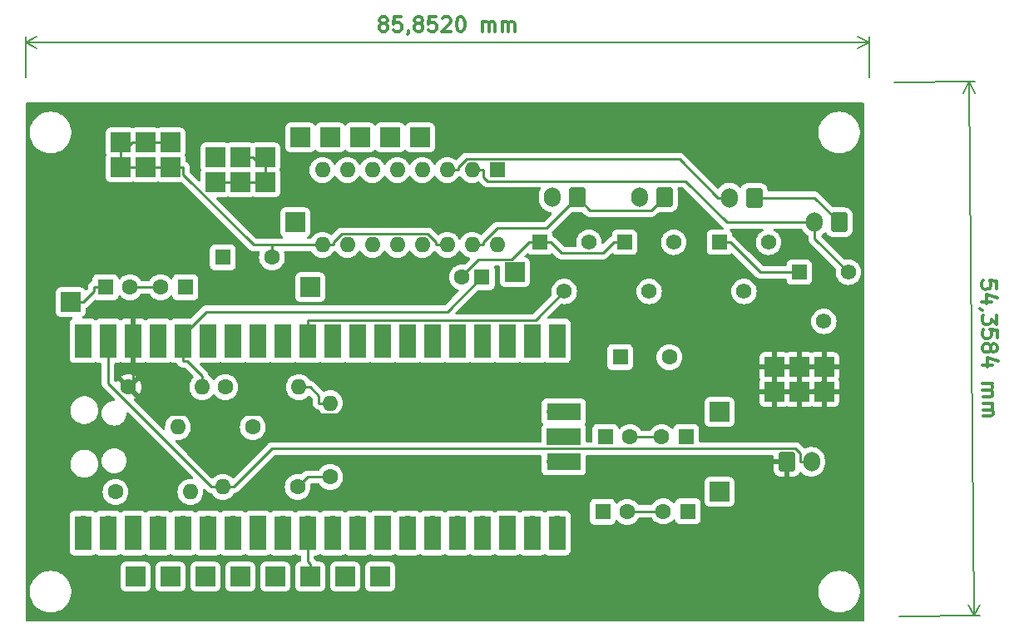
<source format=gbr>
%TF.GenerationSoftware,KiCad,Pcbnew,6.0.11+dfsg-1~bpo11+1*%
%TF.CreationDate,2025-01-22T19:44:48+01:00*%
%TF.ProjectId,Boelgene_v1d1,426f656c-6765-46e6-955f-763164312e6b,rev?*%
%TF.SameCoordinates,Original*%
%TF.FileFunction,Copper,L1,Top*%
%TF.FilePolarity,Positive*%
%FSLAX46Y46*%
G04 Gerber Fmt 4.6, Leading zero omitted, Abs format (unit mm)*
G04 Created by KiCad (PCBNEW 6.0.11+dfsg-1~bpo11+1) date 2025-01-22 19:44:48*
%MOMM*%
%LPD*%
G01*
G04 APERTURE LIST*
G04 Aperture macros list*
%AMRoundRect*
0 Rectangle with rounded corners*
0 $1 Rounding radius*
0 $2 $3 $4 $5 $6 $7 $8 $9 X,Y pos of 4 corners*
0 Add a 4 corners polygon primitive as box body*
4,1,4,$2,$3,$4,$5,$6,$7,$8,$9,$2,$3,0*
0 Add four circle primitives for the rounded corners*
1,1,$1+$1,$2,$3*
1,1,$1+$1,$4,$5*
1,1,$1+$1,$6,$7*
1,1,$1+$1,$8,$9*
0 Add four rect primitives between the rounded corners*
20,1,$1+$1,$2,$3,$4,$5,0*
20,1,$1+$1,$4,$5,$6,$7,0*
20,1,$1+$1,$6,$7,$8,$9,0*
20,1,$1+$1,$8,$9,$2,$3,0*%
G04 Aperture macros list end*
%ADD10C,0.300000*%
%TA.AperFunction,NonConductor*%
%ADD11C,0.300000*%
%TD*%
%TA.AperFunction,NonConductor*%
%ADD12C,0.200000*%
%TD*%
%TA.AperFunction,ComponentPad*%
%ADD13C,1.600000*%
%TD*%
%TA.AperFunction,ComponentPad*%
%ADD14O,1.600000X1.600000*%
%TD*%
%TA.AperFunction,ComponentPad*%
%ADD15R,2.000000X2.000000*%
%TD*%
%TA.AperFunction,ComponentPad*%
%ADD16R,1.600000X1.600000*%
%TD*%
%TA.AperFunction,ComponentPad*%
%ADD17RoundRect,0.250000X0.600000X0.750000X-0.600000X0.750000X-0.600000X-0.750000X0.600000X-0.750000X0*%
%TD*%
%TA.AperFunction,ComponentPad*%
%ADD18O,1.700000X2.000000*%
%TD*%
%TA.AperFunction,ComponentPad*%
%ADD19RoundRect,0.250000X-0.600000X-0.750000X0.600000X-0.750000X0.600000X0.750000X-0.600000X0.750000X0*%
%TD*%
%TA.AperFunction,ComponentPad*%
%ADD20O,1.700000X1.700000*%
%TD*%
%TA.AperFunction,SMDPad,CuDef*%
%ADD21R,1.700000X3.500000*%
%TD*%
%TA.AperFunction,ComponentPad*%
%ADD22R,1.700000X1.700000*%
%TD*%
%TA.AperFunction,SMDPad,CuDef*%
%ADD23R,3.500000X1.700000*%
%TD*%
%TA.AperFunction,ComponentPad*%
%ADD24R,1.560000X1.560000*%
%TD*%
%TA.AperFunction,ComponentPad*%
%ADD25C,1.560000*%
%TD*%
%TA.AperFunction,Conductor*%
%ADD26C,0.250000*%
%TD*%
G04 APERTURE END LIST*
D10*
D11*
X65239142Y-70157428D02*
X65096285Y-70086000D01*
X65024857Y-70014571D01*
X64953428Y-69871714D01*
X64953428Y-69800285D01*
X65024857Y-69657428D01*
X65096285Y-69586000D01*
X65239142Y-69514571D01*
X65524857Y-69514571D01*
X65667714Y-69586000D01*
X65739142Y-69657428D01*
X65810571Y-69800285D01*
X65810571Y-69871714D01*
X65739142Y-70014571D01*
X65667714Y-70086000D01*
X65524857Y-70157428D01*
X65239142Y-70157428D01*
X65096285Y-70228857D01*
X65024857Y-70300285D01*
X64953428Y-70443142D01*
X64953428Y-70728857D01*
X65024857Y-70871714D01*
X65096285Y-70943142D01*
X65239142Y-71014571D01*
X65524857Y-71014571D01*
X65667714Y-70943142D01*
X65739142Y-70871714D01*
X65810571Y-70728857D01*
X65810571Y-70443142D01*
X65739142Y-70300285D01*
X65667714Y-70228857D01*
X65524857Y-70157428D01*
X67167714Y-69514571D02*
X66453428Y-69514571D01*
X66382000Y-70228857D01*
X66453428Y-70157428D01*
X66596285Y-70086000D01*
X66953428Y-70086000D01*
X67096285Y-70157428D01*
X67167714Y-70228857D01*
X67239142Y-70371714D01*
X67239142Y-70728857D01*
X67167714Y-70871714D01*
X67096285Y-70943142D01*
X66953428Y-71014571D01*
X66596285Y-71014571D01*
X66453428Y-70943142D01*
X66382000Y-70871714D01*
X67953428Y-70943142D02*
X67953428Y-71014571D01*
X67882000Y-71157428D01*
X67810571Y-71228857D01*
X68810571Y-70157428D02*
X68667714Y-70086000D01*
X68596285Y-70014571D01*
X68524857Y-69871714D01*
X68524857Y-69800285D01*
X68596285Y-69657428D01*
X68667714Y-69586000D01*
X68810571Y-69514571D01*
X69096285Y-69514571D01*
X69239142Y-69586000D01*
X69310571Y-69657428D01*
X69382000Y-69800285D01*
X69382000Y-69871714D01*
X69310571Y-70014571D01*
X69239142Y-70086000D01*
X69096285Y-70157428D01*
X68810571Y-70157428D01*
X68667714Y-70228857D01*
X68596285Y-70300285D01*
X68524857Y-70443142D01*
X68524857Y-70728857D01*
X68596285Y-70871714D01*
X68667714Y-70943142D01*
X68810571Y-71014571D01*
X69096285Y-71014571D01*
X69239142Y-70943142D01*
X69310571Y-70871714D01*
X69382000Y-70728857D01*
X69382000Y-70443142D01*
X69310571Y-70300285D01*
X69239142Y-70228857D01*
X69096285Y-70157428D01*
X70739142Y-69514571D02*
X70024857Y-69514571D01*
X69953428Y-70228857D01*
X70024857Y-70157428D01*
X70167714Y-70086000D01*
X70524857Y-70086000D01*
X70667714Y-70157428D01*
X70739142Y-70228857D01*
X70810571Y-70371714D01*
X70810571Y-70728857D01*
X70739142Y-70871714D01*
X70667714Y-70943142D01*
X70524857Y-71014571D01*
X70167714Y-71014571D01*
X70024857Y-70943142D01*
X69953428Y-70871714D01*
X71382000Y-69657428D02*
X71453428Y-69586000D01*
X71596285Y-69514571D01*
X71953428Y-69514571D01*
X72096285Y-69586000D01*
X72167714Y-69657428D01*
X72239142Y-69800285D01*
X72239142Y-69943142D01*
X72167714Y-70157428D01*
X71310571Y-71014571D01*
X72239142Y-71014571D01*
X73167714Y-69514571D02*
X73310571Y-69514571D01*
X73453428Y-69586000D01*
X73524857Y-69657428D01*
X73596285Y-69800285D01*
X73667714Y-70086000D01*
X73667714Y-70443142D01*
X73596285Y-70728857D01*
X73524857Y-70871714D01*
X73453428Y-70943142D01*
X73310571Y-71014571D01*
X73167714Y-71014571D01*
X73024857Y-70943142D01*
X72953428Y-70871714D01*
X72882000Y-70728857D01*
X72810571Y-70443142D01*
X72810571Y-70086000D01*
X72882000Y-69800285D01*
X72953428Y-69657428D01*
X73024857Y-69586000D01*
X73167714Y-69514571D01*
X75453428Y-71014571D02*
X75453428Y-70014571D01*
X75453428Y-70157428D02*
X75524857Y-70086000D01*
X75667714Y-70014571D01*
X75882000Y-70014571D01*
X76024857Y-70086000D01*
X76096285Y-70228857D01*
X76096285Y-71014571D01*
X76096285Y-70228857D02*
X76167714Y-70086000D01*
X76310571Y-70014571D01*
X76524857Y-70014571D01*
X76667714Y-70086000D01*
X76739142Y-70228857D01*
X76739142Y-71014571D01*
X77453428Y-71014571D02*
X77453428Y-70014571D01*
X77453428Y-70157428D02*
X77524857Y-70086000D01*
X77667714Y-70014571D01*
X77882000Y-70014571D01*
X78024857Y-70086000D01*
X78096285Y-70228857D01*
X78096285Y-71014571D01*
X78096285Y-70228857D02*
X78167714Y-70086000D01*
X78310571Y-70014571D01*
X78524857Y-70014571D01*
X78667714Y-70086000D01*
X78739142Y-70228857D01*
X78739142Y-71014571D01*
D12*
X28956000Y-75700000D02*
X28956000Y-71549580D01*
X114808000Y-75700000D02*
X114808000Y-71549580D01*
X28956000Y-72136000D02*
X114808000Y-72136000D01*
X28956000Y-72136000D02*
X114808000Y-72136000D01*
X28956000Y-72136000D02*
X30082504Y-72722421D01*
X28956000Y-72136000D02*
X30082504Y-71549579D01*
X114808000Y-72136000D02*
X113681496Y-71549579D01*
X114808000Y-72136000D02*
X113681496Y-72722421D01*
D10*
D11*
X127785551Y-97134953D02*
X127778876Y-96420699D01*
X127063954Y-96355948D01*
X127136046Y-96426706D01*
X127208807Y-96568890D01*
X127212145Y-96926017D01*
X127142054Y-97069535D01*
X127071296Y-97141628D01*
X126929113Y-97214389D01*
X126571986Y-97217726D01*
X126428467Y-97147636D01*
X126356374Y-97076878D01*
X126283614Y-96934695D01*
X126280276Y-96577568D01*
X126350367Y-96434049D01*
X126421124Y-96361956D01*
X127298256Y-98496709D02*
X126298299Y-98506055D01*
X127866322Y-98134242D02*
X126791602Y-97787127D01*
X126800280Y-98715658D01*
X126377735Y-99362493D02*
X126306310Y-99363160D01*
X126162791Y-99293070D01*
X126090698Y-99222312D01*
X127810917Y-99849120D02*
X127819595Y-100777651D01*
X127243518Y-100283013D01*
X127245521Y-100497290D01*
X127175431Y-100640808D01*
X127104673Y-100712901D01*
X126962489Y-100785661D01*
X126605362Y-100788999D01*
X126461844Y-100718909D01*
X126389751Y-100648151D01*
X126316990Y-100505967D01*
X126312985Y-100077415D01*
X126383075Y-99933896D01*
X126453833Y-99861803D01*
X127832278Y-102134735D02*
X127825602Y-101420480D01*
X127110680Y-101355730D01*
X127182773Y-101426488D01*
X127255534Y-101568671D01*
X127258872Y-101925799D01*
X127188781Y-102069317D01*
X127118023Y-102141410D01*
X126975840Y-102214170D01*
X126618713Y-102217508D01*
X126475194Y-102147418D01*
X126403101Y-102076660D01*
X126330341Y-101934476D01*
X126327003Y-101577349D01*
X126397093Y-101433831D01*
X126467851Y-101361738D01*
X127198127Y-103069273D02*
X127268217Y-102925755D01*
X127338975Y-102853662D01*
X127481158Y-102780901D01*
X127552584Y-102780234D01*
X127696102Y-102850324D01*
X127768195Y-102921082D01*
X127840956Y-103063266D01*
X127843626Y-103348967D01*
X127773535Y-103492486D01*
X127702777Y-103564579D01*
X127560594Y-103637339D01*
X127489169Y-103638007D01*
X127345650Y-103567916D01*
X127273557Y-103497159D01*
X127200797Y-103354975D01*
X127198127Y-103069273D01*
X127125366Y-102927090D01*
X127053273Y-102856332D01*
X126909755Y-102786242D01*
X126624053Y-102788912D01*
X126481869Y-102861672D01*
X126411112Y-102933765D01*
X126341021Y-103077284D01*
X126343691Y-103362985D01*
X126416452Y-103505169D01*
X126488545Y-103575927D01*
X126632063Y-103646017D01*
X126917765Y-103643347D01*
X127059948Y-103570587D01*
X127130706Y-103498494D01*
X127200797Y-103354975D01*
X127358333Y-104925000D02*
X126358377Y-104934345D01*
X127926399Y-104562533D02*
X126851680Y-104215418D01*
X126860358Y-105143949D01*
X126376400Y-106862833D02*
X127376356Y-106853487D01*
X127233506Y-106854822D02*
X127305598Y-106925580D01*
X127378359Y-107067764D01*
X127380362Y-107282040D01*
X127310271Y-107425558D01*
X127168088Y-107498319D01*
X126382408Y-107505662D01*
X127168088Y-107498319D02*
X127311606Y-107568409D01*
X127384367Y-107710593D01*
X127386369Y-107924869D01*
X127316279Y-108068387D01*
X127174096Y-108141148D01*
X126388416Y-108148491D01*
X126395091Y-108862745D02*
X127395047Y-108853400D01*
X127252196Y-108854735D02*
X127324289Y-108925493D01*
X127397050Y-109067676D01*
X127399052Y-109281953D01*
X127328962Y-109425471D01*
X127186779Y-109498232D01*
X126401099Y-109505574D01*
X127186779Y-109498232D02*
X127330297Y-109568322D01*
X127403058Y-109710505D01*
X127405060Y-109924782D01*
X127334970Y-110068300D01*
X127192786Y-110141061D01*
X126407106Y-110148403D01*
D12*
X117339978Y-76195327D02*
X125554039Y-76118560D01*
X117847978Y-130551327D02*
X126062039Y-130474560D01*
X124967645Y-76124041D02*
X125475645Y-130480041D01*
X124967645Y-76124041D02*
X125475645Y-130480041D01*
X124967645Y-76124041D02*
X124391777Y-77255976D01*
X124967645Y-76124041D02*
X125564568Y-77245015D01*
X125475645Y-130480041D02*
X126051513Y-129348106D01*
X125475645Y-130480041D02*
X124878722Y-129359067D01*
D13*
%TO.P,R3,1*%
%TO.N,Net-(R3-Pad1)*%
X38100000Y-117856000D03*
D14*
%TO.P,R3,2*%
%TO.N,Net-(R3-Pad2)*%
X45720000Y-117856000D03*
%TD*%
D15*
%TO.P,TP18,1,1*%
%TO.N,Net-(TP18-Pad1)*%
X57912000Y-126492000D03*
%TD*%
%TO.P,TP7,1,1*%
%TO.N,GND*%
X105156000Y-107696000D03*
%TD*%
%TO.P,TP22,1,1*%
%TO.N,GNDA*%
X43688000Y-84836000D03*
%TD*%
%TO.P,TP33,1,1*%
%TO.N,Net-(TP33-Pad1)*%
X59944000Y-81788000D03*
%TD*%
%TO.P,TP17,1,1*%
%TO.N,Net-(R3-Pad1)*%
X54356000Y-126492000D03*
%TD*%
%TO.P,TP16,1,1*%
%TO.N,Net-(TP16-Pad1)*%
X50800000Y-126492000D03*
%TD*%
D16*
%TO.P,C6,1*%
%TO.N,+3.3V*%
X75379600Y-96012000D03*
D13*
%TO.P,C6,2*%
%TO.N,GNDA*%
X73379600Y-96012000D03*
%TD*%
D17*
%TO.P,J3,1,Pin_1*%
%TO.N,filtered_3.3*%
X93957000Y-87901000D03*
D18*
%TO.P,J3,2,Pin_2*%
%TO.N,/ADC_0*%
X91457000Y-87901000D03*
%TD*%
D17*
%TO.P,J4,1,Pin_1*%
%TO.N,filtered_3.3*%
X85070000Y-87901000D03*
D18*
%TO.P,J4,2,Pin_2*%
%TO.N,/analog_input_26*%
X82570000Y-87901000D03*
%TD*%
D19*
%TO.P,J1,1,Pin_1*%
%TO.N,GND*%
X106446000Y-114791000D03*
D18*
%TO.P,J1,2,Pin_2*%
%TO.N,batt+*%
X108946000Y-114791000D03*
%TD*%
D15*
%TO.P,TP9,1,1*%
%TO.N,filtered_3.3*%
X53340000Y-83820000D03*
%TD*%
%TO.P,TP43,1,1*%
%TO.N,Net-(C7-Pad1)*%
X33528000Y-98552000D03*
%TD*%
D17*
%TO.P,J5,1,Pin_1*%
%TO.N,filtered_3.3*%
X111760000Y-90424000D03*
D18*
%TO.P,J5,2,Pin_2*%
%TO.N,/ADC_1*%
X109260000Y-90424000D03*
%TD*%
D20*
%TO.P,U1,1,GPIO0*%
%TO.N,Net-(C8-Pad1)*%
X34798000Y-121158000D03*
D21*
X34798000Y-122058000D03*
%TO.P,U1,2,GPIO1*%
%TO.N,unconnected-(U1-Pad2)*%
X37338000Y-122058000D03*
D20*
X37338000Y-121158000D03*
D22*
%TO.P,U1,3,GND*%
%TO.N,unconnected-(U1-Pad3)*%
X39878000Y-121158000D03*
D21*
X39878000Y-122058000D03*
D20*
%TO.P,U1,4,GPIO2*%
%TO.N,Net-(TP13-Pad1)*%
X42418000Y-121158000D03*
D21*
X42418000Y-122058000D03*
%TO.P,U1,5,GPIO3*%
%TO.N,Net-(TP14-Pad1)*%
X44958000Y-122058000D03*
D20*
X44958000Y-121158000D03*
D21*
%TO.P,U1,6,GPIO4*%
%TO.N,Net-(TP15-Pad1)*%
X47498000Y-122058000D03*
D20*
X47498000Y-121158000D03*
D21*
%TO.P,U1,7,GPIO5*%
%TO.N,Net-(TP16-Pad1)*%
X50038000Y-122058000D03*
D20*
X50038000Y-121158000D03*
D21*
%TO.P,U1,8,GND*%
%TO.N,unconnected-(U1-Pad8)*%
X52578000Y-122058000D03*
D22*
X52578000Y-121158000D03*
D20*
%TO.P,U1,9,GPIO6*%
%TO.N,Net-(R3-Pad2)*%
X55118000Y-121158000D03*
D21*
X55118000Y-122058000D03*
D20*
%TO.P,U1,10,GPIO7*%
%TO.N,Net-(TP18-Pad1)*%
X57658000Y-121158000D03*
D21*
X57658000Y-122058000D03*
%TO.P,U1,11,GPIO8*%
%TO.N,Net-(TP19-Pad1)*%
X60198000Y-122058000D03*
D20*
X60198000Y-121158000D03*
%TO.P,U1,12,GPIO9*%
%TO.N,Net-(TP20-Pad1)*%
X62738000Y-121158000D03*
D21*
X62738000Y-122058000D03*
%TO.P,U1,13,GND*%
%TO.N,unconnected-(U1-Pad13)*%
X65278000Y-122058000D03*
D22*
X65278000Y-121158000D03*
D21*
%TO.P,U1,14,GPIO10*%
%TO.N,unconnected-(U1-Pad14)*%
X67818000Y-122058000D03*
D20*
X67818000Y-121158000D03*
D21*
%TO.P,U1,15,GPIO11*%
%TO.N,unconnected-(U1-Pad15)*%
X70358000Y-122058000D03*
D20*
X70358000Y-121158000D03*
%TO.P,U1,16,GPIO12*%
%TO.N,unconnected-(U1-Pad16)*%
X72898000Y-121158000D03*
D21*
X72898000Y-122058000D03*
D20*
%TO.P,U1,17,GPIO13*%
%TO.N,unconnected-(U1-Pad17)*%
X75438000Y-121158000D03*
D21*
X75438000Y-122058000D03*
%TO.P,U1,18,GND*%
%TO.N,unconnected-(U1-Pad18)*%
X77978000Y-122058000D03*
D22*
X77978000Y-121158000D03*
D21*
%TO.P,U1,19,GPIO14*%
%TO.N,unconnected-(U1-Pad19)*%
X80518000Y-122058000D03*
D20*
X80518000Y-121158000D03*
D21*
%TO.P,U1,20,GPIO15*%
%TO.N,unconnected-(U1-Pad20)*%
X83058000Y-122058000D03*
D20*
X83058000Y-121158000D03*
%TO.P,U1,21,GPIO16*%
%TO.N,Net-(U1-Pad21)*%
X83058000Y-103378000D03*
D21*
X83058000Y-102478000D03*
D20*
%TO.P,U1,22,GPIO17*%
%TO.N,Net-(U1-Pad22)*%
X80518000Y-103378000D03*
D21*
X80518000Y-102478000D03*
D22*
%TO.P,U1,23,GND*%
%TO.N,unconnected-(U1-Pad23)*%
X77978000Y-103378000D03*
D21*
X77978000Y-102478000D03*
D20*
%TO.P,U1,24,GPIO18*%
%TO.N,Net-(U1-Pad24)*%
X75438000Y-103378000D03*
D21*
X75438000Y-102478000D03*
%TO.P,U1,25,GPIO19*%
%TO.N,Net-(U1-Pad25)*%
X72898000Y-102478000D03*
D20*
X72898000Y-103378000D03*
D21*
%TO.P,U1,26,GPIO20*%
%TO.N,Net-(U1-Pad26)*%
X70358000Y-102478000D03*
D20*
X70358000Y-103378000D03*
%TO.P,U1,27,GPIO21*%
%TO.N,Net-(U1-Pad27)*%
X67818000Y-103378000D03*
D21*
X67818000Y-102478000D03*
%TO.P,U1,28,GND*%
%TO.N,unconnected-(U1-Pad28)*%
X65278000Y-102478000D03*
D22*
X65278000Y-103378000D03*
D21*
%TO.P,U1,29,GPIO22*%
%TO.N,Net-(U1-Pad29)*%
X62738000Y-102478000D03*
D20*
X62738000Y-103378000D03*
%TO.P,U1,30,RUN*%
%TO.N,unconnected-(U1-Pad30)*%
X60198000Y-103378000D03*
D21*
X60198000Y-102478000D03*
D20*
%TO.P,U1,31,GPIO26_ADC0*%
%TO.N,/analog_input_26*%
X57658000Y-103378000D03*
D21*
X57658000Y-102478000D03*
%TO.P,U1,32,GPIO27_ADC1*%
%TO.N,Net-(TP28-Pad1)*%
X55118000Y-102478000D03*
D20*
X55118000Y-103378000D03*
D22*
%TO.P,U1,33,AGND*%
%TO.N,GNDA*%
X52578000Y-103378000D03*
D21*
X52578000Y-102478000D03*
D20*
%TO.P,U1,34,GPIO28_ADC2*%
%TO.N,Net-(TP27-Pad1)*%
X50038000Y-103378000D03*
D21*
X50038000Y-102478000D03*
%TO.P,U1,35,ADC_VREF*%
%TO.N,filtered_3.3*%
X47498000Y-102478000D03*
D20*
X47498000Y-103378000D03*
D21*
%TO.P,U1,36,3V3*%
%TO.N,+3.3V*%
X44958000Y-102478000D03*
D20*
X44958000Y-103378000D03*
%TO.P,U1,37,3V3_EN*%
%TO.N,unconnected-(U1-Pad37)*%
X42418000Y-103378000D03*
D21*
X42418000Y-102478000D03*
D22*
%TO.P,U1,38,GND*%
%TO.N,GND*%
X39878000Y-103378000D03*
D21*
X39878000Y-102478000D03*
D20*
%TO.P,U1,39,VSYS*%
%TO.N,batt+*%
X37338000Y-103378000D03*
D21*
X37338000Y-102478000D03*
D20*
%TO.P,U1,40,VBUS*%
%TO.N,unconnected-(U1-Pad40)*%
X34798000Y-103378000D03*
D21*
X34798000Y-102478000D03*
D20*
%TO.P,U1,41,SWCLK*%
%TO.N,unconnected-(U1-Pad41)*%
X82828000Y-114808000D03*
D23*
X83728000Y-114808000D03*
D22*
%TO.P,U1,42,GND*%
%TO.N,unconnected-(U1-Pad42)*%
X82828000Y-112268000D03*
D23*
X83728000Y-112268000D03*
%TO.P,U1,43,SWDIO*%
%TO.N,unconnected-(U1-Pad43)*%
X83728000Y-109728000D03*
D20*
X82828000Y-109728000D03*
%TD*%
D15*
%TO.P,TP24,1,1*%
%TO.N,GNDA*%
X41148000Y-82296000D03*
%TD*%
%TO.P,TP10,1,1*%
%TO.N,filtered_3.3*%
X50800000Y-86360000D03*
%TD*%
D24*
%TO.P,RV2,1,1*%
%TO.N,GNDA*%
X89916000Y-92456000D03*
D25*
%TO.P,RV2,2,2*%
%TO.N,/ADC_0*%
X92416000Y-97456000D03*
%TO.P,RV2,3,3*%
X94916000Y-92456000D03*
%TD*%
D15*
%TO.P,TP3,1,1*%
%TO.N,filtered_3.3*%
X50800000Y-83820000D03*
%TD*%
%TO.P,TP8,1,1*%
%TO.N,GND*%
X107696000Y-107696000D03*
%TD*%
D24*
%TO.P,RV3,1,1*%
%TO.N,GNDA*%
X81280000Y-92456000D03*
D25*
%TO.P,RV3,2,2*%
%TO.N,/analog_input_26*%
X83780000Y-97456000D03*
%TO.P,RV3,3,3*%
X86280000Y-92456000D03*
%TD*%
D15*
%TO.P,TP13,1,1*%
%TO.N,Net-(TP13-Pad1)*%
X40132000Y-126492000D03*
%TD*%
D16*
%TO.P,C9,1*%
%TO.N,LCH*%
X87694900Y-119888000D03*
D13*
%TO.P,C9,2*%
%TO.N,Net-(C11-Pad2)*%
X90194900Y-119888000D03*
%TD*%
D15*
%TO.P,TP32,1,1*%
%TO.N,Net-(TP32-Pad1)*%
X56896000Y-81788000D03*
%TD*%
%TO.P,TP11,1,1*%
%TO.N,filtered_3.3*%
X48260000Y-83820000D03*
%TD*%
D24*
%TO.P,RV4,1,1*%
%TO.N,GNDA*%
X107696000Y-95504000D03*
D25*
%TO.P,RV4,2,2*%
%TO.N,/ADC_1*%
X110196000Y-100504000D03*
%TO.P,RV4,3,3*%
X112696000Y-95504000D03*
%TD*%
D16*
%TO.P,C2,1*%
%TO.N,filtered_vcc*%
X89481600Y-104140000D03*
D13*
%TO.P,C2,2*%
%TO.N,GNDA*%
X94481600Y-104140000D03*
%TD*%
D16*
%TO.P,C4,1*%
%TO.N,filtered_3.3*%
X49032000Y-93980000D03*
D13*
%TO.P,C4,2*%
%TO.N,GNDA*%
X54032000Y-93980000D03*
%TD*%
D15*
%TO.P,TP12,1,1*%
%TO.N,GND*%
X105156000Y-105156000D03*
%TD*%
D13*
%TO.P,C5,1*%
%TO.N,filtered_3.3*%
X49276000Y-107188000D03*
D14*
%TO.P,C5,2*%
%TO.N,GNDA*%
X56776000Y-107188000D03*
%TD*%
D24*
%TO.P,RV1,1,1*%
%TO.N,GNDA*%
X99568000Y-92456000D03*
D25*
%TO.P,RV1,2,2*%
%TO.N,/ADC_2*%
X102068000Y-97456000D03*
%TO.P,RV1,3,3*%
X104568000Y-92456000D03*
%TD*%
D15*
%TO.P,TP23,1,1*%
%TO.N,GNDA*%
X38608000Y-82296000D03*
%TD*%
D13*
%TO.P,R1,1*%
%TO.N,filtered_vcc*%
X56642000Y-117348000D03*
D14*
%TO.P,R1,2*%
%TO.N,batt+*%
X49022000Y-117348000D03*
%TD*%
D15*
%TO.P,TP25,1,1*%
%TO.N,GNDA*%
X38608000Y-84836000D03*
%TD*%
D13*
%TO.P,R2,1*%
%TO.N,filtered_3.3*%
X52070000Y-111252000D03*
D14*
%TO.P,R2,2*%
%TO.N,+3.3V*%
X44450000Y-111252000D03*
%TD*%
D15*
%TO.P,TP2,1,1*%
%TO.N,filtered_3.3*%
X48260000Y-86360000D03*
%TD*%
%TO.P,TP14,1,1*%
%TO.N,Net-(TP14-Pad1)*%
X43688000Y-126492000D03*
%TD*%
D16*
%TO.P,C10,1*%
%TO.N,RCH*%
X87968900Y-112268000D03*
D13*
%TO.P,C10,2*%
%TO.N,Net-(C10-Pad2)*%
X90468900Y-112268000D03*
%TD*%
D15*
%TO.P,TP19,1,1*%
%TO.N,Net-(TP19-Pad1)*%
X61468000Y-126492000D03*
%TD*%
%TO.P,TP42,1,1*%
%TO.N,+3.3V*%
X78740000Y-95504000D03*
%TD*%
%TO.P,TP6,1,1*%
%TO.N,GND*%
X110236000Y-107696000D03*
%TD*%
%TO.P,TP35,1,1*%
%TO.N,Net-(TP35-Pad1)*%
X66040000Y-81788000D03*
%TD*%
%TO.P,TP5,1,1*%
%TO.N,GND*%
X110236000Y-105156000D03*
%TD*%
%TO.P,TP20,1,1*%
%TO.N,Net-(TP20-Pad1)*%
X65024000Y-126492000D03*
%TD*%
%TO.P,TP28,1,1*%
%TO.N,Net-(TP28-Pad1)*%
X57912000Y-97028000D03*
%TD*%
%TO.P,TP27,1,1*%
%TO.N,Net-(TP27-Pad1)*%
X56388000Y-90424000D03*
%TD*%
D17*
%TO.P,J2,1,Pin_1*%
%TO.N,filtered_3.3*%
X103101000Y-87918000D03*
D18*
%TO.P,J2,2,Pin_2*%
%TO.N,/ADC_2*%
X100601000Y-87918000D03*
%TD*%
D15*
%TO.P,TP44,1,1*%
%TO.N,Net-(C11-Pad1)*%
X99568000Y-117856000D03*
%TD*%
%TO.P,TP21,1,1*%
%TO.N,GNDA*%
X41148000Y-84836000D03*
%TD*%
D13*
%TO.P,C3,1*%
%TO.N,filtered_vcc*%
X59944000Y-116332000D03*
D14*
%TO.P,C3,2*%
%TO.N,GNDA*%
X59944000Y-108832000D03*
%TD*%
D15*
%TO.P,TP36,1,1*%
%TO.N,Net-(TP36-Pad1)*%
X69088000Y-81788000D03*
%TD*%
D16*
%TO.P,C11,1*%
%TO.N,Net-(C11-Pad1)*%
X96359800Y-119834000D03*
D13*
%TO.P,C11,2*%
%TO.N,Net-(C11-Pad2)*%
X93859800Y-119834000D03*
%TD*%
D15*
%TO.P,TP26,1,1*%
%TO.N,GNDA*%
X43688000Y-82296000D03*
%TD*%
D13*
%TO.P,C1,1*%
%TO.N,GND*%
X39430000Y-107188000D03*
D14*
%TO.P,C1,2*%
%TO.N,+3.3V*%
X46930000Y-107188000D03*
%TD*%
D15*
%TO.P,TP15,1,1*%
%TO.N,Net-(TP15-Pad1)*%
X47244000Y-126492000D03*
%TD*%
%TO.P,TP34,1,1*%
%TO.N,Net-(TP34-Pad1)*%
X62992000Y-81788000D03*
%TD*%
D16*
%TO.P,U2,1,CH0*%
%TO.N,/ADC_0*%
X76947000Y-85100000D03*
D14*
%TO.P,U2,2,CH1*%
%TO.N,/ADC_1*%
X74407000Y-85100000D03*
%TO.P,U2,3,CH2*%
%TO.N,/ADC_2*%
X71867000Y-85100000D03*
%TO.P,U2,4,CH3*%
%TO.N,Net-(TP36-Pad1)*%
X69327000Y-85100000D03*
%TO.P,U2,5,CH4*%
%TO.N,Net-(TP35-Pad1)*%
X66787000Y-85100000D03*
%TO.P,U2,6,CH5*%
%TO.N,Net-(TP34-Pad1)*%
X64247000Y-85100000D03*
%TO.P,U2,7,CH6*%
%TO.N,Net-(TP33-Pad1)*%
X61707000Y-85100000D03*
%TO.P,U2,8,CH7*%
%TO.N,Net-(TP32-Pad1)*%
X59167000Y-85100000D03*
%TO.P,U2,9,DGND*%
%TO.N,GNDA*%
X59167000Y-92720000D03*
%TO.P,U2,10,~{CS}/SHDN*%
%TO.N,Net-(U1-Pad22)*%
X61707000Y-92720000D03*
%TO.P,U2,11,Din*%
%TO.N,Net-(U1-Pad25)*%
X64247000Y-92720000D03*
%TO.P,U2,12,Dout*%
%TO.N,Net-(U1-Pad21)*%
X66787000Y-92720000D03*
%TO.P,U2,13,CLK*%
%TO.N,Net-(U1-Pad24)*%
X69327000Y-92720000D03*
%TO.P,U2,14,AGND*%
%TO.N,GNDA*%
X71867000Y-92720000D03*
%TO.P,U2,15,Vref*%
%TO.N,filtered_3.3*%
X74407000Y-92720000D03*
%TO.P,U2,16,Vdd*%
%TO.N,+3.3V*%
X76947000Y-92720000D03*
%TD*%
D16*
%TO.P,C7,1*%
%TO.N,Net-(C7-Pad1)*%
X37084000Y-97028000D03*
D13*
%TO.P,C7,2*%
%TO.N,Net-(C7-Pad2)*%
X39584000Y-97028000D03*
%TD*%
D16*
%TO.P,C12,1*%
%TO.N,Net-(C12-Pad1)*%
X96201100Y-112268000D03*
D13*
%TO.P,C12,2*%
%TO.N,Net-(C10-Pad2)*%
X93701100Y-112268000D03*
%TD*%
D15*
%TO.P,TP45,1,1*%
%TO.N,Net-(C12-Pad1)*%
X99568000Y-109728000D03*
%TD*%
%TO.P,TP1,1,1*%
%TO.N,GND*%
X107696000Y-105156000D03*
%TD*%
D16*
%TO.P,C8,1*%
%TO.N,Net-(C8-Pad1)*%
X45212000Y-97028000D03*
D13*
%TO.P,C8,2*%
%TO.N,Net-(C7-Pad2)*%
X42712000Y-97028000D03*
%TD*%
D15*
%TO.P,TP4,1,1*%
%TO.N,filtered_3.3*%
X53340000Y-86360000D03*
%TD*%
D26*
%TO.N,Net-(C10-Pad2)*%
X93701100Y-112268000D02*
X90468900Y-112268000D01*
%TO.N,Net-(C11-Pad2)*%
X90248900Y-119834000D02*
X90194900Y-119888000D01*
X93859800Y-119834000D02*
X90248900Y-119834000D01*
%TO.N,Net-(C7-Pad2)*%
X42712000Y-97028000D02*
X39584000Y-97028000D01*
%TO.N,Net-(TP18-Pad1)*%
X57658000Y-124913000D02*
X57658000Y-121158000D01*
X57912000Y-125167000D02*
X57658000Y-124913000D01*
X57912000Y-126492000D02*
X57912000Y-125167000D01*
%TO.N,Net-(C7-Pad1)*%
X34853300Y-98552000D02*
X33528000Y-98552000D01*
X35958700Y-97446600D02*
X34853300Y-98552000D01*
X35958700Y-97028000D02*
X35958700Y-97446600D01*
X37084000Y-97028000D02*
X35958700Y-97028000D01*
%TO.N,/ADC_1*%
X100307000Y-90424000D02*
X109260000Y-90424000D01*
X96108300Y-86225300D02*
X100307000Y-90424000D01*
X75954200Y-86225300D02*
X96108300Y-86225300D01*
X75532300Y-85803400D02*
X75954200Y-86225300D01*
X75532300Y-85100000D02*
X75532300Y-85803400D01*
X74407000Y-85100000D02*
X75532300Y-85100000D01*
X109260000Y-92068000D02*
X112696000Y-95504000D01*
X109260000Y-90424000D02*
X109260000Y-92068000D01*
%TO.N,/analog_input_26*%
X80833300Y-100403000D02*
X83780000Y-97456000D01*
X57658000Y-100403000D02*
X80833300Y-100403000D01*
X57658000Y-103378000D02*
X57658000Y-100403000D01*
%TO.N,/ADC_2*%
X72992300Y-85100000D02*
X71867000Y-85100000D01*
X72992300Y-84818700D02*
X72992300Y-85100000D01*
X73836400Y-83974600D02*
X72992300Y-84818700D01*
X95482300Y-83974600D02*
X73836400Y-83974600D01*
X99425700Y-87918000D02*
X95482300Y-83974600D01*
X100601000Y-87918000D02*
X99425700Y-87918000D01*
%TO.N,batt+*%
X47896700Y-117348000D02*
X49022000Y-117348000D01*
X37338000Y-106789000D02*
X47896700Y-117348000D01*
X37338000Y-103378000D02*
X37338000Y-106789000D01*
X50147300Y-117348000D02*
X49022000Y-117348000D01*
X54051000Y-113444000D02*
X50147300Y-117348000D01*
X107306000Y-113444000D02*
X54051000Y-113444000D01*
X107771000Y-113910000D02*
X107306000Y-113444000D01*
X107771000Y-114791000D02*
X107771000Y-113910000D01*
X108946000Y-114791000D02*
X107771000Y-114791000D01*
%TO.N,filtered_3.3*%
X109254000Y-87918000D02*
X111760000Y-90424000D01*
X103101000Y-87918000D02*
X109254000Y-87918000D01*
X92619800Y-89238200D02*
X93957000Y-87901000D01*
X86407200Y-89238200D02*
X92619800Y-89238200D01*
X85070000Y-87901000D02*
X86407200Y-89238200D01*
X81938900Y-91032100D02*
X85070000Y-87901000D01*
X76938900Y-91032100D02*
X81938900Y-91032100D01*
X75532300Y-92438700D02*
X76938900Y-91032100D01*
X75532300Y-92720000D02*
X75532300Y-92438700D01*
X74407000Y-92720000D02*
X75532300Y-92720000D01*
X50800000Y-86360000D02*
X48260000Y-86360000D01*
X52787900Y-84482600D02*
X53340000Y-84482600D01*
X52125300Y-83820000D02*
X52787900Y-84482600D01*
X50800000Y-83820000D02*
X52125300Y-83820000D01*
X53340000Y-86360000D02*
X50800000Y-86360000D01*
X53340000Y-86360000D02*
X53340000Y-84482600D01*
X53340000Y-84482600D02*
X53340000Y-83820000D01*
%TO.N,GNDA*%
X43688000Y-82296000D02*
X41148000Y-82296000D01*
X58818700Y-108105400D02*
X57901300Y-107188000D01*
X58818700Y-108832000D02*
X58818700Y-108105400D01*
X56776000Y-107188000D02*
X57901300Y-107188000D01*
X59944000Y-108832000D02*
X58818700Y-108832000D01*
X70741700Y-92438600D02*
X70741700Y-92720000D01*
X69897800Y-91594700D02*
X70741700Y-92438600D01*
X61136300Y-91594700D02*
X69897800Y-91594700D01*
X60292300Y-92438700D02*
X61136300Y-91594700D01*
X60292300Y-92720000D02*
X60292300Y-92438700D01*
X59167000Y-92720000D02*
X60292300Y-92720000D01*
X71867000Y-92720000D02*
X70741700Y-92720000D01*
X54032000Y-93980000D02*
X54032000Y-92720000D01*
X54032000Y-92720000D02*
X59167000Y-92720000D01*
X41148000Y-84836000D02*
X43688000Y-84836000D01*
X52151800Y-92720000D02*
X54032000Y-92720000D01*
X45013300Y-85581500D02*
X52151800Y-92720000D01*
X45013300Y-84836000D02*
X45013300Y-85581500D01*
X43688000Y-84836000D02*
X45013300Y-84836000D01*
X103721300Y-95504000D02*
X107696000Y-95504000D01*
X100673300Y-92456000D02*
X103721300Y-95504000D01*
X99568000Y-92456000D02*
X100673300Y-92456000D01*
X38608000Y-82296000D02*
X38608000Y-82958600D01*
X38608000Y-82958600D02*
X38608000Y-83621300D01*
X39160100Y-82958600D02*
X39822700Y-82296000D01*
X38608000Y-82958600D02*
X39160100Y-82958600D01*
X41148000Y-82296000D02*
X39822700Y-82296000D01*
X38608000Y-84836000D02*
X41148000Y-84836000D01*
X38608000Y-84836000D02*
X38608000Y-83621300D01*
X89916000Y-92456000D02*
X88810700Y-92456000D01*
X87705400Y-93561300D02*
X88810700Y-92456000D01*
X83490600Y-93561300D02*
X87705400Y-93561300D01*
X82385300Y-92456000D02*
X83490600Y-93561300D01*
X81280000Y-92456000D02*
X82385300Y-92456000D01*
X78452100Y-94178600D02*
X80174700Y-92456000D01*
X75072000Y-94178600D02*
X78452100Y-94178600D01*
X73379600Y-95871000D02*
X75072000Y-94178600D01*
X73379600Y-96012000D02*
X73379600Y-95871000D01*
X81280000Y-92456000D02*
X80174700Y-92456000D01*
%TO.N,filtered_vcc*%
X57658000Y-116332000D02*
X56642000Y-117348000D01*
X59944000Y-116332000D02*
X57658000Y-116332000D01*
%TO.N,+3.3V*%
X44958000Y-101890000D02*
X44958000Y-103378000D01*
X47331200Y-99517000D02*
X44958000Y-101890000D01*
X71874600Y-99517000D02*
X47331200Y-99517000D01*
X75379600Y-96012000D02*
X71874600Y-99517000D01*
X46930000Y-106063000D02*
X46930000Y-107188000D01*
X45420600Y-104553000D02*
X46930000Y-106063000D01*
X44958000Y-104553000D02*
X45420600Y-104553000D01*
X44958000Y-103378000D02*
X44958000Y-104553000D01*
%TO.N,GND*%
X107696000Y-105156000D02*
X105156000Y-105156000D01*
X110236000Y-107696000D02*
X108966000Y-107696000D01*
X108966000Y-107696000D02*
X107696000Y-107696000D01*
X110180700Y-106481300D02*
X110236000Y-106481300D01*
X108966000Y-107696000D02*
X110180700Y-106481300D01*
X110236000Y-105156000D02*
X110236000Y-106481300D01*
X42202200Y-109960200D02*
X39430000Y-107188000D01*
X60703200Y-109960200D02*
X42202200Y-109960200D01*
X62967400Y-107696000D02*
X60703200Y-109960200D01*
X105156000Y-107696000D02*
X62967400Y-107696000D01*
X39878000Y-106740000D02*
X39430000Y-107188000D01*
X39878000Y-103378000D02*
X39878000Y-106740000D01*
%TD*%
%TA.AperFunction,Conductor*%
%TO.N,GND*%
G36*
X114241621Y-78252502D02*
G01*
X114288114Y-78306158D01*
X114299500Y-78358500D01*
X114299500Y-130937500D01*
X114279498Y-131005621D01*
X114225842Y-131052114D01*
X114173500Y-131063500D01*
X29082500Y-131063500D01*
X29014379Y-131043498D01*
X28967886Y-130989842D01*
X28956500Y-130937500D01*
X28956500Y-128148703D01*
X29386743Y-128148703D01*
X29424268Y-128433734D01*
X29500129Y-128711036D01*
X29612923Y-128975476D01*
X29760561Y-129222161D01*
X29940313Y-129446528D01*
X30148851Y-129644423D01*
X30382317Y-129812186D01*
X30386112Y-129814195D01*
X30386113Y-129814196D01*
X30407869Y-129825715D01*
X30636392Y-129946712D01*
X30906373Y-130045511D01*
X31187264Y-130106755D01*
X31215841Y-130109004D01*
X31410282Y-130124307D01*
X31410291Y-130124307D01*
X31412739Y-130124500D01*
X31568271Y-130124500D01*
X31570407Y-130124354D01*
X31570418Y-130124354D01*
X31778548Y-130110165D01*
X31778554Y-130110164D01*
X31782825Y-130109873D01*
X31787020Y-130109004D01*
X31787022Y-130109004D01*
X31923583Y-130080724D01*
X32064342Y-130051574D01*
X32335343Y-129955607D01*
X32590812Y-129823750D01*
X32594313Y-129821289D01*
X32594317Y-129821287D01*
X32708417Y-129741096D01*
X32826023Y-129658441D01*
X33036622Y-129462740D01*
X33218713Y-129240268D01*
X33368927Y-128995142D01*
X33484483Y-128731898D01*
X33563244Y-128455406D01*
X33603751Y-128170784D01*
X33603845Y-128152951D01*
X33603867Y-128148703D01*
X109650743Y-128148703D01*
X109688268Y-128433734D01*
X109764129Y-128711036D01*
X109876923Y-128975476D01*
X110024561Y-129222161D01*
X110204313Y-129446528D01*
X110412851Y-129644423D01*
X110646317Y-129812186D01*
X110650112Y-129814195D01*
X110650113Y-129814196D01*
X110671869Y-129825715D01*
X110900392Y-129946712D01*
X111170373Y-130045511D01*
X111451264Y-130106755D01*
X111479841Y-130109004D01*
X111674282Y-130124307D01*
X111674291Y-130124307D01*
X111676739Y-130124500D01*
X111832271Y-130124500D01*
X111834407Y-130124354D01*
X111834418Y-130124354D01*
X112042548Y-130110165D01*
X112042554Y-130110164D01*
X112046825Y-130109873D01*
X112051020Y-130109004D01*
X112051022Y-130109004D01*
X112187583Y-130080724D01*
X112328342Y-130051574D01*
X112599343Y-129955607D01*
X112854812Y-129823750D01*
X112858313Y-129821289D01*
X112858317Y-129821287D01*
X112972417Y-129741096D01*
X113090023Y-129658441D01*
X113300622Y-129462740D01*
X113482713Y-129240268D01*
X113632927Y-128995142D01*
X113748483Y-128731898D01*
X113827244Y-128455406D01*
X113867751Y-128170784D01*
X113867845Y-128152951D01*
X113869235Y-127887583D01*
X113869235Y-127887576D01*
X113869257Y-127883297D01*
X113866275Y-127860642D01*
X113832292Y-127602522D01*
X113831732Y-127598266D01*
X113755871Y-127320964D01*
X113643077Y-127056524D01*
X113495439Y-126809839D01*
X113315687Y-126585472D01*
X113107149Y-126387577D01*
X112873683Y-126219814D01*
X112851843Y-126208250D01*
X112828654Y-126195972D01*
X112619608Y-126085288D01*
X112349627Y-125986489D01*
X112068736Y-125925245D01*
X112037685Y-125922801D01*
X111845718Y-125907693D01*
X111845709Y-125907693D01*
X111843261Y-125907500D01*
X111687729Y-125907500D01*
X111685593Y-125907646D01*
X111685582Y-125907646D01*
X111477452Y-125921835D01*
X111477446Y-125921836D01*
X111473175Y-125922127D01*
X111468980Y-125922996D01*
X111468978Y-125922996D01*
X111332417Y-125951276D01*
X111191658Y-125980426D01*
X110920657Y-126076393D01*
X110665188Y-126208250D01*
X110661687Y-126210711D01*
X110661683Y-126210713D01*
X110651594Y-126217804D01*
X110429977Y-126373559D01*
X110219378Y-126569260D01*
X110037287Y-126791732D01*
X109887073Y-127036858D01*
X109771517Y-127300102D01*
X109692756Y-127576594D01*
X109670881Y-127730297D01*
X109653097Y-127855261D01*
X109652249Y-127861216D01*
X109652227Y-127865505D01*
X109652226Y-127865512D01*
X109651550Y-127994598D01*
X109650743Y-128148703D01*
X33603867Y-128148703D01*
X33605235Y-127887583D01*
X33605235Y-127887576D01*
X33605257Y-127883297D01*
X33602275Y-127860642D01*
X33568292Y-127602522D01*
X33567732Y-127598266D01*
X33551829Y-127540134D01*
X38623500Y-127540134D01*
X38630255Y-127602316D01*
X38681385Y-127738705D01*
X38768739Y-127855261D01*
X38885295Y-127942615D01*
X39021684Y-127993745D01*
X39083866Y-128000500D01*
X41180134Y-128000500D01*
X41242316Y-127993745D01*
X41378705Y-127942615D01*
X41495261Y-127855261D01*
X41582615Y-127738705D01*
X41633745Y-127602316D01*
X41640500Y-127540134D01*
X42179500Y-127540134D01*
X42186255Y-127602316D01*
X42237385Y-127738705D01*
X42324739Y-127855261D01*
X42441295Y-127942615D01*
X42577684Y-127993745D01*
X42639866Y-128000500D01*
X44736134Y-128000500D01*
X44798316Y-127993745D01*
X44934705Y-127942615D01*
X45051261Y-127855261D01*
X45138615Y-127738705D01*
X45189745Y-127602316D01*
X45196500Y-127540134D01*
X45735500Y-127540134D01*
X45742255Y-127602316D01*
X45793385Y-127738705D01*
X45880739Y-127855261D01*
X45997295Y-127942615D01*
X46133684Y-127993745D01*
X46195866Y-128000500D01*
X48292134Y-128000500D01*
X48354316Y-127993745D01*
X48490705Y-127942615D01*
X48607261Y-127855261D01*
X48694615Y-127738705D01*
X48745745Y-127602316D01*
X48752500Y-127540134D01*
X49291500Y-127540134D01*
X49298255Y-127602316D01*
X49349385Y-127738705D01*
X49436739Y-127855261D01*
X49553295Y-127942615D01*
X49689684Y-127993745D01*
X49751866Y-128000500D01*
X51848134Y-128000500D01*
X51910316Y-127993745D01*
X52046705Y-127942615D01*
X52163261Y-127855261D01*
X52250615Y-127738705D01*
X52301745Y-127602316D01*
X52308500Y-127540134D01*
X52847500Y-127540134D01*
X52854255Y-127602316D01*
X52905385Y-127738705D01*
X52992739Y-127855261D01*
X53109295Y-127942615D01*
X53245684Y-127993745D01*
X53307866Y-128000500D01*
X55404134Y-128000500D01*
X55466316Y-127993745D01*
X55602705Y-127942615D01*
X55719261Y-127855261D01*
X55806615Y-127738705D01*
X55857745Y-127602316D01*
X55864500Y-127540134D01*
X55864500Y-125443866D01*
X55857745Y-125381684D01*
X55806615Y-125245295D01*
X55719261Y-125128739D01*
X55602705Y-125041385D01*
X55466316Y-124990255D01*
X55404134Y-124983500D01*
X53307866Y-124983500D01*
X53245684Y-124990255D01*
X53109295Y-125041385D01*
X52992739Y-125128739D01*
X52905385Y-125245295D01*
X52854255Y-125381684D01*
X52847500Y-125443866D01*
X52847500Y-127540134D01*
X52308500Y-127540134D01*
X52308500Y-125443866D01*
X52301745Y-125381684D01*
X52250615Y-125245295D01*
X52163261Y-125128739D01*
X52046705Y-125041385D01*
X51910316Y-124990255D01*
X51848134Y-124983500D01*
X49751866Y-124983500D01*
X49689684Y-124990255D01*
X49553295Y-125041385D01*
X49436739Y-125128739D01*
X49349385Y-125245295D01*
X49298255Y-125381684D01*
X49291500Y-125443866D01*
X49291500Y-127540134D01*
X48752500Y-127540134D01*
X48752500Y-125443866D01*
X48745745Y-125381684D01*
X48694615Y-125245295D01*
X48607261Y-125128739D01*
X48490705Y-125041385D01*
X48354316Y-124990255D01*
X48292134Y-124983500D01*
X46195866Y-124983500D01*
X46133684Y-124990255D01*
X45997295Y-125041385D01*
X45880739Y-125128739D01*
X45793385Y-125245295D01*
X45742255Y-125381684D01*
X45735500Y-125443866D01*
X45735500Y-127540134D01*
X45196500Y-127540134D01*
X45196500Y-125443866D01*
X45189745Y-125381684D01*
X45138615Y-125245295D01*
X45051261Y-125128739D01*
X44934705Y-125041385D01*
X44798316Y-124990255D01*
X44736134Y-124983500D01*
X42639866Y-124983500D01*
X42577684Y-124990255D01*
X42441295Y-125041385D01*
X42324739Y-125128739D01*
X42237385Y-125245295D01*
X42186255Y-125381684D01*
X42179500Y-125443866D01*
X42179500Y-127540134D01*
X41640500Y-127540134D01*
X41640500Y-125443866D01*
X41633745Y-125381684D01*
X41582615Y-125245295D01*
X41495261Y-125128739D01*
X41378705Y-125041385D01*
X41242316Y-124990255D01*
X41180134Y-124983500D01*
X39083866Y-124983500D01*
X39021684Y-124990255D01*
X38885295Y-125041385D01*
X38768739Y-125128739D01*
X38681385Y-125245295D01*
X38630255Y-125381684D01*
X38623500Y-125443866D01*
X38623500Y-127540134D01*
X33551829Y-127540134D01*
X33491871Y-127320964D01*
X33379077Y-127056524D01*
X33231439Y-126809839D01*
X33051687Y-126585472D01*
X32843149Y-126387577D01*
X32609683Y-126219814D01*
X32587843Y-126208250D01*
X32564654Y-126195972D01*
X32355608Y-126085288D01*
X32085627Y-125986489D01*
X31804736Y-125925245D01*
X31773685Y-125922801D01*
X31581718Y-125907693D01*
X31581709Y-125907693D01*
X31579261Y-125907500D01*
X31423729Y-125907500D01*
X31421593Y-125907646D01*
X31421582Y-125907646D01*
X31213452Y-125921835D01*
X31213446Y-125921836D01*
X31209175Y-125922127D01*
X31204980Y-125922996D01*
X31204978Y-125922996D01*
X31068417Y-125951276D01*
X30927658Y-125980426D01*
X30656657Y-126076393D01*
X30401188Y-126208250D01*
X30397687Y-126210711D01*
X30397683Y-126210713D01*
X30387594Y-126217804D01*
X30165977Y-126373559D01*
X29955378Y-126569260D01*
X29773287Y-126791732D01*
X29623073Y-127036858D01*
X29507517Y-127300102D01*
X29428756Y-127576594D01*
X29406881Y-127730297D01*
X29389097Y-127855261D01*
X29388249Y-127861216D01*
X29388227Y-127865505D01*
X29388226Y-127865512D01*
X29387550Y-127994598D01*
X29386743Y-128148703D01*
X28956500Y-128148703D01*
X28956500Y-121124695D01*
X33435251Y-121124695D01*
X33435548Y-121129848D01*
X33435548Y-121129851D01*
X33439291Y-121194763D01*
X33439500Y-121202016D01*
X33439500Y-123856134D01*
X33446255Y-123918316D01*
X33497385Y-124054705D01*
X33584739Y-124171261D01*
X33701295Y-124258615D01*
X33837684Y-124309745D01*
X33899866Y-124316500D01*
X35696134Y-124316500D01*
X35758316Y-124309745D01*
X35894705Y-124258615D01*
X35992436Y-124185370D01*
X36058941Y-124160522D01*
X36128324Y-124175575D01*
X36143562Y-124185368D01*
X36241295Y-124258615D01*
X36377684Y-124309745D01*
X36439866Y-124316500D01*
X38236134Y-124316500D01*
X38298316Y-124309745D01*
X38434705Y-124258615D01*
X38532436Y-124185370D01*
X38598941Y-124160522D01*
X38668324Y-124175575D01*
X38683562Y-124185368D01*
X38781295Y-124258615D01*
X38917684Y-124309745D01*
X38979866Y-124316500D01*
X40776134Y-124316500D01*
X40838316Y-124309745D01*
X40974705Y-124258615D01*
X41072436Y-124185370D01*
X41138941Y-124160522D01*
X41208324Y-124175575D01*
X41223562Y-124185368D01*
X41321295Y-124258615D01*
X41457684Y-124309745D01*
X41519866Y-124316500D01*
X43316134Y-124316500D01*
X43378316Y-124309745D01*
X43514705Y-124258615D01*
X43612436Y-124185370D01*
X43678941Y-124160522D01*
X43748324Y-124175575D01*
X43763562Y-124185368D01*
X43861295Y-124258615D01*
X43997684Y-124309745D01*
X44059866Y-124316500D01*
X45856134Y-124316500D01*
X45918316Y-124309745D01*
X46054705Y-124258615D01*
X46152436Y-124185370D01*
X46218941Y-124160522D01*
X46288324Y-124175575D01*
X46303562Y-124185368D01*
X46401295Y-124258615D01*
X46537684Y-124309745D01*
X46599866Y-124316500D01*
X48396134Y-124316500D01*
X48458316Y-124309745D01*
X48594705Y-124258615D01*
X48692436Y-124185370D01*
X48758941Y-124160522D01*
X48828324Y-124175575D01*
X48843562Y-124185368D01*
X48941295Y-124258615D01*
X49077684Y-124309745D01*
X49139866Y-124316500D01*
X50936134Y-124316500D01*
X50998316Y-124309745D01*
X51134705Y-124258615D01*
X51232436Y-124185370D01*
X51298941Y-124160522D01*
X51368324Y-124175575D01*
X51383562Y-124185368D01*
X51481295Y-124258615D01*
X51617684Y-124309745D01*
X51679866Y-124316500D01*
X53476134Y-124316500D01*
X53538316Y-124309745D01*
X53674705Y-124258615D01*
X53772436Y-124185370D01*
X53838941Y-124160522D01*
X53908324Y-124175575D01*
X53923562Y-124185368D01*
X54021295Y-124258615D01*
X54157684Y-124309745D01*
X54219866Y-124316500D01*
X56016134Y-124316500D01*
X56078316Y-124309745D01*
X56214705Y-124258615D01*
X56312436Y-124185370D01*
X56378941Y-124160522D01*
X56448324Y-124175575D01*
X56463562Y-124185368D01*
X56561295Y-124258615D01*
X56697684Y-124309745D01*
X56759866Y-124316500D01*
X56898500Y-124316500D01*
X56966621Y-124336502D01*
X57013114Y-124390158D01*
X57024500Y-124442500D01*
X57024500Y-124834233D01*
X57023973Y-124845416D01*
X57022298Y-124852909D01*
X57022547Y-124860836D01*
X57021801Y-124868728D01*
X57018450Y-124868411D01*
X57004480Y-124922234D01*
X56952321Y-124970401D01*
X56896380Y-124983500D01*
X56863866Y-124983500D01*
X56801684Y-124990255D01*
X56665295Y-125041385D01*
X56548739Y-125128739D01*
X56461385Y-125245295D01*
X56410255Y-125381684D01*
X56403500Y-125443866D01*
X56403500Y-127540134D01*
X56410255Y-127602316D01*
X56461385Y-127738705D01*
X56548739Y-127855261D01*
X56665295Y-127942615D01*
X56801684Y-127993745D01*
X56863866Y-128000500D01*
X58960134Y-128000500D01*
X59022316Y-127993745D01*
X59158705Y-127942615D01*
X59275261Y-127855261D01*
X59362615Y-127738705D01*
X59413745Y-127602316D01*
X59420500Y-127540134D01*
X59959500Y-127540134D01*
X59966255Y-127602316D01*
X60017385Y-127738705D01*
X60104739Y-127855261D01*
X60221295Y-127942615D01*
X60357684Y-127993745D01*
X60419866Y-128000500D01*
X62516134Y-128000500D01*
X62578316Y-127993745D01*
X62714705Y-127942615D01*
X62831261Y-127855261D01*
X62918615Y-127738705D01*
X62969745Y-127602316D01*
X62976500Y-127540134D01*
X63515500Y-127540134D01*
X63522255Y-127602316D01*
X63573385Y-127738705D01*
X63660739Y-127855261D01*
X63777295Y-127942615D01*
X63913684Y-127993745D01*
X63975866Y-128000500D01*
X66072134Y-128000500D01*
X66134316Y-127993745D01*
X66270705Y-127942615D01*
X66387261Y-127855261D01*
X66474615Y-127738705D01*
X66525745Y-127602316D01*
X66532500Y-127540134D01*
X66532500Y-125443866D01*
X66525745Y-125381684D01*
X66474615Y-125245295D01*
X66387261Y-125128739D01*
X66270705Y-125041385D01*
X66134316Y-124990255D01*
X66072134Y-124983500D01*
X63975866Y-124983500D01*
X63913684Y-124990255D01*
X63777295Y-125041385D01*
X63660739Y-125128739D01*
X63573385Y-125245295D01*
X63522255Y-125381684D01*
X63515500Y-125443866D01*
X63515500Y-127540134D01*
X62976500Y-127540134D01*
X62976500Y-125443866D01*
X62969745Y-125381684D01*
X62918615Y-125245295D01*
X62831261Y-125128739D01*
X62714705Y-125041385D01*
X62578316Y-124990255D01*
X62516134Y-124983500D01*
X60419866Y-124983500D01*
X60357684Y-124990255D01*
X60221295Y-125041385D01*
X60104739Y-125128739D01*
X60017385Y-125245295D01*
X59966255Y-125381684D01*
X59959500Y-125443866D01*
X59959500Y-127540134D01*
X59420500Y-127540134D01*
X59420500Y-125443866D01*
X59413745Y-125381684D01*
X59362615Y-125245295D01*
X59275261Y-125128739D01*
X59158705Y-125041385D01*
X59022316Y-124990255D01*
X58960134Y-124983500D01*
X58610034Y-124983500D01*
X58541913Y-124963498D01*
X58498922Y-124912869D01*
X58498017Y-124913404D01*
X58494897Y-124908129D01*
X58494896Y-124908128D01*
X58493981Y-124906581D01*
X58493979Y-124906576D01*
X58487706Y-124895968D01*
X58479010Y-124878218D01*
X58474472Y-124866756D01*
X58474469Y-124866751D01*
X58471552Y-124859383D01*
X58445573Y-124823625D01*
X58439057Y-124813707D01*
X58420575Y-124782457D01*
X58416542Y-124775637D01*
X58402218Y-124761313D01*
X58389376Y-124746278D01*
X58377472Y-124729893D01*
X58343406Y-124701711D01*
X58334627Y-124693722D01*
X58328405Y-124687500D01*
X58294379Y-124625188D01*
X58291500Y-124598405D01*
X58291500Y-124442500D01*
X58311502Y-124374379D01*
X58365158Y-124327886D01*
X58417500Y-124316500D01*
X58556134Y-124316500D01*
X58618316Y-124309745D01*
X58754705Y-124258615D01*
X58852436Y-124185370D01*
X58918941Y-124160522D01*
X58988324Y-124175575D01*
X59003562Y-124185368D01*
X59101295Y-124258615D01*
X59237684Y-124309745D01*
X59299866Y-124316500D01*
X61096134Y-124316500D01*
X61158316Y-124309745D01*
X61294705Y-124258615D01*
X61392436Y-124185370D01*
X61458941Y-124160522D01*
X61528324Y-124175575D01*
X61543562Y-124185368D01*
X61641295Y-124258615D01*
X61777684Y-124309745D01*
X61839866Y-124316500D01*
X63636134Y-124316500D01*
X63698316Y-124309745D01*
X63834705Y-124258615D01*
X63932436Y-124185370D01*
X63998941Y-124160522D01*
X64068324Y-124175575D01*
X64083562Y-124185368D01*
X64181295Y-124258615D01*
X64317684Y-124309745D01*
X64379866Y-124316500D01*
X66176134Y-124316500D01*
X66238316Y-124309745D01*
X66374705Y-124258615D01*
X66472436Y-124185370D01*
X66538941Y-124160522D01*
X66608324Y-124175575D01*
X66623562Y-124185368D01*
X66721295Y-124258615D01*
X66857684Y-124309745D01*
X66919866Y-124316500D01*
X68716134Y-124316500D01*
X68778316Y-124309745D01*
X68914705Y-124258615D01*
X69012436Y-124185370D01*
X69078941Y-124160522D01*
X69148324Y-124175575D01*
X69163562Y-124185368D01*
X69261295Y-124258615D01*
X69397684Y-124309745D01*
X69459866Y-124316500D01*
X71256134Y-124316500D01*
X71318316Y-124309745D01*
X71454705Y-124258615D01*
X71552436Y-124185370D01*
X71618941Y-124160522D01*
X71688324Y-124175575D01*
X71703562Y-124185368D01*
X71801295Y-124258615D01*
X71937684Y-124309745D01*
X71999866Y-124316500D01*
X73796134Y-124316500D01*
X73858316Y-124309745D01*
X73994705Y-124258615D01*
X74092436Y-124185370D01*
X74158941Y-124160522D01*
X74228324Y-124175575D01*
X74243562Y-124185368D01*
X74341295Y-124258615D01*
X74477684Y-124309745D01*
X74539866Y-124316500D01*
X76336134Y-124316500D01*
X76398316Y-124309745D01*
X76534705Y-124258615D01*
X76632436Y-124185370D01*
X76698941Y-124160522D01*
X76768324Y-124175575D01*
X76783562Y-124185368D01*
X76881295Y-124258615D01*
X77017684Y-124309745D01*
X77079866Y-124316500D01*
X78876134Y-124316500D01*
X78938316Y-124309745D01*
X79074705Y-124258615D01*
X79172436Y-124185370D01*
X79238941Y-124160522D01*
X79308324Y-124175575D01*
X79323562Y-124185368D01*
X79421295Y-124258615D01*
X79557684Y-124309745D01*
X79619866Y-124316500D01*
X81416134Y-124316500D01*
X81478316Y-124309745D01*
X81614705Y-124258615D01*
X81712436Y-124185370D01*
X81778941Y-124160522D01*
X81848324Y-124175575D01*
X81863562Y-124185368D01*
X81961295Y-124258615D01*
X82097684Y-124309745D01*
X82159866Y-124316500D01*
X83956134Y-124316500D01*
X84018316Y-124309745D01*
X84154705Y-124258615D01*
X84271261Y-124171261D01*
X84358615Y-124054705D01*
X84409745Y-123918316D01*
X84416500Y-123856134D01*
X84416500Y-121255856D01*
X84417578Y-121239409D01*
X84419092Y-121227908D01*
X84419529Y-121224590D01*
X84420169Y-121198388D01*
X84421074Y-121161365D01*
X84421074Y-121161361D01*
X84421156Y-121158000D01*
X84416924Y-121106524D01*
X84416500Y-121096200D01*
X84416500Y-120736134D01*
X86386400Y-120736134D01*
X86393155Y-120798316D01*
X86444285Y-120934705D01*
X86531639Y-121051261D01*
X86648195Y-121138615D01*
X86784584Y-121189745D01*
X86846766Y-121196500D01*
X88543034Y-121196500D01*
X88605216Y-121189745D01*
X88741605Y-121138615D01*
X88858161Y-121051261D01*
X88945515Y-120934705D01*
X88996645Y-120798316D01*
X88998591Y-120799046D01*
X89028445Y-120746795D01*
X89091403Y-120713979D01*
X89162107Y-120720409D01*
X89204900Y-120748498D01*
X89350600Y-120894198D01*
X89355108Y-120897355D01*
X89355111Y-120897357D01*
X89396442Y-120926297D01*
X89538151Y-121025523D01*
X89543133Y-121027846D01*
X89543138Y-121027849D01*
X89740675Y-121119961D01*
X89745657Y-121122284D01*
X89750965Y-121123706D01*
X89750967Y-121123707D01*
X89961498Y-121180119D01*
X89961500Y-121180119D01*
X89966813Y-121181543D01*
X90194900Y-121201498D01*
X90422987Y-121181543D01*
X90428300Y-121180119D01*
X90428302Y-121180119D01*
X90638833Y-121123707D01*
X90638835Y-121123706D01*
X90644143Y-121122284D01*
X90649125Y-121119961D01*
X90846662Y-121027849D01*
X90846667Y-121027846D01*
X90851649Y-121025523D01*
X90993358Y-120926297D01*
X91034689Y-120897357D01*
X91034692Y-120897355D01*
X91039200Y-120894198D01*
X91201098Y-120732300D01*
X91209425Y-120720409D01*
X91329266Y-120549257D01*
X91332423Y-120544749D01*
X91334749Y-120539760D01*
X91337499Y-120534998D01*
X91338590Y-120535628D01*
X91381440Y-120486964D01*
X91448716Y-120467500D01*
X92640406Y-120467500D01*
X92708527Y-120487502D01*
X92743619Y-120521229D01*
X92844665Y-120665537D01*
X92853602Y-120678300D01*
X93015500Y-120840198D01*
X93020008Y-120843355D01*
X93020011Y-120843357D01*
X93061342Y-120872297D01*
X93203051Y-120971523D01*
X93208033Y-120973846D01*
X93208038Y-120973849D01*
X93385590Y-121056642D01*
X93410557Y-121068284D01*
X93415865Y-121069706D01*
X93415867Y-121069707D01*
X93626398Y-121126119D01*
X93626400Y-121126119D01*
X93631713Y-121127543D01*
X93859800Y-121147498D01*
X94087887Y-121127543D01*
X94093200Y-121126119D01*
X94093202Y-121126119D01*
X94303733Y-121069707D01*
X94303735Y-121069706D01*
X94309043Y-121068284D01*
X94334010Y-121056642D01*
X94511562Y-120973849D01*
X94511567Y-120973846D01*
X94516549Y-120971523D01*
X94658258Y-120872297D01*
X94699589Y-120843357D01*
X94699592Y-120843355D01*
X94704100Y-120840198D01*
X94849800Y-120694498D01*
X94912112Y-120660472D01*
X94982927Y-120665537D01*
X95039763Y-120708084D01*
X95056932Y-120744737D01*
X95058055Y-120744316D01*
X95109185Y-120880705D01*
X95196539Y-120997261D01*
X95313095Y-121084615D01*
X95449484Y-121135745D01*
X95511666Y-121142500D01*
X97207934Y-121142500D01*
X97270116Y-121135745D01*
X97406505Y-121084615D01*
X97523061Y-120997261D01*
X97610415Y-120880705D01*
X97661545Y-120744316D01*
X97668300Y-120682134D01*
X97668300Y-118985866D01*
X97661545Y-118923684D01*
X97654216Y-118904134D01*
X98059500Y-118904134D01*
X98066255Y-118966316D01*
X98117385Y-119102705D01*
X98204739Y-119219261D01*
X98321295Y-119306615D01*
X98457684Y-119357745D01*
X98519866Y-119364500D01*
X100616134Y-119364500D01*
X100678316Y-119357745D01*
X100814705Y-119306615D01*
X100931261Y-119219261D01*
X101018615Y-119102705D01*
X101069745Y-118966316D01*
X101076500Y-118904134D01*
X101076500Y-116807866D01*
X101069745Y-116745684D01*
X101018615Y-116609295D01*
X100931261Y-116492739D01*
X100814705Y-116405385D01*
X100678316Y-116354255D01*
X100616134Y-116347500D01*
X98519866Y-116347500D01*
X98457684Y-116354255D01*
X98321295Y-116405385D01*
X98204739Y-116492739D01*
X98117385Y-116609295D01*
X98066255Y-116745684D01*
X98059500Y-116807866D01*
X98059500Y-118904134D01*
X97654216Y-118904134D01*
X97610415Y-118787295D01*
X97523061Y-118670739D01*
X97406505Y-118583385D01*
X97270116Y-118532255D01*
X97207934Y-118525500D01*
X95511666Y-118525500D01*
X95449484Y-118532255D01*
X95313095Y-118583385D01*
X95196539Y-118670739D01*
X95109185Y-118787295D01*
X95058055Y-118923684D01*
X95056109Y-118922954D01*
X95026255Y-118975205D01*
X94963297Y-119008021D01*
X94892593Y-119001591D01*
X94849800Y-118973502D01*
X94704100Y-118827802D01*
X94699592Y-118824645D01*
X94699589Y-118824643D01*
X94527574Y-118704197D01*
X94516549Y-118696477D01*
X94511567Y-118694154D01*
X94511562Y-118694151D01*
X94314025Y-118602039D01*
X94314024Y-118602039D01*
X94309043Y-118599716D01*
X94303735Y-118598294D01*
X94303733Y-118598293D01*
X94093202Y-118541881D01*
X94093200Y-118541881D01*
X94087887Y-118540457D01*
X93859800Y-118520502D01*
X93631713Y-118540457D01*
X93626400Y-118541881D01*
X93626398Y-118541881D01*
X93415867Y-118598293D01*
X93415865Y-118598294D01*
X93410557Y-118599716D01*
X93405576Y-118602039D01*
X93405575Y-118602039D01*
X93208038Y-118694151D01*
X93208033Y-118694154D01*
X93203051Y-118696477D01*
X93192026Y-118704197D01*
X93020011Y-118824643D01*
X93020008Y-118824645D01*
X93015500Y-118827802D01*
X92853602Y-118989700D01*
X92850445Y-118994208D01*
X92850443Y-118994211D01*
X92743619Y-119146771D01*
X92688162Y-119191099D01*
X92640406Y-119200500D01*
X91376482Y-119200500D01*
X91308361Y-119180498D01*
X91273269Y-119146771D01*
X91204257Y-119048211D01*
X91204255Y-119048208D01*
X91201098Y-119043700D01*
X91039200Y-118881802D01*
X91034692Y-118878645D01*
X91034689Y-118878643D01*
X90904230Y-118787295D01*
X90851649Y-118750477D01*
X90846667Y-118748154D01*
X90846662Y-118748151D01*
X90649125Y-118656039D01*
X90649124Y-118656039D01*
X90644143Y-118653716D01*
X90638835Y-118652294D01*
X90638833Y-118652293D01*
X90428302Y-118595881D01*
X90428300Y-118595881D01*
X90422987Y-118594457D01*
X90194900Y-118574502D01*
X89966813Y-118594457D01*
X89961500Y-118595881D01*
X89961498Y-118595881D01*
X89750967Y-118652293D01*
X89750965Y-118652294D01*
X89745657Y-118653716D01*
X89740676Y-118656039D01*
X89740675Y-118656039D01*
X89543138Y-118748151D01*
X89543133Y-118748154D01*
X89538151Y-118750477D01*
X89485570Y-118787295D01*
X89355111Y-118878643D01*
X89355108Y-118878645D01*
X89350600Y-118881802D01*
X89204900Y-119027502D01*
X89142588Y-119061528D01*
X89071773Y-119056463D01*
X89014937Y-119013916D01*
X88997768Y-118977263D01*
X88996645Y-118977684D01*
X88948667Y-118849703D01*
X88945515Y-118841295D01*
X88858161Y-118724739D01*
X88741605Y-118637385D01*
X88605216Y-118586255D01*
X88543034Y-118579500D01*
X86846766Y-118579500D01*
X86784584Y-118586255D01*
X86648195Y-118637385D01*
X86531639Y-118724739D01*
X86444285Y-118841295D01*
X86393155Y-118977684D01*
X86386400Y-119039866D01*
X86386400Y-120736134D01*
X84416500Y-120736134D01*
X84416500Y-120259866D01*
X84409745Y-120197684D01*
X84358615Y-120061295D01*
X84271261Y-119944739D01*
X84154705Y-119857385D01*
X84018316Y-119806255D01*
X83956134Y-119799500D01*
X83072985Y-119799500D01*
X83071446Y-119799491D01*
X82968081Y-119798228D01*
X82968079Y-119798228D01*
X82962911Y-119798165D01*
X82957797Y-119798948D01*
X82954289Y-119799193D01*
X82945496Y-119799500D01*
X82159866Y-119799500D01*
X82097684Y-119806255D01*
X81961295Y-119857385D01*
X81863565Y-119930630D01*
X81797059Y-119955478D01*
X81727676Y-119940425D01*
X81712435Y-119930630D01*
X81614705Y-119857385D01*
X81478316Y-119806255D01*
X81416134Y-119799500D01*
X80532985Y-119799500D01*
X80531446Y-119799491D01*
X80428081Y-119798228D01*
X80428079Y-119798228D01*
X80422911Y-119798165D01*
X80417797Y-119798948D01*
X80414289Y-119799193D01*
X80405496Y-119799500D01*
X79619866Y-119799500D01*
X79557684Y-119806255D01*
X79421295Y-119857385D01*
X79323565Y-119930630D01*
X79257059Y-119955478D01*
X79187676Y-119940425D01*
X79172435Y-119930630D01*
X79074705Y-119857385D01*
X78938316Y-119806255D01*
X78876134Y-119799500D01*
X77079866Y-119799500D01*
X77017684Y-119806255D01*
X76881295Y-119857385D01*
X76783565Y-119930630D01*
X76717059Y-119955478D01*
X76647676Y-119940425D01*
X76632435Y-119930630D01*
X76534705Y-119857385D01*
X76398316Y-119806255D01*
X76336134Y-119799500D01*
X75452985Y-119799500D01*
X75451446Y-119799491D01*
X75348081Y-119798228D01*
X75348079Y-119798228D01*
X75342911Y-119798165D01*
X75337797Y-119798948D01*
X75334289Y-119799193D01*
X75325496Y-119799500D01*
X74539866Y-119799500D01*
X74477684Y-119806255D01*
X74341295Y-119857385D01*
X74243565Y-119930630D01*
X74177059Y-119955478D01*
X74107676Y-119940425D01*
X74092435Y-119930630D01*
X73994705Y-119857385D01*
X73858316Y-119806255D01*
X73796134Y-119799500D01*
X72912985Y-119799500D01*
X72911446Y-119799491D01*
X72808081Y-119798228D01*
X72808079Y-119798228D01*
X72802911Y-119798165D01*
X72797797Y-119798948D01*
X72794289Y-119799193D01*
X72785496Y-119799500D01*
X71999866Y-119799500D01*
X71937684Y-119806255D01*
X71801295Y-119857385D01*
X71703565Y-119930630D01*
X71637059Y-119955478D01*
X71567676Y-119940425D01*
X71552435Y-119930630D01*
X71454705Y-119857385D01*
X71318316Y-119806255D01*
X71256134Y-119799500D01*
X70372985Y-119799500D01*
X70371446Y-119799491D01*
X70268081Y-119798228D01*
X70268079Y-119798228D01*
X70262911Y-119798165D01*
X70257797Y-119798948D01*
X70254289Y-119799193D01*
X70245496Y-119799500D01*
X69459866Y-119799500D01*
X69397684Y-119806255D01*
X69261295Y-119857385D01*
X69163565Y-119930630D01*
X69097059Y-119955478D01*
X69027676Y-119940425D01*
X69012435Y-119930630D01*
X68914705Y-119857385D01*
X68778316Y-119806255D01*
X68716134Y-119799500D01*
X67832985Y-119799500D01*
X67831446Y-119799491D01*
X67728081Y-119798228D01*
X67728079Y-119798228D01*
X67722911Y-119798165D01*
X67717797Y-119798948D01*
X67714289Y-119799193D01*
X67705496Y-119799500D01*
X66919866Y-119799500D01*
X66857684Y-119806255D01*
X66721295Y-119857385D01*
X66623565Y-119930630D01*
X66557059Y-119955478D01*
X66487676Y-119940425D01*
X66472435Y-119930630D01*
X66374705Y-119857385D01*
X66238316Y-119806255D01*
X66176134Y-119799500D01*
X64379866Y-119799500D01*
X64317684Y-119806255D01*
X64181295Y-119857385D01*
X64083565Y-119930630D01*
X64017059Y-119955478D01*
X63947676Y-119940425D01*
X63932435Y-119930630D01*
X63834705Y-119857385D01*
X63698316Y-119806255D01*
X63636134Y-119799500D01*
X62752985Y-119799500D01*
X62751446Y-119799491D01*
X62648081Y-119798228D01*
X62648079Y-119798228D01*
X62642911Y-119798165D01*
X62637797Y-119798948D01*
X62634289Y-119799193D01*
X62625496Y-119799500D01*
X61839866Y-119799500D01*
X61777684Y-119806255D01*
X61641295Y-119857385D01*
X61543565Y-119930630D01*
X61477059Y-119955478D01*
X61407676Y-119940425D01*
X61392435Y-119930630D01*
X61294705Y-119857385D01*
X61158316Y-119806255D01*
X61096134Y-119799500D01*
X60212985Y-119799500D01*
X60211446Y-119799491D01*
X60108081Y-119798228D01*
X60108079Y-119798228D01*
X60102911Y-119798165D01*
X60097797Y-119798948D01*
X60094289Y-119799193D01*
X60085496Y-119799500D01*
X59299866Y-119799500D01*
X59237684Y-119806255D01*
X59101295Y-119857385D01*
X59003565Y-119930630D01*
X58937059Y-119955478D01*
X58867676Y-119940425D01*
X58852435Y-119930630D01*
X58754705Y-119857385D01*
X58618316Y-119806255D01*
X58556134Y-119799500D01*
X57672985Y-119799500D01*
X57671446Y-119799491D01*
X57568081Y-119798228D01*
X57568079Y-119798228D01*
X57562911Y-119798165D01*
X57557797Y-119798948D01*
X57554289Y-119799193D01*
X57545496Y-119799500D01*
X56759866Y-119799500D01*
X56697684Y-119806255D01*
X56561295Y-119857385D01*
X56463565Y-119930630D01*
X56397059Y-119955478D01*
X56327676Y-119940425D01*
X56312435Y-119930630D01*
X56214705Y-119857385D01*
X56078316Y-119806255D01*
X56016134Y-119799500D01*
X55132985Y-119799500D01*
X55131446Y-119799491D01*
X55028081Y-119798228D01*
X55028079Y-119798228D01*
X55022911Y-119798165D01*
X55017797Y-119798948D01*
X55014289Y-119799193D01*
X55005496Y-119799500D01*
X54219866Y-119799500D01*
X54157684Y-119806255D01*
X54021295Y-119857385D01*
X53923565Y-119930630D01*
X53857059Y-119955478D01*
X53787676Y-119940425D01*
X53772435Y-119930630D01*
X53674705Y-119857385D01*
X53538316Y-119806255D01*
X53476134Y-119799500D01*
X51679866Y-119799500D01*
X51617684Y-119806255D01*
X51481295Y-119857385D01*
X51383565Y-119930630D01*
X51317059Y-119955478D01*
X51247676Y-119940425D01*
X51232435Y-119930630D01*
X51134705Y-119857385D01*
X50998316Y-119806255D01*
X50936134Y-119799500D01*
X50052985Y-119799500D01*
X50051446Y-119799491D01*
X49948081Y-119798228D01*
X49948079Y-119798228D01*
X49942911Y-119798165D01*
X49937797Y-119798948D01*
X49934289Y-119799193D01*
X49925496Y-119799500D01*
X49139866Y-119799500D01*
X49077684Y-119806255D01*
X48941295Y-119857385D01*
X48843565Y-119930630D01*
X48777059Y-119955478D01*
X48707676Y-119940425D01*
X48692435Y-119930630D01*
X48594705Y-119857385D01*
X48458316Y-119806255D01*
X48396134Y-119799500D01*
X47512985Y-119799500D01*
X47511446Y-119799491D01*
X47408081Y-119798228D01*
X47408079Y-119798228D01*
X47402911Y-119798165D01*
X47397797Y-119798948D01*
X47394289Y-119799193D01*
X47385496Y-119799500D01*
X46599866Y-119799500D01*
X46537684Y-119806255D01*
X46401295Y-119857385D01*
X46303565Y-119930630D01*
X46237059Y-119955478D01*
X46167676Y-119940425D01*
X46152435Y-119930630D01*
X46054705Y-119857385D01*
X45918316Y-119806255D01*
X45856134Y-119799500D01*
X44972985Y-119799500D01*
X44971446Y-119799491D01*
X44868081Y-119798228D01*
X44868079Y-119798228D01*
X44862911Y-119798165D01*
X44857797Y-119798948D01*
X44854289Y-119799193D01*
X44845496Y-119799500D01*
X44059866Y-119799500D01*
X43997684Y-119806255D01*
X43861295Y-119857385D01*
X43763565Y-119930630D01*
X43697059Y-119955478D01*
X43627676Y-119940425D01*
X43612435Y-119930630D01*
X43514705Y-119857385D01*
X43378316Y-119806255D01*
X43316134Y-119799500D01*
X42432985Y-119799500D01*
X42431446Y-119799491D01*
X42328081Y-119798228D01*
X42328079Y-119798228D01*
X42322911Y-119798165D01*
X42317797Y-119798948D01*
X42314289Y-119799193D01*
X42305496Y-119799500D01*
X41519866Y-119799500D01*
X41457684Y-119806255D01*
X41321295Y-119857385D01*
X41223565Y-119930630D01*
X41157059Y-119955478D01*
X41087676Y-119940425D01*
X41072435Y-119930630D01*
X40974705Y-119857385D01*
X40838316Y-119806255D01*
X40776134Y-119799500D01*
X38979866Y-119799500D01*
X38917684Y-119806255D01*
X38781295Y-119857385D01*
X38683565Y-119930630D01*
X38617059Y-119955478D01*
X38547676Y-119940425D01*
X38532435Y-119930630D01*
X38434705Y-119857385D01*
X38298316Y-119806255D01*
X38236134Y-119799500D01*
X37352985Y-119799500D01*
X37351446Y-119799491D01*
X37248081Y-119798228D01*
X37248079Y-119798228D01*
X37242911Y-119798165D01*
X37237797Y-119798948D01*
X37234289Y-119799193D01*
X37225496Y-119799500D01*
X36439866Y-119799500D01*
X36377684Y-119806255D01*
X36241295Y-119857385D01*
X36143565Y-119930630D01*
X36077059Y-119955478D01*
X36007676Y-119940425D01*
X35992435Y-119930630D01*
X35894705Y-119857385D01*
X35758316Y-119806255D01*
X35696134Y-119799500D01*
X34812985Y-119799500D01*
X34811446Y-119799491D01*
X34708081Y-119798228D01*
X34708079Y-119798228D01*
X34702911Y-119798165D01*
X34697797Y-119798948D01*
X34694289Y-119799193D01*
X34685496Y-119799500D01*
X33899866Y-119799500D01*
X33837684Y-119806255D01*
X33701295Y-119857385D01*
X33584739Y-119944739D01*
X33497385Y-120061295D01*
X33446255Y-120197684D01*
X33439500Y-120259866D01*
X33439500Y-121078219D01*
X33438787Y-121091607D01*
X33435251Y-121124695D01*
X28956500Y-121124695D01*
X28956500Y-117856000D01*
X36786502Y-117856000D01*
X36806457Y-118084087D01*
X36865716Y-118305243D01*
X36868039Y-118310224D01*
X36868039Y-118310225D01*
X36960151Y-118507762D01*
X36960154Y-118507767D01*
X36962477Y-118512749D01*
X37013349Y-118585402D01*
X37078131Y-118677919D01*
X37093802Y-118700300D01*
X37255700Y-118862198D01*
X37260208Y-118865355D01*
X37260211Y-118865357D01*
X37320442Y-118907531D01*
X37443251Y-118993523D01*
X37448233Y-118995846D01*
X37448238Y-118995849D01*
X37578227Y-119056463D01*
X37650757Y-119090284D01*
X37656065Y-119091706D01*
X37656067Y-119091707D01*
X37866598Y-119148119D01*
X37866600Y-119148119D01*
X37871913Y-119149543D01*
X38100000Y-119169498D01*
X38328087Y-119149543D01*
X38333400Y-119148119D01*
X38333402Y-119148119D01*
X38543933Y-119091707D01*
X38543935Y-119091706D01*
X38549243Y-119090284D01*
X38621773Y-119056463D01*
X38751762Y-118995849D01*
X38751767Y-118995846D01*
X38756749Y-118993523D01*
X38879558Y-118907531D01*
X38939789Y-118865357D01*
X38939792Y-118865355D01*
X38944300Y-118862198D01*
X39106198Y-118700300D01*
X39121870Y-118677919D01*
X39186651Y-118585402D01*
X39237523Y-118512749D01*
X39239846Y-118507767D01*
X39239849Y-118507762D01*
X39331961Y-118310225D01*
X39331961Y-118310224D01*
X39334284Y-118305243D01*
X39393543Y-118084087D01*
X39413498Y-117856000D01*
X39393543Y-117627913D01*
X39377210Y-117566956D01*
X39335707Y-117412067D01*
X39335706Y-117412065D01*
X39334284Y-117406757D01*
X39331961Y-117401775D01*
X39239849Y-117204238D01*
X39239846Y-117204233D01*
X39237523Y-117199251D01*
X39106198Y-117011700D01*
X38944300Y-116849802D01*
X38939792Y-116846645D01*
X38939789Y-116846643D01*
X38806824Y-116753540D01*
X38756749Y-116718477D01*
X38751767Y-116716154D01*
X38751762Y-116716151D01*
X38554225Y-116624039D01*
X38554224Y-116624039D01*
X38549243Y-116621716D01*
X38543935Y-116620294D01*
X38543933Y-116620293D01*
X38333402Y-116563881D01*
X38333400Y-116563881D01*
X38328087Y-116562457D01*
X38100000Y-116542502D01*
X37871913Y-116562457D01*
X37866600Y-116563881D01*
X37866598Y-116563881D01*
X37656067Y-116620293D01*
X37656065Y-116620294D01*
X37650757Y-116621716D01*
X37645776Y-116624039D01*
X37645775Y-116624039D01*
X37448238Y-116716151D01*
X37448233Y-116716154D01*
X37443251Y-116718477D01*
X37393176Y-116753540D01*
X37260211Y-116846643D01*
X37260208Y-116846645D01*
X37255700Y-116849802D01*
X37093802Y-117011700D01*
X36962477Y-117199251D01*
X36960154Y-117204233D01*
X36960151Y-117204238D01*
X36868039Y-117401775D01*
X36865716Y-117406757D01*
X36864294Y-117412065D01*
X36864293Y-117412067D01*
X36822790Y-117566956D01*
X36806457Y-117627913D01*
X36786502Y-117856000D01*
X28956500Y-117856000D01*
X28956500Y-114958469D01*
X33515095Y-114958469D01*
X33515392Y-114963622D01*
X33515392Y-114963625D01*
X33528129Y-115184529D01*
X33528427Y-115189697D01*
X33529564Y-115194743D01*
X33529565Y-115194749D01*
X33553553Y-115301191D01*
X33579346Y-115415642D01*
X33581288Y-115420424D01*
X33581289Y-115420428D01*
X33664540Y-115625450D01*
X33666484Y-115630237D01*
X33787501Y-115827719D01*
X33939147Y-116002784D01*
X34117349Y-116150730D01*
X34317322Y-116267584D01*
X34322147Y-116269426D01*
X34322148Y-116269427D01*
X34373418Y-116289005D01*
X34533694Y-116350209D01*
X34538760Y-116351240D01*
X34538761Y-116351240D01*
X34567215Y-116357029D01*
X34760656Y-116396385D01*
X34891324Y-116401176D01*
X34986949Y-116404683D01*
X34986953Y-116404683D01*
X34992113Y-116404872D01*
X34997233Y-116404216D01*
X34997235Y-116404216D01*
X35070270Y-116394860D01*
X35221847Y-116375442D01*
X35226795Y-116373957D01*
X35226802Y-116373956D01*
X35438747Y-116310369D01*
X35443690Y-116308886D01*
X35455913Y-116302898D01*
X35647049Y-116209262D01*
X35647052Y-116209260D01*
X35651684Y-116206991D01*
X35840243Y-116072494D01*
X36004303Y-115909005D01*
X36019349Y-115888067D01*
X36055582Y-115837643D01*
X36139458Y-115720917D01*
X36145086Y-115709531D01*
X36239784Y-115517922D01*
X36239785Y-115517920D01*
X36242078Y-115513280D01*
X36309408Y-115291671D01*
X36339640Y-115062041D01*
X36340053Y-115045156D01*
X36341245Y-114996365D01*
X36341245Y-114996361D01*
X36341327Y-114993000D01*
X36329140Y-114844763D01*
X36322773Y-114767318D01*
X36322772Y-114767312D01*
X36322349Y-114762167D01*
X36304976Y-114693000D01*
X36694693Y-114693000D01*
X36713885Y-114912371D01*
X36770880Y-115125076D01*
X36803242Y-115194477D01*
X36861618Y-115319666D01*
X36861621Y-115319671D01*
X36863944Y-115324653D01*
X36867100Y-115329160D01*
X36867101Y-115329162D01*
X36978111Y-115487700D01*
X36990251Y-115505038D01*
X37145962Y-115660749D01*
X37150471Y-115663906D01*
X37150473Y-115663908D01*
X37205898Y-115702717D01*
X37326346Y-115787056D01*
X37525924Y-115880120D01*
X37738629Y-115937115D01*
X37958000Y-115956307D01*
X38177371Y-115937115D01*
X38390076Y-115880120D01*
X38589654Y-115787056D01*
X38710102Y-115702717D01*
X38765527Y-115663908D01*
X38765529Y-115663906D01*
X38770038Y-115660749D01*
X38925749Y-115505038D01*
X38937890Y-115487700D01*
X39048899Y-115329162D01*
X39048900Y-115329160D01*
X39052056Y-115324653D01*
X39054379Y-115319671D01*
X39054382Y-115319666D01*
X39112758Y-115194477D01*
X39145120Y-115125076D01*
X39202115Y-114912371D01*
X39221307Y-114693000D01*
X39202115Y-114473629D01*
X39145120Y-114260924D01*
X39101585Y-114167562D01*
X39054382Y-114066334D01*
X39054379Y-114066329D01*
X39052056Y-114061347D01*
X39048899Y-114056838D01*
X38928908Y-113885473D01*
X38928906Y-113885470D01*
X38925749Y-113880962D01*
X38770038Y-113725251D01*
X38723260Y-113692496D01*
X38629096Y-113626562D01*
X38589654Y-113598944D01*
X38390076Y-113505880D01*
X38177371Y-113448885D01*
X37958000Y-113429693D01*
X37738629Y-113448885D01*
X37525924Y-113505880D01*
X37432562Y-113549415D01*
X37331334Y-113596618D01*
X37331329Y-113596621D01*
X37326347Y-113598944D01*
X37321840Y-113602100D01*
X37321838Y-113602101D01*
X37150473Y-113722092D01*
X37150470Y-113722094D01*
X37145962Y-113725251D01*
X36990251Y-113880962D01*
X36987094Y-113885470D01*
X36987092Y-113885473D01*
X36867101Y-114056838D01*
X36863944Y-114061347D01*
X36861621Y-114066329D01*
X36861618Y-114066334D01*
X36814415Y-114167562D01*
X36770880Y-114260924D01*
X36713885Y-114473629D01*
X36694693Y-114693000D01*
X36304976Y-114693000D01*
X36276708Y-114580461D01*
X36267184Y-114542544D01*
X36267183Y-114542540D01*
X36265925Y-114537533D01*
X36257817Y-114518885D01*
X36175630Y-114329868D01*
X36175628Y-114329865D01*
X36173570Y-114325131D01*
X36047764Y-114130665D01*
X36032972Y-114114408D01*
X35980587Y-114056838D01*
X35891887Y-113959358D01*
X35887836Y-113956159D01*
X35887832Y-113956155D01*
X35714177Y-113819011D01*
X35714172Y-113819008D01*
X35710123Y-113815810D01*
X35705607Y-113813317D01*
X35705604Y-113813315D01*
X35511879Y-113706373D01*
X35511875Y-113706371D01*
X35507355Y-113703876D01*
X35502486Y-113702152D01*
X35502482Y-113702150D01*
X35293903Y-113628288D01*
X35293899Y-113628287D01*
X35289028Y-113626562D01*
X35283935Y-113625655D01*
X35283932Y-113625654D01*
X35066095Y-113586851D01*
X35066089Y-113586850D01*
X35061006Y-113585945D01*
X34988096Y-113585054D01*
X34834581Y-113583179D01*
X34834579Y-113583179D01*
X34829411Y-113583116D01*
X34600464Y-113618150D01*
X34380314Y-113690106D01*
X34375726Y-113692494D01*
X34375722Y-113692496D01*
X34186290Y-113791108D01*
X34174872Y-113797052D01*
X34170739Y-113800155D01*
X34170736Y-113800157D01*
X34063114Y-113880962D01*
X33989655Y-113936117D01*
X33986083Y-113939855D01*
X33843666Y-114088886D01*
X33829639Y-114103564D01*
X33826725Y-114107836D01*
X33826724Y-114107837D01*
X33782951Y-114172006D01*
X33699119Y-114294899D01*
X33601602Y-114504981D01*
X33539707Y-114728169D01*
X33515095Y-114958469D01*
X28956500Y-114958469D01*
X28956500Y-109508469D01*
X33515095Y-109508469D01*
X33515392Y-109513622D01*
X33515392Y-109513625D01*
X33524512Y-109671789D01*
X33528427Y-109739697D01*
X33529564Y-109744743D01*
X33529565Y-109744749D01*
X33552941Y-109848475D01*
X33579346Y-109965642D01*
X33581288Y-109970424D01*
X33581289Y-109970428D01*
X33652183Y-110145019D01*
X33666484Y-110180237D01*
X33787501Y-110377719D01*
X33939147Y-110552784D01*
X34117349Y-110700730D01*
X34317322Y-110817584D01*
X34322147Y-110819426D01*
X34322148Y-110819427D01*
X34354788Y-110831891D01*
X34533694Y-110900209D01*
X34538760Y-110901240D01*
X34538761Y-110901240D01*
X34591846Y-110912040D01*
X34760656Y-110946385D01*
X34891324Y-110951176D01*
X34986949Y-110954683D01*
X34986953Y-110954683D01*
X34992113Y-110954872D01*
X34997233Y-110954216D01*
X34997235Y-110954216D01*
X35098362Y-110941261D01*
X35221847Y-110925442D01*
X35226795Y-110923957D01*
X35226802Y-110923956D01*
X35438747Y-110860369D01*
X35443690Y-110858886D01*
X35448324Y-110856616D01*
X35647049Y-110759262D01*
X35647052Y-110759260D01*
X35651684Y-110756991D01*
X35840243Y-110622494D01*
X36004303Y-110459005D01*
X36139458Y-110270917D01*
X36186641Y-110175450D01*
X36239784Y-110067922D01*
X36239785Y-110067920D01*
X36242078Y-110063280D01*
X36309408Y-109841671D01*
X36339640Y-109612041D01*
X36341327Y-109543000D01*
X36330905Y-109416235D01*
X36322773Y-109317318D01*
X36322772Y-109317312D01*
X36322349Y-109312167D01*
X36292788Y-109194478D01*
X36267184Y-109092544D01*
X36267183Y-109092540D01*
X36265925Y-109087533D01*
X36256302Y-109065402D01*
X36175630Y-108879868D01*
X36175628Y-108879865D01*
X36173570Y-108875131D01*
X36047764Y-108680665D01*
X36025212Y-108655880D01*
X35972914Y-108598406D01*
X35891887Y-108509358D01*
X35887836Y-108506159D01*
X35887832Y-108506155D01*
X35714177Y-108369011D01*
X35714172Y-108369008D01*
X35710123Y-108365810D01*
X35705607Y-108363317D01*
X35705604Y-108363315D01*
X35511879Y-108256373D01*
X35511875Y-108256371D01*
X35507355Y-108253876D01*
X35502486Y-108252152D01*
X35502482Y-108252150D01*
X35293903Y-108178288D01*
X35293899Y-108178287D01*
X35289028Y-108176562D01*
X35283935Y-108175655D01*
X35283932Y-108175654D01*
X35066095Y-108136851D01*
X35066089Y-108136850D01*
X35061006Y-108135945D01*
X34988096Y-108135054D01*
X34834581Y-108133179D01*
X34834579Y-108133179D01*
X34829411Y-108133116D01*
X34600464Y-108168150D01*
X34380314Y-108240106D01*
X34375726Y-108242494D01*
X34375722Y-108242496D01*
X34179461Y-108344663D01*
X34174872Y-108347052D01*
X34170739Y-108350155D01*
X34170736Y-108350157D01*
X33996077Y-108481295D01*
X33989655Y-108486117D01*
X33986083Y-108489855D01*
X33877087Y-108603913D01*
X33829639Y-108653564D01*
X33826725Y-108657836D01*
X33826724Y-108657837D01*
X33811697Y-108679866D01*
X33699119Y-108844899D01*
X33601602Y-109054981D01*
X33539707Y-109278169D01*
X33515095Y-109508469D01*
X28956500Y-109508469D01*
X28956500Y-99600134D01*
X32019500Y-99600134D01*
X32026255Y-99662316D01*
X32077385Y-99798705D01*
X32164739Y-99915261D01*
X32281295Y-100002615D01*
X32417684Y-100053745D01*
X32479866Y-100060500D01*
X33612466Y-100060500D01*
X33680587Y-100080502D01*
X33727080Y-100134158D01*
X33737184Y-100204432D01*
X33707690Y-100269012D01*
X33688032Y-100287325D01*
X33584739Y-100364739D01*
X33497385Y-100481295D01*
X33446255Y-100617684D01*
X33439500Y-100679866D01*
X33439500Y-103298219D01*
X33438787Y-103311607D01*
X33435251Y-103344695D01*
X33435548Y-103349848D01*
X33435548Y-103349851D01*
X33439291Y-103414763D01*
X33439500Y-103422016D01*
X33439500Y-104276134D01*
X33446255Y-104338316D01*
X33497385Y-104474705D01*
X33584739Y-104591261D01*
X33701295Y-104678615D01*
X33837684Y-104729745D01*
X33899866Y-104736500D01*
X34768826Y-104736500D01*
X34773443Y-104736585D01*
X34854673Y-104739564D01*
X34854677Y-104739564D01*
X34859837Y-104739753D01*
X34864957Y-104739097D01*
X34864959Y-104739097D01*
X34877261Y-104737521D01*
X34893271Y-104736500D01*
X35696134Y-104736500D01*
X35758316Y-104729745D01*
X35894705Y-104678615D01*
X35992436Y-104605370D01*
X36058941Y-104580522D01*
X36128324Y-104595575D01*
X36143562Y-104605368D01*
X36241295Y-104678615D01*
X36377684Y-104729745D01*
X36439866Y-104736500D01*
X36578500Y-104736500D01*
X36646621Y-104756502D01*
X36693114Y-104810158D01*
X36704500Y-104862500D01*
X36704500Y-106710233D01*
X36703973Y-106721411D01*
X36702299Y-106728900D01*
X36702548Y-106736827D01*
X36704438Y-106796987D01*
X36704500Y-106800943D01*
X36704500Y-106828856D01*
X36704997Y-106832790D01*
X36704997Y-106832791D01*
X36705004Y-106832848D01*
X36705936Y-106844686D01*
X36707325Y-106888880D01*
X36709536Y-106896492D01*
X36709537Y-106896496D01*
X36712979Y-106908347D01*
X36716987Y-106927700D01*
X36719526Y-106947797D01*
X36722445Y-106955169D01*
X36735800Y-106988901D01*
X36739644Y-107000129D01*
X36751978Y-107042585D01*
X36756013Y-107049408D01*
X36756014Y-107049410D01*
X36762295Y-107060031D01*
X36770990Y-107077781D01*
X36778448Y-107096617D01*
X36804240Y-107132117D01*
X36804426Y-107132373D01*
X36810944Y-107142294D01*
X36833453Y-107180355D01*
X36847777Y-107194679D01*
X36860612Y-107209706D01*
X36872528Y-107226107D01*
X36878636Y-107231160D01*
X36878638Y-107231162D01*
X36906592Y-107254287D01*
X36915373Y-107262277D01*
X37074403Y-107421312D01*
X38019588Y-108366524D01*
X38053612Y-108428837D01*
X38048546Y-108499652D01*
X38005999Y-108556487D01*
X37941472Y-108581139D01*
X37738629Y-108598885D01*
X37525924Y-108655880D01*
X37432562Y-108699415D01*
X37331334Y-108746618D01*
X37331329Y-108746621D01*
X37326347Y-108748944D01*
X37321840Y-108752100D01*
X37321838Y-108752101D01*
X37150473Y-108872092D01*
X37150470Y-108872094D01*
X37145962Y-108875251D01*
X36990251Y-109030962D01*
X36987094Y-109035470D01*
X36987092Y-109035473D01*
X36875756Y-109194478D01*
X36863944Y-109211347D01*
X36861621Y-109216329D01*
X36861618Y-109216334D01*
X36848510Y-109244445D01*
X36770880Y-109410924D01*
X36713885Y-109623629D01*
X36694693Y-109843000D01*
X36713885Y-110062371D01*
X36770880Y-110275076D01*
X36773205Y-110280061D01*
X36861618Y-110469666D01*
X36861621Y-110469671D01*
X36863944Y-110474653D01*
X36867100Y-110479160D01*
X36867101Y-110479162D01*
X36972391Y-110629531D01*
X36990251Y-110655038D01*
X37145962Y-110810749D01*
X37150471Y-110813906D01*
X37150473Y-110813908D01*
X37195898Y-110845715D01*
X37326346Y-110937056D01*
X37525924Y-111030120D01*
X37738629Y-111087115D01*
X37958000Y-111106307D01*
X38177371Y-111087115D01*
X38390076Y-111030120D01*
X38589654Y-110937056D01*
X38720102Y-110845715D01*
X38765527Y-110813908D01*
X38765529Y-110813906D01*
X38770038Y-110810749D01*
X38925749Y-110655038D01*
X38943610Y-110629531D01*
X39048899Y-110479162D01*
X39048900Y-110479160D01*
X39052056Y-110474653D01*
X39054379Y-110469671D01*
X39054382Y-110469666D01*
X39142795Y-110280061D01*
X39145120Y-110275076D01*
X39202115Y-110062371D01*
X39211019Y-109960600D01*
X39219858Y-109859565D01*
X39245721Y-109793446D01*
X39303225Y-109751807D01*
X39374112Y-109747866D01*
X39434475Y-109781452D01*
X45963208Y-116310369D01*
X45996127Y-116343289D01*
X46030151Y-116405602D01*
X46025085Y-116476417D01*
X45982538Y-116533252D01*
X45916017Y-116558062D01*
X45896049Y-116557904D01*
X45725476Y-116542981D01*
X45725475Y-116542981D01*
X45720000Y-116542502D01*
X45491913Y-116562457D01*
X45486600Y-116563881D01*
X45486598Y-116563881D01*
X45276067Y-116620293D01*
X45276065Y-116620294D01*
X45270757Y-116621716D01*
X45265776Y-116624039D01*
X45265775Y-116624039D01*
X45068238Y-116716151D01*
X45068233Y-116716154D01*
X45063251Y-116718477D01*
X45013176Y-116753540D01*
X44880211Y-116846643D01*
X44880208Y-116846645D01*
X44875700Y-116849802D01*
X44713802Y-117011700D01*
X44582477Y-117199251D01*
X44580154Y-117204233D01*
X44580151Y-117204238D01*
X44488039Y-117401775D01*
X44485716Y-117406757D01*
X44484294Y-117412065D01*
X44484293Y-117412067D01*
X44442790Y-117566956D01*
X44426457Y-117627913D01*
X44406502Y-117856000D01*
X44426457Y-118084087D01*
X44485716Y-118305243D01*
X44488039Y-118310224D01*
X44488039Y-118310225D01*
X44580151Y-118507762D01*
X44580154Y-118507767D01*
X44582477Y-118512749D01*
X44633349Y-118585402D01*
X44698131Y-118677919D01*
X44713802Y-118700300D01*
X44875700Y-118862198D01*
X44880208Y-118865355D01*
X44880211Y-118865357D01*
X44940442Y-118907531D01*
X45063251Y-118993523D01*
X45068233Y-118995846D01*
X45068238Y-118995849D01*
X45198227Y-119056463D01*
X45270757Y-119090284D01*
X45276065Y-119091706D01*
X45276067Y-119091707D01*
X45486598Y-119148119D01*
X45486600Y-119148119D01*
X45491913Y-119149543D01*
X45720000Y-119169498D01*
X45948087Y-119149543D01*
X45953400Y-119148119D01*
X45953402Y-119148119D01*
X46163933Y-119091707D01*
X46163935Y-119091706D01*
X46169243Y-119090284D01*
X46241773Y-119056463D01*
X46371762Y-118995849D01*
X46371767Y-118995846D01*
X46376749Y-118993523D01*
X46499558Y-118907531D01*
X46559789Y-118865357D01*
X46559792Y-118865355D01*
X46564300Y-118862198D01*
X46726198Y-118700300D01*
X46741870Y-118677919D01*
X46806651Y-118585402D01*
X46857523Y-118512749D01*
X46859846Y-118507767D01*
X46859849Y-118507762D01*
X46951961Y-118310225D01*
X46951961Y-118310224D01*
X46954284Y-118305243D01*
X47013543Y-118084087D01*
X47033498Y-117856000D01*
X47018099Y-117679991D01*
X47032088Y-117610387D01*
X47081487Y-117559395D01*
X47150613Y-117543204D01*
X47217519Y-117566956D01*
X47232717Y-117579916D01*
X47393045Y-117740248D01*
X47400584Y-117748533D01*
X47404700Y-117755018D01*
X47410480Y-117760445D01*
X47410481Y-117760447D01*
X47454344Y-117801636D01*
X47457190Y-117804394D01*
X47466268Y-117813472D01*
X47476924Y-117824129D01*
X47480040Y-117826546D01*
X47480056Y-117826560D01*
X47480126Y-117826614D01*
X47489150Y-117834321D01*
X47502569Y-117846922D01*
X47521379Y-117864586D01*
X47528325Y-117868405D01*
X47528328Y-117868407D01*
X47539134Y-117874348D01*
X47555654Y-117885200D01*
X47565387Y-117892750D01*
X47565390Y-117892752D01*
X47571652Y-117897609D01*
X47578926Y-117900757D01*
X47578928Y-117900758D01*
X47612234Y-117915171D01*
X47622881Y-117920386D01*
X47661640Y-117941695D01*
X47681257Y-117946732D01*
X47699964Y-117953137D01*
X47718546Y-117961179D01*
X47762243Y-117968101D01*
X47773839Y-117970503D01*
X47805648Y-117978670D01*
X47816670Y-117981500D01*
X47819223Y-117981500D01*
X47882108Y-118008925D01*
X47904454Y-118033279D01*
X48015802Y-118192300D01*
X48177700Y-118354198D01*
X48182208Y-118357355D01*
X48182211Y-118357357D01*
X48260389Y-118412098D01*
X48365251Y-118485523D01*
X48370233Y-118487846D01*
X48370238Y-118487849D01*
X48567578Y-118579869D01*
X48572757Y-118582284D01*
X48578065Y-118583706D01*
X48578067Y-118583707D01*
X48788598Y-118640119D01*
X48788600Y-118640119D01*
X48793913Y-118641543D01*
X49022000Y-118661498D01*
X49250087Y-118641543D01*
X49255400Y-118640119D01*
X49255402Y-118640119D01*
X49465933Y-118583707D01*
X49465935Y-118583706D01*
X49471243Y-118582284D01*
X49476422Y-118579869D01*
X49673762Y-118487849D01*
X49673767Y-118487846D01*
X49678749Y-118485523D01*
X49783611Y-118412098D01*
X49861789Y-118357357D01*
X49861792Y-118357355D01*
X49866300Y-118354198D01*
X50028198Y-118192300D01*
X50031357Y-118187789D01*
X50140031Y-118032587D01*
X50195488Y-117988259D01*
X50231526Y-117980574D01*
X50231460Y-117980160D01*
X50239260Y-117978924D01*
X50239275Y-117978921D01*
X50239281Y-117978921D01*
X50239292Y-117978919D01*
X50247214Y-117978670D01*
X50266661Y-117973020D01*
X50286016Y-117969011D01*
X50306097Y-117966474D01*
X50313468Y-117963555D01*
X50313470Y-117963555D01*
X50347207Y-117950197D01*
X50358431Y-117946354D01*
X50400916Y-117934009D01*
X50418345Y-117923701D01*
X50436095Y-117915004D01*
X50454917Y-117907552D01*
X50461330Y-117902892D01*
X50461333Y-117902891D01*
X50490689Y-117881562D01*
X50500607Y-117875047D01*
X50531857Y-117856564D01*
X50531859Y-117856563D01*
X50538682Y-117852527D01*
X50553000Y-117838208D01*
X50568031Y-117825370D01*
X50584407Y-117813472D01*
X50589457Y-117807368D01*
X50589463Y-117807362D01*
X50612601Y-117779393D01*
X50620586Y-117770617D01*
X51043170Y-117348000D01*
X55328502Y-117348000D01*
X55348457Y-117576087D01*
X55349881Y-117581400D01*
X55349881Y-117581402D01*
X55400582Y-117770617D01*
X55407716Y-117797243D01*
X55410039Y-117802224D01*
X55410039Y-117802225D01*
X55502151Y-117999762D01*
X55502154Y-117999767D01*
X55504477Y-118004749D01*
X55635802Y-118192300D01*
X55797700Y-118354198D01*
X55802208Y-118357355D01*
X55802211Y-118357357D01*
X55880389Y-118412098D01*
X55985251Y-118485523D01*
X55990233Y-118487846D01*
X55990238Y-118487849D01*
X56187578Y-118579869D01*
X56192757Y-118582284D01*
X56198065Y-118583706D01*
X56198067Y-118583707D01*
X56408598Y-118640119D01*
X56408600Y-118640119D01*
X56413913Y-118641543D01*
X56642000Y-118661498D01*
X56870087Y-118641543D01*
X56875400Y-118640119D01*
X56875402Y-118640119D01*
X57085933Y-118583707D01*
X57085935Y-118583706D01*
X57091243Y-118582284D01*
X57096422Y-118579869D01*
X57293762Y-118487849D01*
X57293767Y-118487846D01*
X57298749Y-118485523D01*
X57403611Y-118412098D01*
X57481789Y-118357357D01*
X57481792Y-118357355D01*
X57486300Y-118354198D01*
X57648198Y-118192300D01*
X57779523Y-118004749D01*
X57781846Y-117999767D01*
X57781849Y-117999762D01*
X57873961Y-117802225D01*
X57873961Y-117802224D01*
X57876284Y-117797243D01*
X57883419Y-117770617D01*
X57934119Y-117581402D01*
X57934119Y-117581400D01*
X57935543Y-117576087D01*
X57955498Y-117348000D01*
X57943379Y-117209481D01*
X57936022Y-117125387D01*
X57936022Y-117125386D01*
X57935543Y-117119913D01*
X57934119Y-117114598D01*
X57933905Y-117113383D01*
X57941772Y-117042823D01*
X57986538Y-116987719D01*
X58057990Y-116965500D01*
X58724606Y-116965500D01*
X58792727Y-116985502D01*
X58827819Y-117019229D01*
X58898319Y-117119913D01*
X58937802Y-117176300D01*
X59099700Y-117338198D01*
X59104208Y-117341355D01*
X59104211Y-117341357D01*
X59182389Y-117396098D01*
X59287251Y-117469523D01*
X59292233Y-117471846D01*
X59292238Y-117471849D01*
X59445261Y-117543204D01*
X59494757Y-117566284D01*
X59500065Y-117567706D01*
X59500067Y-117567707D01*
X59710598Y-117624119D01*
X59710600Y-117624119D01*
X59715913Y-117625543D01*
X59944000Y-117645498D01*
X60172087Y-117625543D01*
X60177400Y-117624119D01*
X60177402Y-117624119D01*
X60387933Y-117567707D01*
X60387935Y-117567706D01*
X60393243Y-117566284D01*
X60442739Y-117543204D01*
X60595762Y-117471849D01*
X60595767Y-117471846D01*
X60600749Y-117469523D01*
X60705611Y-117396098D01*
X60783789Y-117341357D01*
X60783792Y-117341355D01*
X60788300Y-117338198D01*
X60950198Y-117176300D01*
X61081523Y-116988749D01*
X61083846Y-116983767D01*
X61083849Y-116983762D01*
X61175961Y-116786225D01*
X61175961Y-116786224D01*
X61178284Y-116781243D01*
X61195726Y-116716151D01*
X61236119Y-116565402D01*
X61236119Y-116565400D01*
X61237543Y-116560087D01*
X61257498Y-116332000D01*
X61237543Y-116103913D01*
X61214836Y-116019171D01*
X61179707Y-115888067D01*
X61179706Y-115888065D01*
X61178284Y-115882757D01*
X61165164Y-115854620D01*
X61083849Y-115680238D01*
X61083846Y-115680233D01*
X61081523Y-115675251D01*
X60971085Y-115517529D01*
X60953357Y-115492211D01*
X60953355Y-115492208D01*
X60950198Y-115487700D01*
X60788300Y-115325802D01*
X60783792Y-115322645D01*
X60783789Y-115322643D01*
X60625504Y-115211811D01*
X60600749Y-115194477D01*
X60595767Y-115192154D01*
X60595762Y-115192151D01*
X60398225Y-115100039D01*
X60398224Y-115100039D01*
X60393243Y-115097716D01*
X60387935Y-115096294D01*
X60387933Y-115096293D01*
X60177402Y-115039881D01*
X60177400Y-115039881D01*
X60172087Y-115038457D01*
X59944000Y-115018502D01*
X59715913Y-115038457D01*
X59710600Y-115039881D01*
X59710598Y-115039881D01*
X59500067Y-115096293D01*
X59500065Y-115096294D01*
X59494757Y-115097716D01*
X59489776Y-115100039D01*
X59489775Y-115100039D01*
X59292238Y-115192151D01*
X59292233Y-115192154D01*
X59287251Y-115194477D01*
X59262496Y-115211811D01*
X59104211Y-115322643D01*
X59104208Y-115322645D01*
X59099700Y-115325802D01*
X58937802Y-115487700D01*
X58934645Y-115492208D01*
X58934643Y-115492211D01*
X58827819Y-115644771D01*
X58772362Y-115689099D01*
X58724606Y-115698500D01*
X57736767Y-115698500D01*
X57725584Y-115697973D01*
X57718091Y-115696298D01*
X57710165Y-115696547D01*
X57710164Y-115696547D01*
X57650001Y-115698438D01*
X57646043Y-115698500D01*
X57618144Y-115698500D01*
X57614154Y-115699004D01*
X57602320Y-115699936D01*
X57558111Y-115701326D01*
X57550497Y-115703538D01*
X57550492Y-115703539D01*
X57538659Y-115706977D01*
X57519296Y-115710988D01*
X57499203Y-115713526D01*
X57491836Y-115716443D01*
X57491831Y-115716444D01*
X57458092Y-115729802D01*
X57446865Y-115733646D01*
X57404407Y-115745982D01*
X57397581Y-115750019D01*
X57386972Y-115756293D01*
X57369224Y-115764988D01*
X57350383Y-115772448D01*
X57343967Y-115777110D01*
X57343966Y-115777110D01*
X57314613Y-115798436D01*
X57304693Y-115804952D01*
X57273465Y-115823420D01*
X57273462Y-115823422D01*
X57266638Y-115827458D01*
X57252317Y-115841779D01*
X57237284Y-115854619D01*
X57220893Y-115866528D01*
X57200215Y-115891523D01*
X57192702Y-115900605D01*
X57184712Y-115909384D01*
X57055248Y-116038848D01*
X56992936Y-116072874D01*
X56933541Y-116071459D01*
X56875409Y-116055882D01*
X56875398Y-116055880D01*
X56870087Y-116054457D01*
X56642000Y-116034502D01*
X56413913Y-116054457D01*
X56408600Y-116055881D01*
X56408598Y-116055881D01*
X56198067Y-116112293D01*
X56198065Y-116112294D01*
X56192757Y-116113716D01*
X56187776Y-116116039D01*
X56187775Y-116116039D01*
X55990238Y-116208151D01*
X55990233Y-116208154D01*
X55985251Y-116210477D01*
X55895519Y-116273308D01*
X55802211Y-116338643D01*
X55802208Y-116338645D01*
X55797700Y-116341802D01*
X55635802Y-116503700D01*
X55504477Y-116691251D01*
X55502154Y-116696233D01*
X55502151Y-116696238D01*
X55432017Y-116846643D01*
X55407716Y-116898757D01*
X55406294Y-116904065D01*
X55406293Y-116904067D01*
X55378497Y-117007803D01*
X55348457Y-117119913D01*
X55328502Y-117348000D01*
X51043170Y-117348000D01*
X54276513Y-114114408D01*
X54338824Y-114080381D01*
X54365612Y-114077500D01*
X81343500Y-114077500D01*
X81411621Y-114097502D01*
X81458114Y-114151158D01*
X81469500Y-114203500D01*
X81469500Y-114728219D01*
X81468787Y-114741607D01*
X81465251Y-114774695D01*
X81465548Y-114779848D01*
X81465548Y-114779851D01*
X81469291Y-114844763D01*
X81469500Y-114852016D01*
X81469500Y-115706134D01*
X81476255Y-115768316D01*
X81527385Y-115904705D01*
X81614739Y-116021261D01*
X81731295Y-116108615D01*
X81867684Y-116159745D01*
X81929866Y-116166500D01*
X82798826Y-116166500D01*
X82803443Y-116166585D01*
X82884673Y-116169564D01*
X82884677Y-116169564D01*
X82889837Y-116169753D01*
X82894957Y-116169097D01*
X82894959Y-116169097D01*
X82907261Y-116167521D01*
X82923271Y-116166500D01*
X85526134Y-116166500D01*
X85588316Y-116159745D01*
X85724705Y-116108615D01*
X85841261Y-116021261D01*
X85928615Y-115904705D01*
X85979745Y-115768316D01*
X85986500Y-115706134D01*
X85986500Y-115588095D01*
X105088001Y-115588095D01*
X105088338Y-115594614D01*
X105098257Y-115690206D01*
X105101149Y-115703600D01*
X105152588Y-115857784D01*
X105158761Y-115870962D01*
X105244063Y-116008807D01*
X105253099Y-116020208D01*
X105367829Y-116134739D01*
X105379240Y-116143751D01*
X105517243Y-116228816D01*
X105530424Y-116234963D01*
X105684710Y-116286138D01*
X105698086Y-116289005D01*
X105792438Y-116298672D01*
X105798854Y-116299000D01*
X106173885Y-116299000D01*
X106189124Y-116294525D01*
X106190329Y-116293135D01*
X106192000Y-116285452D01*
X106192000Y-115063115D01*
X106187525Y-115047876D01*
X106186135Y-115046671D01*
X106178452Y-115045000D01*
X105106116Y-115045000D01*
X105090877Y-115049475D01*
X105089672Y-115050865D01*
X105088001Y-115058548D01*
X105088001Y-115588095D01*
X85986500Y-115588095D01*
X85986500Y-114203500D01*
X86006502Y-114135379D01*
X86060158Y-114088886D01*
X86112500Y-114077500D01*
X104962000Y-114077500D01*
X105030121Y-114097502D01*
X105076614Y-114151158D01*
X105088000Y-114203500D01*
X105088000Y-114518885D01*
X105092475Y-114534124D01*
X105093865Y-114535329D01*
X105101548Y-114537000D01*
X106574000Y-114537000D01*
X106642121Y-114557002D01*
X106688614Y-114610658D01*
X106700000Y-114663000D01*
X106700000Y-116280884D01*
X106704475Y-116296123D01*
X106705865Y-116297328D01*
X106713548Y-116298999D01*
X107093095Y-116298999D01*
X107099614Y-116298662D01*
X107195206Y-116288743D01*
X107208600Y-116285851D01*
X107362784Y-116234412D01*
X107375962Y-116228239D01*
X107513807Y-116142937D01*
X107525208Y-116133901D01*
X107639739Y-116019171D01*
X107648753Y-116007757D01*
X107734723Y-115868287D01*
X107787495Y-115820793D01*
X107857566Y-115809369D01*
X107922690Y-115837643D01*
X107933149Y-115847426D01*
X108042576Y-115962135D01*
X108227542Y-116099754D01*
X108232293Y-116102170D01*
X108232297Y-116102172D01*
X108252204Y-116112293D01*
X108433051Y-116204240D01*
X108438145Y-116205822D01*
X108438148Y-116205823D01*
X108628655Y-116264977D01*
X108653227Y-116272607D01*
X108658516Y-116273308D01*
X108876489Y-116302198D01*
X108876494Y-116302198D01*
X108881774Y-116302898D01*
X108887103Y-116302698D01*
X108887105Y-116302698D01*
X108996966Y-116298573D01*
X109112158Y-116294249D01*
X109117468Y-116293135D01*
X109332572Y-116248002D01*
X109337791Y-116246907D01*
X109342750Y-116244949D01*
X109342752Y-116244948D01*
X109547256Y-116164185D01*
X109547258Y-116164184D01*
X109552221Y-116162224D01*
X109566862Y-116153340D01*
X109727467Y-116055882D01*
X109749317Y-116042623D01*
X109799730Y-115998877D01*
X109919412Y-115895023D01*
X109919414Y-115895021D01*
X109923445Y-115891523D01*
X109999772Y-115798436D01*
X110066240Y-115717373D01*
X110066244Y-115717367D01*
X110069624Y-115713245D01*
X110075115Y-115703600D01*
X110181032Y-115517529D01*
X110183675Y-115512886D01*
X110262337Y-115296175D01*
X110264079Y-115286544D01*
X110302623Y-115073392D01*
X110302624Y-115073385D01*
X110303361Y-115069308D01*
X110304500Y-115045156D01*
X110304500Y-114583110D01*
X110295675Y-114479106D01*
X110290371Y-114416591D01*
X110290370Y-114416587D01*
X110289920Y-114411280D01*
X110288582Y-114406125D01*
X110288581Y-114406119D01*
X110233343Y-114193297D01*
X110233342Y-114193293D01*
X110232001Y-114188128D01*
X110215348Y-114151158D01*
X110139507Y-113982798D01*
X110137312Y-113977925D01*
X110008559Y-113786681D01*
X109849424Y-113619865D01*
X109664458Y-113482246D01*
X109659707Y-113479830D01*
X109659703Y-113479828D01*
X109524939Y-113411311D01*
X109458949Y-113377760D01*
X109453855Y-113376178D01*
X109453852Y-113376177D01*
X109243871Y-113310976D01*
X109238773Y-113309393D01*
X109233484Y-113308692D01*
X109015511Y-113279802D01*
X109015506Y-113279802D01*
X109010226Y-113279102D01*
X109004897Y-113279302D01*
X109004895Y-113279302D01*
X108895034Y-113283427D01*
X108779842Y-113287751D01*
X108554209Y-113335093D01*
X108549250Y-113337051D01*
X108549248Y-113337052D01*
X108344744Y-113417815D01*
X108344742Y-113417816D01*
X108339779Y-113419776D01*
X108335220Y-113422543D01*
X108335217Y-113422544D01*
X108322881Y-113430030D01*
X108254267Y-113448269D01*
X108186684Y-113426518D01*
X108168324Y-113411311D01*
X108133266Y-113376177D01*
X107810131Y-113052347D01*
X107802247Y-113043673D01*
X107798000Y-113036982D01*
X107748627Y-112990619D01*
X107745728Y-112987806D01*
X107726281Y-112968317D01*
X107723148Y-112965881D01*
X107723142Y-112965876D01*
X107722759Y-112965578D01*
X107713857Y-112957966D01*
X107687101Y-112932841D01*
X107687098Y-112932839D01*
X107681321Y-112927414D01*
X107663929Y-112917853D01*
X107647293Y-112906912D01*
X107644970Y-112905106D01*
X107631631Y-112894736D01*
X107590685Y-112876965D01*
X107580167Y-112871804D01*
X107548007Y-112854124D01*
X107548006Y-112854124D01*
X107541060Y-112850305D01*
X107533386Y-112848334D01*
X107533382Y-112848333D01*
X107521828Y-112845366D01*
X107503008Y-112838911D01*
X107492081Y-112834169D01*
X107492077Y-112834168D01*
X107484803Y-112831011D01*
X107440745Y-112823984D01*
X107429273Y-112821603D01*
X107386030Y-112810500D01*
X107366181Y-112810500D01*
X107346338Y-112808927D01*
X107326743Y-112805802D01*
X107318845Y-112806540D01*
X107318843Y-112806540D01*
X107282322Y-112809953D01*
X107270599Y-112810500D01*
X97635600Y-112810500D01*
X97567479Y-112790498D01*
X97520986Y-112736842D01*
X97509600Y-112684500D01*
X97509600Y-111419866D01*
X97502845Y-111357684D01*
X97451715Y-111221295D01*
X97364361Y-111104739D01*
X97247805Y-111017385D01*
X97111416Y-110966255D01*
X97049234Y-110959500D01*
X95352966Y-110959500D01*
X95290784Y-110966255D01*
X95154395Y-111017385D01*
X95037839Y-111104739D01*
X94950485Y-111221295D01*
X94899355Y-111357684D01*
X94897409Y-111356954D01*
X94867555Y-111409205D01*
X94804597Y-111442021D01*
X94733893Y-111435591D01*
X94691100Y-111407502D01*
X94545400Y-111261802D01*
X94540892Y-111258645D01*
X94540889Y-111258643D01*
X94462711Y-111203902D01*
X94357849Y-111130477D01*
X94352867Y-111128154D01*
X94352862Y-111128151D01*
X94155325Y-111036039D01*
X94155324Y-111036039D01*
X94150343Y-111033716D01*
X94145035Y-111032294D01*
X94145033Y-111032293D01*
X93934502Y-110975881D01*
X93934500Y-110975881D01*
X93929187Y-110974457D01*
X93701100Y-110954502D01*
X93473013Y-110974457D01*
X93467700Y-110975881D01*
X93467698Y-110975881D01*
X93257167Y-111032293D01*
X93257165Y-111032294D01*
X93251857Y-111033716D01*
X93246876Y-111036039D01*
X93246875Y-111036039D01*
X93049338Y-111128151D01*
X93049333Y-111128154D01*
X93044351Y-111130477D01*
X92939489Y-111203902D01*
X92861311Y-111258643D01*
X92861308Y-111258645D01*
X92856800Y-111261802D01*
X92694902Y-111423700D01*
X92691745Y-111428208D01*
X92691743Y-111428211D01*
X92584919Y-111580771D01*
X92529462Y-111625099D01*
X92481706Y-111634500D01*
X91688294Y-111634500D01*
X91620173Y-111614498D01*
X91585081Y-111580771D01*
X91478257Y-111428211D01*
X91478255Y-111428208D01*
X91475098Y-111423700D01*
X91313200Y-111261802D01*
X91308692Y-111258645D01*
X91308689Y-111258643D01*
X91230511Y-111203902D01*
X91125649Y-111130477D01*
X91120667Y-111128154D01*
X91120662Y-111128151D01*
X90923125Y-111036039D01*
X90923124Y-111036039D01*
X90918143Y-111033716D01*
X90912835Y-111032294D01*
X90912833Y-111032293D01*
X90702302Y-110975881D01*
X90702300Y-110975881D01*
X90696987Y-110974457D01*
X90468900Y-110954502D01*
X90240813Y-110974457D01*
X90235500Y-110975881D01*
X90235498Y-110975881D01*
X90024967Y-111032293D01*
X90024965Y-111032294D01*
X90019657Y-111033716D01*
X90014676Y-111036039D01*
X90014675Y-111036039D01*
X89817138Y-111128151D01*
X89817133Y-111128154D01*
X89812151Y-111130477D01*
X89707289Y-111203902D01*
X89629111Y-111258643D01*
X89629108Y-111258645D01*
X89624600Y-111261802D01*
X89478900Y-111407502D01*
X89416588Y-111441528D01*
X89345773Y-111436463D01*
X89288937Y-111393916D01*
X89271768Y-111357263D01*
X89270645Y-111357684D01*
X89222667Y-111229703D01*
X89219515Y-111221295D01*
X89132161Y-111104739D01*
X89015605Y-111017385D01*
X88879216Y-110966255D01*
X88817034Y-110959500D01*
X87120766Y-110959500D01*
X87058584Y-110966255D01*
X86922195Y-111017385D01*
X86805639Y-111104739D01*
X86718285Y-111221295D01*
X86667155Y-111357684D01*
X86660400Y-111419866D01*
X86660400Y-112684500D01*
X86640398Y-112752621D01*
X86586742Y-112799114D01*
X86534400Y-112810500D01*
X86112500Y-112810500D01*
X86044379Y-112790498D01*
X85997886Y-112736842D01*
X85986500Y-112684500D01*
X85986500Y-111369866D01*
X85979745Y-111307684D01*
X85928615Y-111171295D01*
X85855370Y-111073564D01*
X85830522Y-111007059D01*
X85845575Y-110937676D01*
X85855370Y-110922435D01*
X85871255Y-110901240D01*
X85928615Y-110824705D01*
X85946823Y-110776134D01*
X98059500Y-110776134D01*
X98066255Y-110838316D01*
X98117385Y-110974705D01*
X98204739Y-111091261D01*
X98321295Y-111178615D01*
X98457684Y-111229745D01*
X98519866Y-111236500D01*
X100616134Y-111236500D01*
X100678316Y-111229745D01*
X100814705Y-111178615D01*
X100931261Y-111091261D01*
X101018615Y-110974705D01*
X101069745Y-110838316D01*
X101076500Y-110776134D01*
X101076500Y-108740669D01*
X103648001Y-108740669D01*
X103648371Y-108747490D01*
X103653895Y-108798352D01*
X103657521Y-108813604D01*
X103702676Y-108934054D01*
X103711214Y-108949649D01*
X103787715Y-109051724D01*
X103800276Y-109064285D01*
X103902351Y-109140786D01*
X103917946Y-109149324D01*
X104038394Y-109194478D01*
X104053649Y-109198105D01*
X104104514Y-109203631D01*
X104111328Y-109204000D01*
X104883885Y-109204000D01*
X104899124Y-109199525D01*
X104900329Y-109198135D01*
X104902000Y-109190452D01*
X104902000Y-109185884D01*
X105410000Y-109185884D01*
X105414475Y-109201123D01*
X105415865Y-109202328D01*
X105423548Y-109203999D01*
X106200669Y-109203999D01*
X106207490Y-109203629D01*
X106258352Y-109198105D01*
X106273603Y-109194479D01*
X106381770Y-109153929D01*
X106452577Y-109148746D01*
X106470230Y-109153929D01*
X106578394Y-109194478D01*
X106593649Y-109198105D01*
X106644514Y-109203631D01*
X106651328Y-109204000D01*
X107423885Y-109204000D01*
X107439124Y-109199525D01*
X107440329Y-109198135D01*
X107442000Y-109190452D01*
X107442000Y-109185884D01*
X107950000Y-109185884D01*
X107954475Y-109201123D01*
X107955865Y-109202328D01*
X107963548Y-109203999D01*
X108740669Y-109203999D01*
X108747490Y-109203629D01*
X108798352Y-109198105D01*
X108813603Y-109194479D01*
X108921770Y-109153929D01*
X108992577Y-109148746D01*
X109010230Y-109153929D01*
X109118394Y-109194478D01*
X109133649Y-109198105D01*
X109184514Y-109203631D01*
X109191328Y-109204000D01*
X109963885Y-109204000D01*
X109979124Y-109199525D01*
X109980329Y-109198135D01*
X109982000Y-109190452D01*
X109982000Y-109185884D01*
X110490000Y-109185884D01*
X110494475Y-109201123D01*
X110495865Y-109202328D01*
X110503548Y-109203999D01*
X111280669Y-109203999D01*
X111287490Y-109203629D01*
X111338352Y-109198105D01*
X111353604Y-109194479D01*
X111474054Y-109149324D01*
X111489649Y-109140786D01*
X111591724Y-109064285D01*
X111604285Y-109051724D01*
X111680786Y-108949649D01*
X111689324Y-108934054D01*
X111734478Y-108813606D01*
X111738105Y-108798351D01*
X111743631Y-108747486D01*
X111744000Y-108740672D01*
X111744000Y-107968115D01*
X111739525Y-107952876D01*
X111738135Y-107951671D01*
X111730452Y-107950000D01*
X110508115Y-107950000D01*
X110492876Y-107954475D01*
X110491671Y-107955865D01*
X110490000Y-107963548D01*
X110490000Y-109185884D01*
X109982000Y-109185884D01*
X109982000Y-107968115D01*
X109977525Y-107952876D01*
X109976135Y-107951671D01*
X109968452Y-107950000D01*
X107968115Y-107950000D01*
X107952876Y-107954475D01*
X107951671Y-107955865D01*
X107950000Y-107963548D01*
X107950000Y-109185884D01*
X107442000Y-109185884D01*
X107442000Y-107968115D01*
X107437525Y-107952876D01*
X107436135Y-107951671D01*
X107428452Y-107950000D01*
X105428115Y-107950000D01*
X105412876Y-107954475D01*
X105411671Y-107955865D01*
X105410000Y-107963548D01*
X105410000Y-109185884D01*
X104902000Y-109185884D01*
X104902000Y-107968115D01*
X104897525Y-107952876D01*
X104896135Y-107951671D01*
X104888452Y-107950000D01*
X103666116Y-107950000D01*
X103650877Y-107954475D01*
X103649672Y-107955865D01*
X103648001Y-107963548D01*
X103648001Y-108740669D01*
X101076500Y-108740669D01*
X101076500Y-108679866D01*
X101069745Y-108617684D01*
X101018615Y-108481295D01*
X100931261Y-108364739D01*
X100814705Y-108277385D01*
X100678316Y-108226255D01*
X100616134Y-108219500D01*
X98519866Y-108219500D01*
X98457684Y-108226255D01*
X98321295Y-108277385D01*
X98204739Y-108364739D01*
X98117385Y-108481295D01*
X98066255Y-108617684D01*
X98059500Y-108679866D01*
X98059500Y-110776134D01*
X85946823Y-110776134D01*
X85979745Y-110688316D01*
X85986500Y-110626134D01*
X85986500Y-108829866D01*
X85979745Y-108767684D01*
X85928615Y-108631295D01*
X85841261Y-108514739D01*
X85724705Y-108427385D01*
X85588316Y-108376255D01*
X85526134Y-108369500D01*
X82842985Y-108369500D01*
X82841446Y-108369491D01*
X82738081Y-108368228D01*
X82738079Y-108368228D01*
X82732911Y-108368165D01*
X82727797Y-108368948D01*
X82724289Y-108369193D01*
X82715496Y-108369500D01*
X81929866Y-108369500D01*
X81867684Y-108376255D01*
X81731295Y-108427385D01*
X81614739Y-108514739D01*
X81527385Y-108631295D01*
X81476255Y-108767684D01*
X81469500Y-108829866D01*
X81469500Y-109648219D01*
X81468787Y-109661607D01*
X81465251Y-109694695D01*
X81465548Y-109699848D01*
X81465548Y-109699851D01*
X81469291Y-109764763D01*
X81469500Y-109772016D01*
X81469500Y-110626134D01*
X81476255Y-110688316D01*
X81527385Y-110824705D01*
X81584745Y-110901240D01*
X81600630Y-110922435D01*
X81625478Y-110988941D01*
X81610425Y-111058324D01*
X81600632Y-111073562D01*
X81527385Y-111171295D01*
X81476255Y-111307684D01*
X81469500Y-111369866D01*
X81469500Y-112684500D01*
X81449498Y-112752621D01*
X81395842Y-112799114D01*
X81343500Y-112810500D01*
X54129774Y-112810500D01*
X54118563Y-112809971D01*
X54111067Y-112808296D01*
X54103150Y-112808545D01*
X54103149Y-112808545D01*
X54042994Y-112810438D01*
X54039031Y-112810500D01*
X54011144Y-112810500D01*
X54007222Y-112810995D01*
X54007213Y-112810996D01*
X54007130Y-112811007D01*
X53995300Y-112811939D01*
X53951087Y-112813330D01*
X53931638Y-112818981D01*
X53912283Y-112822989D01*
X53900068Y-112824532D01*
X53900065Y-112824533D01*
X53892203Y-112825526D01*
X53884832Y-112828445D01*
X53884830Y-112828445D01*
X53851087Y-112841805D01*
X53839858Y-112845650D01*
X53805000Y-112855778D01*
X53804997Y-112855779D01*
X53797385Y-112857991D01*
X53779959Y-112868298D01*
X53762205Y-112876995D01*
X53750758Y-112881527D01*
X53750752Y-112881531D01*
X53743383Y-112884448D01*
X53736972Y-112889106D01*
X53736968Y-112889108D01*
X53722522Y-112899604D01*
X53707602Y-112910444D01*
X53697690Y-112916955D01*
X53680007Y-112927414D01*
X53659618Y-112939473D01*
X53645302Y-112953790D01*
X53630269Y-112966630D01*
X53613893Y-112978528D01*
X53608843Y-112984632D01*
X53608837Y-112984638D01*
X53585699Y-113012607D01*
X53577714Y-113021383D01*
X50151028Y-116448333D01*
X50088717Y-116482360D01*
X50017901Y-116477298D01*
X49972834Y-116448336D01*
X49866300Y-116341802D01*
X49861792Y-116338645D01*
X49861789Y-116338643D01*
X49768481Y-116273308D01*
X49678749Y-116210477D01*
X49673767Y-116208154D01*
X49673762Y-116208151D01*
X49476225Y-116116039D01*
X49476224Y-116116039D01*
X49471243Y-116113716D01*
X49465935Y-116112294D01*
X49465933Y-116112293D01*
X49255402Y-116055881D01*
X49255400Y-116055881D01*
X49250087Y-116054457D01*
X49022000Y-116034502D01*
X48793913Y-116054457D01*
X48788600Y-116055881D01*
X48788598Y-116055881D01*
X48578067Y-116112293D01*
X48578065Y-116112294D01*
X48572757Y-116113716D01*
X48567776Y-116116039D01*
X48567775Y-116116039D01*
X48370238Y-116208151D01*
X48370233Y-116208154D01*
X48365251Y-116210477D01*
X48275519Y-116273308D01*
X48182211Y-116338643D01*
X48182208Y-116338645D01*
X48177700Y-116341802D01*
X48071155Y-116448347D01*
X48008843Y-116482373D01*
X47938028Y-116477308D01*
X47892963Y-116448346D01*
X45427485Y-113982798D01*
X44212842Y-112768120D01*
X44178818Y-112705807D01*
X44183884Y-112634992D01*
X44226431Y-112578157D01*
X44292952Y-112553347D01*
X44312919Y-112553505D01*
X44450000Y-112565498D01*
X44678087Y-112545543D01*
X44683400Y-112544119D01*
X44683402Y-112544119D01*
X44893933Y-112487707D01*
X44893935Y-112487706D01*
X44899243Y-112486284D01*
X44904225Y-112483961D01*
X45101762Y-112391849D01*
X45101767Y-112391846D01*
X45106749Y-112389523D01*
X45211611Y-112316098D01*
X45289789Y-112261357D01*
X45289792Y-112261355D01*
X45294300Y-112258198D01*
X45456198Y-112096300D01*
X45587523Y-111908749D01*
X45589846Y-111903767D01*
X45589849Y-111903762D01*
X45681961Y-111706225D01*
X45681961Y-111706224D01*
X45684284Y-111701243D01*
X45707528Y-111614498D01*
X45742119Y-111485402D01*
X45742119Y-111485400D01*
X45743543Y-111480087D01*
X45763498Y-111252000D01*
X50756502Y-111252000D01*
X50776457Y-111480087D01*
X50777881Y-111485400D01*
X50777881Y-111485402D01*
X50812473Y-111614498D01*
X50835716Y-111701243D01*
X50838039Y-111706224D01*
X50838039Y-111706225D01*
X50930151Y-111903762D01*
X50930154Y-111903767D01*
X50932477Y-111908749D01*
X51063802Y-112096300D01*
X51225700Y-112258198D01*
X51230208Y-112261355D01*
X51230211Y-112261357D01*
X51308389Y-112316098D01*
X51413251Y-112389523D01*
X51418233Y-112391846D01*
X51418238Y-112391849D01*
X51615775Y-112483961D01*
X51620757Y-112486284D01*
X51626065Y-112487706D01*
X51626067Y-112487707D01*
X51836598Y-112544119D01*
X51836600Y-112544119D01*
X51841913Y-112545543D01*
X52070000Y-112565498D01*
X52298087Y-112545543D01*
X52303400Y-112544119D01*
X52303402Y-112544119D01*
X52513933Y-112487707D01*
X52513935Y-112487706D01*
X52519243Y-112486284D01*
X52524225Y-112483961D01*
X52721762Y-112391849D01*
X52721767Y-112391846D01*
X52726749Y-112389523D01*
X52831611Y-112316098D01*
X52909789Y-112261357D01*
X52909792Y-112261355D01*
X52914300Y-112258198D01*
X53076198Y-112096300D01*
X53207523Y-111908749D01*
X53209846Y-111903767D01*
X53209849Y-111903762D01*
X53301961Y-111706225D01*
X53301961Y-111706224D01*
X53304284Y-111701243D01*
X53327528Y-111614498D01*
X53362119Y-111485402D01*
X53362119Y-111485400D01*
X53363543Y-111480087D01*
X53383498Y-111252000D01*
X53363543Y-111023913D01*
X53348105Y-110966297D01*
X53305707Y-110808067D01*
X53305706Y-110808065D01*
X53304284Y-110802757D01*
X53281545Y-110753993D01*
X53209849Y-110600238D01*
X53209846Y-110600233D01*
X53207523Y-110595251D01*
X53112122Y-110459005D01*
X53079357Y-110412211D01*
X53079355Y-110412208D01*
X53076198Y-110407700D01*
X52914300Y-110245802D01*
X52909792Y-110242645D01*
X52909789Y-110242643D01*
X52770367Y-110145019D01*
X52726749Y-110114477D01*
X52721767Y-110112154D01*
X52721762Y-110112151D01*
X52524225Y-110020039D01*
X52524224Y-110020039D01*
X52519243Y-110017716D01*
X52513935Y-110016294D01*
X52513933Y-110016293D01*
X52303402Y-109959881D01*
X52303400Y-109959881D01*
X52298087Y-109958457D01*
X52070000Y-109938502D01*
X51841913Y-109958457D01*
X51836600Y-109959881D01*
X51836598Y-109959881D01*
X51626067Y-110016293D01*
X51626065Y-110016294D01*
X51620757Y-110017716D01*
X51615776Y-110020039D01*
X51615775Y-110020039D01*
X51418238Y-110112151D01*
X51418233Y-110112154D01*
X51413251Y-110114477D01*
X51369633Y-110145019D01*
X51230211Y-110242643D01*
X51230208Y-110242645D01*
X51225700Y-110245802D01*
X51063802Y-110407700D01*
X51060645Y-110412208D01*
X51060643Y-110412211D01*
X51027878Y-110459005D01*
X50932477Y-110595251D01*
X50930154Y-110600233D01*
X50930151Y-110600238D01*
X50858455Y-110753993D01*
X50835716Y-110802757D01*
X50834294Y-110808065D01*
X50834293Y-110808067D01*
X50791895Y-110966297D01*
X50776457Y-111023913D01*
X50756502Y-111252000D01*
X45763498Y-111252000D01*
X45743543Y-111023913D01*
X45728105Y-110966297D01*
X45685707Y-110808067D01*
X45685706Y-110808065D01*
X45684284Y-110802757D01*
X45661545Y-110753993D01*
X45589849Y-110600238D01*
X45589846Y-110600233D01*
X45587523Y-110595251D01*
X45492122Y-110459005D01*
X45459357Y-110412211D01*
X45459355Y-110412208D01*
X45456198Y-110407700D01*
X45294300Y-110245802D01*
X45289792Y-110242645D01*
X45289789Y-110242643D01*
X45150367Y-110145019D01*
X45106749Y-110114477D01*
X45101767Y-110112154D01*
X45101762Y-110112151D01*
X44904225Y-110020039D01*
X44904224Y-110020039D01*
X44899243Y-110017716D01*
X44893935Y-110016294D01*
X44893933Y-110016293D01*
X44683402Y-109959881D01*
X44683400Y-109959881D01*
X44678087Y-109958457D01*
X44450000Y-109938502D01*
X44221913Y-109958457D01*
X44216600Y-109959881D01*
X44216598Y-109959881D01*
X44006067Y-110016293D01*
X44006065Y-110016294D01*
X44000757Y-110017716D01*
X43995776Y-110020039D01*
X43995775Y-110020039D01*
X43798238Y-110112151D01*
X43798233Y-110112154D01*
X43793251Y-110114477D01*
X43749633Y-110145019D01*
X43610211Y-110242643D01*
X43610208Y-110242645D01*
X43605700Y-110245802D01*
X43443802Y-110407700D01*
X43440645Y-110412208D01*
X43440643Y-110412211D01*
X43407878Y-110459005D01*
X43312477Y-110595251D01*
X43310154Y-110600233D01*
X43310151Y-110600238D01*
X43238455Y-110753993D01*
X43215716Y-110802757D01*
X43214294Y-110808065D01*
X43214293Y-110808067D01*
X43171895Y-110966297D01*
X43156457Y-111023913D01*
X43136502Y-111252000D01*
X43136981Y-111257475D01*
X43136981Y-111257476D01*
X43148491Y-111389041D01*
X43134502Y-111458646D01*
X43085102Y-111509638D01*
X43015976Y-111525828D01*
X42949071Y-111502075D01*
X42933878Y-111489120D01*
X39997843Y-108553001D01*
X39963819Y-108490689D01*
X39968885Y-108419874D01*
X40011432Y-108363039D01*
X40033690Y-108349713D01*
X40081511Y-108327414D01*
X40091006Y-108321931D01*
X40143048Y-108285491D01*
X40151424Y-108275012D01*
X40144356Y-108261566D01*
X39071922Y-107189132D01*
X39794408Y-107189132D01*
X39794539Y-107190965D01*
X39798790Y-107197580D01*
X40504287Y-107903077D01*
X40516062Y-107909507D01*
X40528077Y-107900211D01*
X40563931Y-107849006D01*
X40569414Y-107839511D01*
X40661490Y-107642053D01*
X40665236Y-107631761D01*
X40721625Y-107421312D01*
X40723528Y-107410519D01*
X40742517Y-107193475D01*
X40742517Y-107182525D01*
X40723528Y-106965481D01*
X40721625Y-106954688D01*
X40665236Y-106744239D01*
X40661490Y-106733947D01*
X40569414Y-106536489D01*
X40563931Y-106526994D01*
X40527491Y-106474952D01*
X40517012Y-106466576D01*
X40503566Y-106473644D01*
X39802022Y-107175188D01*
X39794408Y-107189132D01*
X39071922Y-107189132D01*
X38355713Y-106472923D01*
X38343938Y-106466493D01*
X38331923Y-106475789D01*
X38296069Y-106526994D01*
X38290586Y-106536489D01*
X38268305Y-106584272D01*
X38221388Y-106637557D01*
X38153111Y-106657018D01*
X38085151Y-106636476D01*
X38065014Y-106620117D01*
X38008404Y-106563506D01*
X37974379Y-106501193D01*
X37971500Y-106474411D01*
X37971500Y-106100988D01*
X38708576Y-106100988D01*
X38715644Y-106114434D01*
X39417188Y-106815978D01*
X39431132Y-106823592D01*
X39432965Y-106823461D01*
X39439580Y-106819210D01*
X40145077Y-106113713D01*
X40151507Y-106101938D01*
X40142211Y-106089923D01*
X40091006Y-106054069D01*
X40081511Y-106048586D01*
X39884053Y-105956510D01*
X39873761Y-105952764D01*
X39663312Y-105896375D01*
X39652519Y-105894472D01*
X39435475Y-105875483D01*
X39424525Y-105875483D01*
X39207481Y-105894472D01*
X39196688Y-105896375D01*
X38986239Y-105952764D01*
X38975947Y-105956510D01*
X38778489Y-106048586D01*
X38768994Y-106054069D01*
X38716952Y-106090509D01*
X38708576Y-106100988D01*
X37971500Y-106100988D01*
X37971500Y-104862500D01*
X37991502Y-104794379D01*
X38045158Y-104747886D01*
X38097500Y-104736500D01*
X38236134Y-104736500D01*
X38298316Y-104729745D01*
X38434705Y-104678615D01*
X38501677Y-104628422D01*
X38532852Y-104605058D01*
X38599358Y-104580210D01*
X38668741Y-104595263D01*
X38683982Y-104605058D01*
X38774351Y-104672786D01*
X38789946Y-104681324D01*
X38910394Y-104726478D01*
X38925649Y-104730105D01*
X38976514Y-104735631D01*
X38983328Y-104736000D01*
X39605885Y-104736000D01*
X39621124Y-104731525D01*
X39622329Y-104730135D01*
X39624000Y-104722452D01*
X39624000Y-100238116D01*
X39619525Y-100222877D01*
X39618135Y-100221672D01*
X39610452Y-100220001D01*
X38983331Y-100220001D01*
X38976510Y-100220371D01*
X38925648Y-100225895D01*
X38910396Y-100229521D01*
X38789946Y-100274676D01*
X38774351Y-100283214D01*
X38683982Y-100350942D01*
X38617475Y-100375790D01*
X38548093Y-100360737D01*
X38532852Y-100350942D01*
X38447969Y-100287326D01*
X38434705Y-100277385D01*
X38298316Y-100226255D01*
X38236134Y-100219500D01*
X36439866Y-100219500D01*
X36377684Y-100226255D01*
X36241295Y-100277385D01*
X36228031Y-100287326D01*
X36143565Y-100350630D01*
X36077059Y-100375478D01*
X36007676Y-100360425D01*
X35992435Y-100350630D01*
X35907969Y-100287326D01*
X35894705Y-100277385D01*
X35758316Y-100226255D01*
X35696134Y-100219500D01*
X34863534Y-100219500D01*
X34795413Y-100199498D01*
X34748920Y-100145842D01*
X34738816Y-100075568D01*
X34768310Y-100010988D01*
X34787969Y-99992674D01*
X34884081Y-99920642D01*
X34891261Y-99915261D01*
X34978615Y-99798705D01*
X35029745Y-99662316D01*
X35036500Y-99600134D01*
X35036500Y-99250163D01*
X35056502Y-99182042D01*
X35107379Y-99138842D01*
X35106892Y-99138019D01*
X35111692Y-99135180D01*
X35111693Y-99135179D01*
X35124328Y-99127707D01*
X35142076Y-99119012D01*
X35160917Y-99111552D01*
X35184571Y-99094367D01*
X35196687Y-99085564D01*
X35206607Y-99079048D01*
X35237835Y-99060580D01*
X35237838Y-99060578D01*
X35244662Y-99056542D01*
X35258983Y-99042221D01*
X35274017Y-99029380D01*
X35283994Y-99022131D01*
X35290407Y-99017472D01*
X35318598Y-98983395D01*
X35326588Y-98974616D01*
X35969235Y-98331969D01*
X36031547Y-98297943D01*
X36102559Y-98303082D01*
X36166282Y-98326971D01*
X36166288Y-98326973D01*
X36173684Y-98329745D01*
X36235866Y-98336500D01*
X37932134Y-98336500D01*
X37994316Y-98329745D01*
X38130705Y-98278615D01*
X38247261Y-98191261D01*
X38334615Y-98074705D01*
X38385745Y-97938316D01*
X38387691Y-97939046D01*
X38417545Y-97886795D01*
X38480503Y-97853979D01*
X38551207Y-97860409D01*
X38594000Y-97888498D01*
X38739700Y-98034198D01*
X38744208Y-98037355D01*
X38744211Y-98037357D01*
X38804442Y-98079531D01*
X38927251Y-98165523D01*
X38932233Y-98167846D01*
X38932238Y-98167849D01*
X39129775Y-98259961D01*
X39134757Y-98262284D01*
X39140065Y-98263706D01*
X39140067Y-98263707D01*
X39350598Y-98320119D01*
X39350600Y-98320119D01*
X39355913Y-98321543D01*
X39584000Y-98341498D01*
X39812087Y-98321543D01*
X39817400Y-98320119D01*
X39817402Y-98320119D01*
X40027933Y-98263707D01*
X40027935Y-98263706D01*
X40033243Y-98262284D01*
X40038225Y-98259961D01*
X40235762Y-98167849D01*
X40235767Y-98167846D01*
X40240749Y-98165523D01*
X40363558Y-98079531D01*
X40423789Y-98037357D01*
X40423792Y-98037355D01*
X40428300Y-98034198D01*
X40590198Y-97872300D01*
X40593357Y-97867789D01*
X40700181Y-97715229D01*
X40755638Y-97670901D01*
X40803394Y-97661500D01*
X41492606Y-97661500D01*
X41560727Y-97681502D01*
X41595819Y-97715229D01*
X41702643Y-97867789D01*
X41705802Y-97872300D01*
X41867700Y-98034198D01*
X41872208Y-98037355D01*
X41872211Y-98037357D01*
X41932442Y-98079531D01*
X42055251Y-98165523D01*
X42060233Y-98167846D01*
X42060238Y-98167849D01*
X42257775Y-98259961D01*
X42262757Y-98262284D01*
X42268065Y-98263706D01*
X42268067Y-98263707D01*
X42478598Y-98320119D01*
X42478600Y-98320119D01*
X42483913Y-98321543D01*
X42712000Y-98341498D01*
X42940087Y-98321543D01*
X42945400Y-98320119D01*
X42945402Y-98320119D01*
X43155933Y-98263707D01*
X43155935Y-98263706D01*
X43161243Y-98262284D01*
X43166225Y-98259961D01*
X43363762Y-98167849D01*
X43363767Y-98167846D01*
X43368749Y-98165523D01*
X43491558Y-98079531D01*
X43551789Y-98037357D01*
X43551792Y-98037355D01*
X43556300Y-98034198D01*
X43702000Y-97888498D01*
X43764312Y-97854472D01*
X43835127Y-97859537D01*
X43891963Y-97902084D01*
X43909132Y-97938737D01*
X43910255Y-97938316D01*
X43961385Y-98074705D01*
X44048739Y-98191261D01*
X44165295Y-98278615D01*
X44301684Y-98329745D01*
X44363866Y-98336500D01*
X46060134Y-98336500D01*
X46122316Y-98329745D01*
X46258705Y-98278615D01*
X46375261Y-98191261D01*
X46461544Y-98076134D01*
X56403500Y-98076134D01*
X56410255Y-98138316D01*
X56461385Y-98274705D01*
X56548739Y-98391261D01*
X56665295Y-98478615D01*
X56801684Y-98529745D01*
X56863866Y-98536500D01*
X58960134Y-98536500D01*
X59022316Y-98529745D01*
X59158705Y-98478615D01*
X59275261Y-98391261D01*
X59362615Y-98274705D01*
X59413745Y-98138316D01*
X59420500Y-98076134D01*
X59420500Y-95979866D01*
X59413745Y-95917684D01*
X59362615Y-95781295D01*
X59275261Y-95664739D01*
X59158705Y-95577385D01*
X59022316Y-95526255D01*
X58960134Y-95519500D01*
X56863866Y-95519500D01*
X56801684Y-95526255D01*
X56665295Y-95577385D01*
X56548739Y-95664739D01*
X56461385Y-95781295D01*
X56410255Y-95917684D01*
X56403500Y-95979866D01*
X56403500Y-98076134D01*
X46461544Y-98076134D01*
X46462615Y-98074705D01*
X46513745Y-97938316D01*
X46520500Y-97876134D01*
X46520500Y-96179866D01*
X46513745Y-96117684D01*
X46462615Y-95981295D01*
X46375261Y-95864739D01*
X46258705Y-95777385D01*
X46122316Y-95726255D01*
X46060134Y-95719500D01*
X44363866Y-95719500D01*
X44301684Y-95726255D01*
X44165295Y-95777385D01*
X44048739Y-95864739D01*
X43961385Y-95981295D01*
X43910255Y-96117684D01*
X43908309Y-96116954D01*
X43878455Y-96169205D01*
X43815497Y-96202021D01*
X43744793Y-96195591D01*
X43702000Y-96167502D01*
X43556300Y-96021802D01*
X43551792Y-96018645D01*
X43551789Y-96018643D01*
X43418824Y-95925540D01*
X43368749Y-95890477D01*
X43363767Y-95888154D01*
X43363762Y-95888151D01*
X43166225Y-95796039D01*
X43166224Y-95796039D01*
X43161243Y-95793716D01*
X43155935Y-95792294D01*
X43155933Y-95792293D01*
X42945402Y-95735881D01*
X42945400Y-95735881D01*
X42940087Y-95734457D01*
X42712000Y-95714502D01*
X42483913Y-95734457D01*
X42478600Y-95735881D01*
X42478598Y-95735881D01*
X42268067Y-95792293D01*
X42268065Y-95792294D01*
X42262757Y-95793716D01*
X42257776Y-95796039D01*
X42257775Y-95796039D01*
X42060238Y-95888151D01*
X42060233Y-95888154D01*
X42055251Y-95890477D01*
X42005176Y-95925540D01*
X41872211Y-96018643D01*
X41872208Y-96018645D01*
X41867700Y-96021802D01*
X41705802Y-96183700D01*
X41702645Y-96188208D01*
X41702643Y-96188211D01*
X41595819Y-96340771D01*
X41540362Y-96385099D01*
X41492606Y-96394500D01*
X40803394Y-96394500D01*
X40735273Y-96374498D01*
X40700181Y-96340771D01*
X40593357Y-96188211D01*
X40593355Y-96188208D01*
X40590198Y-96183700D01*
X40428300Y-96021802D01*
X40423792Y-96018645D01*
X40423789Y-96018643D01*
X40290824Y-95925540D01*
X40240749Y-95890477D01*
X40235767Y-95888154D01*
X40235762Y-95888151D01*
X40038225Y-95796039D01*
X40038224Y-95796039D01*
X40033243Y-95793716D01*
X40027935Y-95792294D01*
X40027933Y-95792293D01*
X39817402Y-95735881D01*
X39817400Y-95735881D01*
X39812087Y-95734457D01*
X39584000Y-95714502D01*
X39355913Y-95734457D01*
X39350600Y-95735881D01*
X39350598Y-95735881D01*
X39140067Y-95792293D01*
X39140065Y-95792294D01*
X39134757Y-95793716D01*
X39129776Y-95796039D01*
X39129775Y-95796039D01*
X38932238Y-95888151D01*
X38932233Y-95888154D01*
X38927251Y-95890477D01*
X38877176Y-95925540D01*
X38744211Y-96018643D01*
X38744208Y-96018645D01*
X38739700Y-96021802D01*
X38594000Y-96167502D01*
X38531688Y-96201528D01*
X38460873Y-96196463D01*
X38404037Y-96153916D01*
X38386868Y-96117263D01*
X38385745Y-96117684D01*
X38337767Y-95989703D01*
X38334615Y-95981295D01*
X38247261Y-95864739D01*
X38130705Y-95777385D01*
X37994316Y-95726255D01*
X37932134Y-95719500D01*
X36235866Y-95719500D01*
X36173684Y-95726255D01*
X36037295Y-95777385D01*
X35920739Y-95864739D01*
X35833385Y-95981295D01*
X35782255Y-96117684D01*
X35775500Y-96179866D01*
X35775500Y-96329880D01*
X35755498Y-96398001D01*
X35701842Y-96444494D01*
X35699065Y-96445575D01*
X35694368Y-96447785D01*
X35686825Y-96450236D01*
X35680129Y-96454486D01*
X35680128Y-96454486D01*
X35679869Y-96454650D01*
X35658742Y-96465415D01*
X35658454Y-96465529D01*
X35658449Y-96465532D01*
X35651083Y-96468448D01*
X35644675Y-96473104D01*
X35644669Y-96473107D01*
X35605648Y-96501458D01*
X35599111Y-96505901D01*
X35551682Y-96536000D01*
X35546256Y-96541778D01*
X35546255Y-96541779D01*
X35546041Y-96542007D01*
X35528254Y-96557688D01*
X35528009Y-96557866D01*
X35528007Y-96557868D01*
X35521593Y-96562528D01*
X35516539Y-96568637D01*
X35516538Y-96568638D01*
X35485797Y-96605796D01*
X35480566Y-96611730D01*
X35447542Y-96646898D01*
X35447540Y-96646901D01*
X35442114Y-96652679D01*
X35438145Y-96659899D01*
X35424819Y-96679506D01*
X35424620Y-96679746D01*
X35424616Y-96679753D01*
X35419567Y-96685856D01*
X35416193Y-96693027D01*
X35395653Y-96736676D01*
X35392071Y-96743708D01*
X35365005Y-96792940D01*
X35363035Y-96800615D01*
X35363032Y-96800621D01*
X35362956Y-96800919D01*
X35354924Y-96823228D01*
X35354794Y-96823503D01*
X35354791Y-96823511D01*
X35351417Y-96830682D01*
X35343413Y-96872642D01*
X35340895Y-96885843D01*
X35339171Y-96893558D01*
X35325200Y-96947970D01*
X35325200Y-96956207D01*
X35322968Y-96979816D01*
X35321425Y-96987906D01*
X35322601Y-97006598D01*
X35324951Y-97043951D01*
X35325200Y-97051862D01*
X35325200Y-97132005D01*
X35305198Y-97200126D01*
X35288295Y-97221101D01*
X35176331Y-97333064D01*
X35114019Y-97367089D01*
X35043203Y-97362023D01*
X34986367Y-97319477D01*
X34980532Y-97310408D01*
X34978615Y-97305295D01*
X34973230Y-97298110D01*
X34973229Y-97298108D01*
X34896642Y-97195919D01*
X34891261Y-97188739D01*
X34774705Y-97101385D01*
X34638316Y-97050255D01*
X34576134Y-97043500D01*
X32479866Y-97043500D01*
X32417684Y-97050255D01*
X32281295Y-97101385D01*
X32164739Y-97188739D01*
X32077385Y-97305295D01*
X32026255Y-97441684D01*
X32019500Y-97503866D01*
X32019500Y-99600134D01*
X28956500Y-99600134D01*
X28956500Y-94828134D01*
X47723500Y-94828134D01*
X47730255Y-94890316D01*
X47781385Y-95026705D01*
X47868739Y-95143261D01*
X47985295Y-95230615D01*
X48121684Y-95281745D01*
X48183866Y-95288500D01*
X49880134Y-95288500D01*
X49942316Y-95281745D01*
X50078705Y-95230615D01*
X50195261Y-95143261D01*
X50282615Y-95026705D01*
X50333745Y-94890316D01*
X50340500Y-94828134D01*
X50340500Y-93131866D01*
X50333745Y-93069684D01*
X50282615Y-92933295D01*
X50195261Y-92816739D01*
X50078705Y-92729385D01*
X49942316Y-92678255D01*
X49880134Y-92671500D01*
X48183866Y-92671500D01*
X48121684Y-92678255D01*
X47985295Y-92729385D01*
X47868739Y-92816739D01*
X47781385Y-92933295D01*
X47730255Y-93069684D01*
X47723500Y-93131866D01*
X47723500Y-94828134D01*
X28956500Y-94828134D01*
X28956500Y-85884134D01*
X37099500Y-85884134D01*
X37106255Y-85946316D01*
X37157385Y-86082705D01*
X37244739Y-86199261D01*
X37361295Y-86286615D01*
X37497684Y-86337745D01*
X37559866Y-86344500D01*
X39656134Y-86344500D01*
X39718316Y-86337745D01*
X39833771Y-86294463D01*
X39904577Y-86289280D01*
X39922228Y-86294462D01*
X40037684Y-86337745D01*
X40099866Y-86344500D01*
X42196134Y-86344500D01*
X42258316Y-86337745D01*
X42373771Y-86294463D01*
X42444577Y-86289280D01*
X42462228Y-86294462D01*
X42577684Y-86337745D01*
X42639866Y-86344500D01*
X44736134Y-86344500D01*
X44755070Y-86342443D01*
X44798316Y-86337745D01*
X44798472Y-86339184D01*
X44860790Y-86342443D01*
X44908121Y-86372225D01*
X51648143Y-93112247D01*
X51655687Y-93120537D01*
X51659800Y-93127018D01*
X51665577Y-93132443D01*
X51709467Y-93173658D01*
X51712309Y-93176413D01*
X51732031Y-93196135D01*
X51735155Y-93198558D01*
X51735159Y-93198562D01*
X51735224Y-93198612D01*
X51744245Y-93206317D01*
X51776479Y-93236586D01*
X51783427Y-93240405D01*
X51783429Y-93240407D01*
X51794232Y-93246346D01*
X51810759Y-93257202D01*
X51820498Y-93264757D01*
X51820500Y-93264758D01*
X51826760Y-93269614D01*
X51867340Y-93287174D01*
X51877988Y-93292391D01*
X51916740Y-93313695D01*
X51924416Y-93315666D01*
X51924419Y-93315667D01*
X51936362Y-93318733D01*
X51955067Y-93325137D01*
X51973655Y-93333181D01*
X51981478Y-93334420D01*
X51981488Y-93334423D01*
X52017324Y-93340099D01*
X52028944Y-93342505D01*
X52064089Y-93351528D01*
X52071770Y-93353500D01*
X52092024Y-93353500D01*
X52111734Y-93355051D01*
X52131743Y-93358220D01*
X52139635Y-93357474D01*
X52175761Y-93354059D01*
X52187619Y-93353500D01*
X52682796Y-93353500D01*
X52750917Y-93373502D01*
X52797410Y-93427158D01*
X52807514Y-93497432D01*
X52801196Y-93522597D01*
X52800040Y-93525773D01*
X52797716Y-93530757D01*
X52760648Y-93669096D01*
X52742997Y-93734971D01*
X52738457Y-93751913D01*
X52718502Y-93980000D01*
X52738457Y-94208087D01*
X52739881Y-94213400D01*
X52739881Y-94213402D01*
X52785557Y-94383864D01*
X52797716Y-94429243D01*
X52800039Y-94434224D01*
X52800039Y-94434225D01*
X52892151Y-94631762D01*
X52892154Y-94631767D01*
X52894477Y-94636749D01*
X53025802Y-94824300D01*
X53187700Y-94986198D01*
X53192208Y-94989355D01*
X53192211Y-94989357D01*
X53233542Y-95018297D01*
X53375251Y-95117523D01*
X53380233Y-95119846D01*
X53380238Y-95119849D01*
X53577775Y-95211961D01*
X53582757Y-95214284D01*
X53588065Y-95215706D01*
X53588067Y-95215707D01*
X53798598Y-95272119D01*
X53798600Y-95272119D01*
X53803913Y-95273543D01*
X54032000Y-95293498D01*
X54260087Y-95273543D01*
X54265400Y-95272119D01*
X54265402Y-95272119D01*
X54475933Y-95215707D01*
X54475935Y-95215706D01*
X54481243Y-95214284D01*
X54486225Y-95211961D01*
X54683762Y-95119849D01*
X54683767Y-95119846D01*
X54688749Y-95117523D01*
X54830458Y-95018297D01*
X54871789Y-94989357D01*
X54871792Y-94989355D01*
X54876300Y-94986198D01*
X55038198Y-94824300D01*
X55169523Y-94636749D01*
X55171846Y-94631767D01*
X55171849Y-94631762D01*
X55263961Y-94434225D01*
X55263961Y-94434224D01*
X55266284Y-94429243D01*
X55278444Y-94383864D01*
X55324119Y-94213402D01*
X55324119Y-94213400D01*
X55325543Y-94208087D01*
X55345498Y-93980000D01*
X55325543Y-93751913D01*
X55321004Y-93734971D01*
X55303352Y-93669096D01*
X55266284Y-93530757D01*
X55263960Y-93525773D01*
X55262804Y-93522597D01*
X55258299Y-93451743D01*
X55292816Y-93389702D01*
X55355396Y-93356171D01*
X55381204Y-93353500D01*
X57947606Y-93353500D01*
X58015727Y-93373502D01*
X58050819Y-93407229D01*
X58149615Y-93548324D01*
X58160802Y-93564300D01*
X58322700Y-93726198D01*
X58327208Y-93729355D01*
X58327211Y-93729357D01*
X58367251Y-93757393D01*
X58510251Y-93857523D01*
X58515233Y-93859846D01*
X58515238Y-93859849D01*
X58629454Y-93913108D01*
X58717757Y-93954284D01*
X58723065Y-93955706D01*
X58723067Y-93955707D01*
X58933598Y-94012119D01*
X58933600Y-94012119D01*
X58938913Y-94013543D01*
X59167000Y-94033498D01*
X59395087Y-94013543D01*
X59400400Y-94012119D01*
X59400402Y-94012119D01*
X59610933Y-93955707D01*
X59610935Y-93955706D01*
X59616243Y-93954284D01*
X59704546Y-93913108D01*
X59818762Y-93859849D01*
X59818767Y-93859846D01*
X59823749Y-93857523D01*
X59966749Y-93757393D01*
X60006789Y-93729357D01*
X60006792Y-93729355D01*
X60011300Y-93726198D01*
X60173198Y-93564300D01*
X60184397Y-93548307D01*
X60286417Y-93402607D01*
X60341874Y-93358279D01*
X60381718Y-93349127D01*
X60404037Y-93347723D01*
X60404038Y-93347723D01*
X60411950Y-93347225D01*
X60419491Y-93344775D01*
X60419787Y-93344679D01*
X60442931Y-93339506D01*
X60443230Y-93339468D01*
X60446485Y-93339057D01*
X60451100Y-93338474D01*
X60451247Y-93339634D01*
X60514560Y-93341804D01*
X60572937Y-93382211D01*
X60578151Y-93389136D01*
X60594816Y-93412937D01*
X60689604Y-93548307D01*
X60700802Y-93564300D01*
X60862700Y-93726198D01*
X60867208Y-93729355D01*
X60867211Y-93729357D01*
X60907251Y-93757393D01*
X61050251Y-93857523D01*
X61055233Y-93859846D01*
X61055238Y-93859849D01*
X61169454Y-93913108D01*
X61257757Y-93954284D01*
X61263065Y-93955706D01*
X61263067Y-93955707D01*
X61473598Y-94012119D01*
X61473600Y-94012119D01*
X61478913Y-94013543D01*
X61707000Y-94033498D01*
X61935087Y-94013543D01*
X61940400Y-94012119D01*
X61940402Y-94012119D01*
X62150933Y-93955707D01*
X62150935Y-93955706D01*
X62156243Y-93954284D01*
X62244546Y-93913108D01*
X62358762Y-93859849D01*
X62358767Y-93859846D01*
X62363749Y-93857523D01*
X62506749Y-93757393D01*
X62546789Y-93729357D01*
X62546792Y-93729355D01*
X62551300Y-93726198D01*
X62713198Y-93564300D01*
X62724397Y-93548307D01*
X62795459Y-93446819D01*
X62844523Y-93376749D01*
X62846846Y-93371767D01*
X62846849Y-93371762D01*
X62862805Y-93337543D01*
X62909722Y-93284258D01*
X62977999Y-93264797D01*
X63045959Y-93285339D01*
X63091195Y-93337543D01*
X63107151Y-93371762D01*
X63107154Y-93371767D01*
X63109477Y-93376749D01*
X63158541Y-93446819D01*
X63229604Y-93548307D01*
X63240802Y-93564300D01*
X63402700Y-93726198D01*
X63407208Y-93729355D01*
X63407211Y-93729357D01*
X63447251Y-93757393D01*
X63590251Y-93857523D01*
X63595233Y-93859846D01*
X63595238Y-93859849D01*
X63709454Y-93913108D01*
X63797757Y-93954284D01*
X63803065Y-93955706D01*
X63803067Y-93955707D01*
X64013598Y-94012119D01*
X64013600Y-94012119D01*
X64018913Y-94013543D01*
X64247000Y-94033498D01*
X64475087Y-94013543D01*
X64480400Y-94012119D01*
X64480402Y-94012119D01*
X64690933Y-93955707D01*
X64690935Y-93955706D01*
X64696243Y-93954284D01*
X64784546Y-93913108D01*
X64898762Y-93859849D01*
X64898767Y-93859846D01*
X64903749Y-93857523D01*
X65046749Y-93757393D01*
X65086789Y-93729357D01*
X65086792Y-93729355D01*
X65091300Y-93726198D01*
X65253198Y-93564300D01*
X65264397Y-93548307D01*
X65335459Y-93446819D01*
X65384523Y-93376749D01*
X65386846Y-93371767D01*
X65386849Y-93371762D01*
X65402805Y-93337543D01*
X65449722Y-93284258D01*
X65517999Y-93264797D01*
X65585959Y-93285339D01*
X65631195Y-93337543D01*
X65647151Y-93371762D01*
X65647154Y-93371767D01*
X65649477Y-93376749D01*
X65698541Y-93446819D01*
X65769604Y-93548307D01*
X65780802Y-93564300D01*
X65942700Y-93726198D01*
X65947208Y-93729355D01*
X65947211Y-93729357D01*
X65987251Y-93757393D01*
X66130251Y-93857523D01*
X66135233Y-93859846D01*
X66135238Y-93859849D01*
X66249454Y-93913108D01*
X66337757Y-93954284D01*
X66343065Y-93955706D01*
X66343067Y-93955707D01*
X66553598Y-94012119D01*
X66553600Y-94012119D01*
X66558913Y-94013543D01*
X66787000Y-94033498D01*
X67015087Y-94013543D01*
X67020400Y-94012119D01*
X67020402Y-94012119D01*
X67230933Y-93955707D01*
X67230935Y-93955706D01*
X67236243Y-93954284D01*
X67324546Y-93913108D01*
X67438762Y-93859849D01*
X67438767Y-93859846D01*
X67443749Y-93857523D01*
X67586749Y-93757393D01*
X67626789Y-93729357D01*
X67626792Y-93729355D01*
X67631300Y-93726198D01*
X67793198Y-93564300D01*
X67804397Y-93548307D01*
X67875459Y-93446819D01*
X67924523Y-93376749D01*
X67926846Y-93371767D01*
X67926849Y-93371762D01*
X67942805Y-93337543D01*
X67989722Y-93284258D01*
X68057999Y-93264797D01*
X68125959Y-93285339D01*
X68171195Y-93337543D01*
X68187151Y-93371762D01*
X68187154Y-93371767D01*
X68189477Y-93376749D01*
X68238541Y-93446819D01*
X68309604Y-93548307D01*
X68320802Y-93564300D01*
X68482700Y-93726198D01*
X68487208Y-93729355D01*
X68487211Y-93729357D01*
X68527251Y-93757393D01*
X68670251Y-93857523D01*
X68675233Y-93859846D01*
X68675238Y-93859849D01*
X68789454Y-93913108D01*
X68877757Y-93954284D01*
X68883065Y-93955706D01*
X68883067Y-93955707D01*
X69093598Y-94012119D01*
X69093600Y-94012119D01*
X69098913Y-94013543D01*
X69327000Y-94033498D01*
X69555087Y-94013543D01*
X69560400Y-94012119D01*
X69560402Y-94012119D01*
X69770933Y-93955707D01*
X69770935Y-93955706D01*
X69776243Y-93954284D01*
X69864546Y-93913108D01*
X69978762Y-93859849D01*
X69978767Y-93859846D01*
X69983749Y-93857523D01*
X70126749Y-93757393D01*
X70166789Y-93729357D01*
X70166792Y-93729355D01*
X70171300Y-93726198D01*
X70333198Y-93564300D01*
X70344385Y-93548324D01*
X70457735Y-93386444D01*
X70513192Y-93342116D01*
X70584550Y-93334945D01*
X70599576Y-93337812D01*
X70607258Y-93339529D01*
X70661670Y-93353500D01*
X70664227Y-93353500D01*
X70727113Y-93380928D01*
X70749454Y-93405279D01*
X70778541Y-93446819D01*
X70849604Y-93548307D01*
X70860802Y-93564300D01*
X71022700Y-93726198D01*
X71027208Y-93729355D01*
X71027211Y-93729357D01*
X71067251Y-93757393D01*
X71210251Y-93857523D01*
X71215233Y-93859846D01*
X71215238Y-93859849D01*
X71329454Y-93913108D01*
X71417757Y-93954284D01*
X71423065Y-93955706D01*
X71423067Y-93955707D01*
X71633598Y-94012119D01*
X71633600Y-94012119D01*
X71638913Y-94013543D01*
X71867000Y-94033498D01*
X72095087Y-94013543D01*
X72100400Y-94012119D01*
X72100402Y-94012119D01*
X72310933Y-93955707D01*
X72310935Y-93955706D01*
X72316243Y-93954284D01*
X72404546Y-93913108D01*
X72518762Y-93859849D01*
X72518767Y-93859846D01*
X72523749Y-93857523D01*
X72666749Y-93757393D01*
X72706789Y-93729357D01*
X72706792Y-93729355D01*
X72711300Y-93726198D01*
X72873198Y-93564300D01*
X72884397Y-93548307D01*
X72955459Y-93446819D01*
X73004523Y-93376749D01*
X73006846Y-93371767D01*
X73006849Y-93371762D01*
X73022805Y-93337543D01*
X73069722Y-93284258D01*
X73137999Y-93264797D01*
X73205959Y-93285339D01*
X73251195Y-93337543D01*
X73267151Y-93371762D01*
X73267154Y-93371767D01*
X73269477Y-93376749D01*
X73318541Y-93446819D01*
X73389604Y-93548307D01*
X73400802Y-93564300D01*
X73562700Y-93726198D01*
X73567208Y-93729355D01*
X73567211Y-93729357D01*
X73607251Y-93757393D01*
X73750251Y-93857523D01*
X73755233Y-93859846D01*
X73755238Y-93859849D01*
X73869454Y-93913108D01*
X73957757Y-93954284D01*
X73963065Y-93955706D01*
X73963067Y-93955707D01*
X74096066Y-93991344D01*
X74156689Y-94028296D01*
X74187710Y-94092157D01*
X74179282Y-94162651D01*
X74152550Y-94202146D01*
X73675489Y-94679207D01*
X73613177Y-94713233D01*
X73575413Y-94715633D01*
X73385076Y-94698981D01*
X73385075Y-94698981D01*
X73379600Y-94698502D01*
X73151513Y-94718457D01*
X73146200Y-94719881D01*
X73146198Y-94719881D01*
X72935667Y-94776293D01*
X72935665Y-94776294D01*
X72930357Y-94777716D01*
X72925376Y-94780039D01*
X72925375Y-94780039D01*
X72727838Y-94872151D01*
X72727833Y-94872154D01*
X72722851Y-94874477D01*
X72631988Y-94938100D01*
X72539811Y-95002643D01*
X72539808Y-95002645D01*
X72535300Y-95005802D01*
X72373402Y-95167700D01*
X72242077Y-95355251D01*
X72239754Y-95360233D01*
X72239751Y-95360238D01*
X72147639Y-95557775D01*
X72145316Y-95562757D01*
X72143894Y-95568065D01*
X72143893Y-95568067D01*
X72100878Y-95728600D01*
X72086057Y-95783913D01*
X72066102Y-96012000D01*
X72086057Y-96240087D01*
X72087481Y-96245400D01*
X72087481Y-96245402D01*
X72142367Y-96450236D01*
X72145316Y-96461243D01*
X72147639Y-96466224D01*
X72147639Y-96466225D01*
X72239751Y-96663762D01*
X72239754Y-96663767D01*
X72242077Y-96668749D01*
X72259077Y-96693027D01*
X72350245Y-96823228D01*
X72373402Y-96856300D01*
X72535300Y-97018198D01*
X72539808Y-97021355D01*
X72539811Y-97021357D01*
X72593150Y-97058705D01*
X72722851Y-97149523D01*
X72727833Y-97151846D01*
X72727838Y-97151849D01*
X72898438Y-97231400D01*
X72930357Y-97246284D01*
X72935665Y-97247706D01*
X72935667Y-97247707D01*
X72953568Y-97252503D01*
X72971187Y-97257224D01*
X73031809Y-97294176D01*
X73062830Y-97358036D01*
X73054402Y-97428531D01*
X73027670Y-97468026D01*
X72333329Y-98162366D01*
X71649100Y-98846595D01*
X71586788Y-98880621D01*
X71560005Y-98883500D01*
X47409959Y-98883500D01*
X47398797Y-98882973D01*
X47391318Y-98881301D01*
X47325695Y-98883361D01*
X47323228Y-98883438D01*
X47319275Y-98883500D01*
X47291344Y-98883500D01*
X47287410Y-98883997D01*
X47287345Y-98884005D01*
X47275520Y-98884935D01*
X47239260Y-98886073D01*
X47239257Y-98886073D01*
X47231337Y-98886322D01*
X47223726Y-98888533D01*
X47223725Y-98888533D01*
X47211861Y-98891979D01*
X47192508Y-98895986D01*
X47172403Y-98898526D01*
X47165033Y-98901444D01*
X47165029Y-98901445D01*
X47131311Y-98914795D01*
X47120078Y-98918641D01*
X47077631Y-98930971D01*
X47070805Y-98935008D01*
X47070804Y-98935008D01*
X47060181Y-98941290D01*
X47042429Y-98949986D01*
X47030956Y-98954528D01*
X47030951Y-98954531D01*
X47023583Y-98957448D01*
X47017172Y-98962106D01*
X47017170Y-98962107D01*
X46987828Y-98983426D01*
X46977900Y-98989946D01*
X46946687Y-99008403D01*
X46946680Y-99008409D01*
X46939859Y-99012442D01*
X46934256Y-99018044D01*
X46925524Y-99026776D01*
X46910497Y-99039610D01*
X46894093Y-99051528D01*
X46865937Y-99085564D01*
X46865922Y-99085582D01*
X46857932Y-99094363D01*
X46153530Y-99798705D01*
X45769603Y-100182599D01*
X45707289Y-100216622D01*
X45680511Y-100219500D01*
X44059866Y-100219500D01*
X43997684Y-100226255D01*
X43861295Y-100277385D01*
X43848031Y-100287326D01*
X43763565Y-100350630D01*
X43697059Y-100375478D01*
X43627676Y-100360425D01*
X43612435Y-100350630D01*
X43527969Y-100287326D01*
X43514705Y-100277385D01*
X43378316Y-100226255D01*
X43316134Y-100219500D01*
X41519866Y-100219500D01*
X41457684Y-100226255D01*
X41321295Y-100277385D01*
X41308031Y-100287326D01*
X41223148Y-100350942D01*
X41156642Y-100375790D01*
X41087259Y-100360737D01*
X41072018Y-100350942D01*
X40981649Y-100283214D01*
X40966054Y-100274676D01*
X40845606Y-100229522D01*
X40830351Y-100225895D01*
X40779486Y-100220369D01*
X40772672Y-100220000D01*
X40150115Y-100220000D01*
X40134876Y-100224475D01*
X40133671Y-100225865D01*
X40132000Y-100233548D01*
X40132000Y-104717884D01*
X40136475Y-104733123D01*
X40137865Y-104734328D01*
X40145548Y-104735999D01*
X40772669Y-104735999D01*
X40779490Y-104735629D01*
X40830352Y-104730105D01*
X40845604Y-104726479D01*
X40966054Y-104681324D01*
X40981649Y-104672786D01*
X41072018Y-104605058D01*
X41138525Y-104580210D01*
X41207907Y-104595263D01*
X41223148Y-104605058D01*
X41254323Y-104628422D01*
X41321295Y-104678615D01*
X41457684Y-104729745D01*
X41519866Y-104736500D01*
X42388826Y-104736500D01*
X42393443Y-104736585D01*
X42474673Y-104739564D01*
X42474677Y-104739564D01*
X42479837Y-104739753D01*
X42484957Y-104739097D01*
X42484959Y-104739097D01*
X42497261Y-104737521D01*
X42513271Y-104736500D01*
X43316134Y-104736500D01*
X43378316Y-104729745D01*
X43514705Y-104678615D01*
X43612436Y-104605370D01*
X43678941Y-104580522D01*
X43748324Y-104595575D01*
X43763562Y-104605368D01*
X43861295Y-104678615D01*
X43997684Y-104729745D01*
X44059866Y-104736500D01*
X44259977Y-104736500D01*
X44328098Y-104756502D01*
X44374591Y-104810158D01*
X44375462Y-104812396D01*
X44377786Y-104817334D01*
X44380236Y-104824875D01*
X44384486Y-104831571D01*
X44384486Y-104831572D01*
X44384650Y-104831831D01*
X44395415Y-104852958D01*
X44395529Y-104853246D01*
X44395532Y-104853251D01*
X44398448Y-104860617D01*
X44403104Y-104867025D01*
X44403107Y-104867031D01*
X44431458Y-104906052D01*
X44435901Y-104912589D01*
X44466000Y-104960018D01*
X44471778Y-104965444D01*
X44471779Y-104965445D01*
X44472007Y-104965659D01*
X44487688Y-104983446D01*
X44492528Y-104990107D01*
X44498637Y-104995161D01*
X44498638Y-104995162D01*
X44535796Y-105025903D01*
X44541730Y-105031134D01*
X44576898Y-105064158D01*
X44576901Y-105064160D01*
X44582679Y-105069586D01*
X44589903Y-105073558D01*
X44609506Y-105086881D01*
X44609746Y-105087080D01*
X44609753Y-105087084D01*
X44615856Y-105092133D01*
X44655400Y-105110741D01*
X44666676Y-105116047D01*
X44673708Y-105119629D01*
X44722940Y-105146695D01*
X44730615Y-105148665D01*
X44730621Y-105148668D01*
X44730919Y-105148744D01*
X44753228Y-105156776D01*
X44753503Y-105156906D01*
X44753511Y-105156909D01*
X44760682Y-105160283D01*
X44815849Y-105170806D01*
X44823558Y-105172529D01*
X44857551Y-105181257D01*
X44870293Y-105184529D01*
X44870294Y-105184529D01*
X44877970Y-105186500D01*
X44886207Y-105186500D01*
X44909816Y-105188732D01*
X44910119Y-105188790D01*
X44910123Y-105188790D01*
X44917906Y-105190275D01*
X44973951Y-105186749D01*
X44981862Y-105186500D01*
X45105916Y-105186500D01*
X45174037Y-105206502D01*
X45195029Y-105223422D01*
X46030311Y-106059036D01*
X46064324Y-106121355D01*
X46059245Y-106192170D01*
X46030293Y-106237209D01*
X45923802Y-106343700D01*
X45792477Y-106531251D01*
X45790154Y-106536233D01*
X45790151Y-106536238D01*
X45703486Y-106722093D01*
X45695716Y-106738757D01*
X45694294Y-106744065D01*
X45694293Y-106744067D01*
X45641811Y-106939931D01*
X45636457Y-106959913D01*
X45616502Y-107188000D01*
X45636457Y-107416087D01*
X45637881Y-107421400D01*
X45637881Y-107421402D01*
X45664028Y-107518981D01*
X45695716Y-107637243D01*
X45698039Y-107642224D01*
X45698039Y-107642225D01*
X45790151Y-107839762D01*
X45790154Y-107839767D01*
X45792477Y-107844749D01*
X45831312Y-107900211D01*
X45896004Y-107992600D01*
X45923802Y-108032300D01*
X46085700Y-108194198D01*
X46090208Y-108197355D01*
X46090211Y-108197357D01*
X46148968Y-108238499D01*
X46273251Y-108325523D01*
X46278233Y-108327846D01*
X46278238Y-108327849D01*
X46475775Y-108419961D01*
X46480757Y-108422284D01*
X46486065Y-108423706D01*
X46486067Y-108423707D01*
X46696598Y-108480119D01*
X46696600Y-108480119D01*
X46701913Y-108481543D01*
X46930000Y-108501498D01*
X47158087Y-108481543D01*
X47163400Y-108480119D01*
X47163402Y-108480119D01*
X47373933Y-108423707D01*
X47373935Y-108423706D01*
X47379243Y-108422284D01*
X47384225Y-108419961D01*
X47581762Y-108327849D01*
X47581767Y-108327846D01*
X47586749Y-108325523D01*
X47711032Y-108238499D01*
X47769789Y-108197357D01*
X47769792Y-108197355D01*
X47774300Y-108194198D01*
X47936198Y-108032300D01*
X47963997Y-107992600D01*
X47999787Y-107941486D01*
X48055244Y-107897158D01*
X48125864Y-107889849D01*
X48189224Y-107921880D01*
X48206213Y-107941486D01*
X48242004Y-107992600D01*
X48269802Y-108032300D01*
X48431700Y-108194198D01*
X48436208Y-108197355D01*
X48436211Y-108197357D01*
X48494968Y-108238499D01*
X48619251Y-108325523D01*
X48624233Y-108327846D01*
X48624238Y-108327849D01*
X48821775Y-108419961D01*
X48826757Y-108422284D01*
X48832065Y-108423706D01*
X48832067Y-108423707D01*
X49042598Y-108480119D01*
X49042600Y-108480119D01*
X49047913Y-108481543D01*
X49276000Y-108501498D01*
X49504087Y-108481543D01*
X49509400Y-108480119D01*
X49509402Y-108480119D01*
X49719933Y-108423707D01*
X49719935Y-108423706D01*
X49725243Y-108422284D01*
X49730225Y-108419961D01*
X49927762Y-108327849D01*
X49927767Y-108327846D01*
X49932749Y-108325523D01*
X50057032Y-108238499D01*
X50115789Y-108197357D01*
X50115792Y-108197355D01*
X50120300Y-108194198D01*
X50282198Y-108032300D01*
X50309997Y-107992600D01*
X50374688Y-107900211D01*
X50413523Y-107844749D01*
X50415846Y-107839767D01*
X50415849Y-107839762D01*
X50507961Y-107642225D01*
X50507961Y-107642224D01*
X50510284Y-107637243D01*
X50541973Y-107518981D01*
X50568119Y-107421402D01*
X50568119Y-107421400D01*
X50569543Y-107416087D01*
X50589498Y-107188000D01*
X55462502Y-107188000D01*
X55482457Y-107416087D01*
X55483881Y-107421400D01*
X55483881Y-107421402D01*
X55510028Y-107518981D01*
X55541716Y-107637243D01*
X55544039Y-107642224D01*
X55544039Y-107642225D01*
X55636151Y-107839762D01*
X55636154Y-107839767D01*
X55638477Y-107844749D01*
X55677312Y-107900211D01*
X55742004Y-107992600D01*
X55769802Y-108032300D01*
X55931700Y-108194198D01*
X55936208Y-108197355D01*
X55936211Y-108197357D01*
X55994968Y-108238499D01*
X56119251Y-108325523D01*
X56124233Y-108327846D01*
X56124238Y-108327849D01*
X56321775Y-108419961D01*
X56326757Y-108422284D01*
X56332065Y-108423706D01*
X56332067Y-108423707D01*
X56542598Y-108480119D01*
X56542600Y-108480119D01*
X56547913Y-108481543D01*
X56776000Y-108501498D01*
X57004087Y-108481543D01*
X57009400Y-108480119D01*
X57009402Y-108480119D01*
X57219933Y-108423707D01*
X57219935Y-108423706D01*
X57225243Y-108422284D01*
X57230225Y-108419961D01*
X57427762Y-108327849D01*
X57427767Y-108327846D01*
X57432749Y-108325523D01*
X57557032Y-108238499D01*
X57615789Y-108197357D01*
X57615792Y-108197355D01*
X57620300Y-108194198D01*
X57726852Y-108087646D01*
X57789164Y-108053620D01*
X57859979Y-108058685D01*
X57905042Y-108087646D01*
X58148295Y-108330899D01*
X58182321Y-108393211D01*
X58185200Y-108419994D01*
X58185200Y-108760207D01*
X58182968Y-108783816D01*
X58181425Y-108791906D01*
X58184028Y-108833283D01*
X58184951Y-108847951D01*
X58185200Y-108855862D01*
X58185200Y-108871856D01*
X58187206Y-108887730D01*
X58187948Y-108895590D01*
X58191475Y-108951650D01*
X58193925Y-108959191D01*
X58194021Y-108959487D01*
X58199194Y-108982631D01*
X58199232Y-108982935D01*
X58199233Y-108982940D01*
X58200226Y-108990797D01*
X58203142Y-108998162D01*
X58203143Y-108998166D01*
X58220899Y-109043011D01*
X58223571Y-109050430D01*
X58240936Y-109103875D01*
X58245186Y-109110571D01*
X58245186Y-109110572D01*
X58245350Y-109110831D01*
X58256115Y-109131958D01*
X58256229Y-109132246D01*
X58256232Y-109132251D01*
X58259148Y-109139617D01*
X58263804Y-109146025D01*
X58263807Y-109146031D01*
X58292158Y-109185052D01*
X58296601Y-109191589D01*
X58326700Y-109239018D01*
X58332478Y-109244444D01*
X58332479Y-109244445D01*
X58332707Y-109244659D01*
X58348388Y-109262446D01*
X58353228Y-109269107D01*
X58359337Y-109274161D01*
X58359338Y-109274162D01*
X58396496Y-109304903D01*
X58402430Y-109310134D01*
X58437598Y-109343158D01*
X58437601Y-109343160D01*
X58443379Y-109348586D01*
X58450603Y-109352558D01*
X58470206Y-109365881D01*
X58470446Y-109366080D01*
X58470453Y-109366084D01*
X58476556Y-109371133D01*
X58516100Y-109389741D01*
X58527376Y-109395047D01*
X58534408Y-109398629D01*
X58583640Y-109425695D01*
X58591315Y-109427665D01*
X58591321Y-109427668D01*
X58591619Y-109427744D01*
X58613928Y-109435776D01*
X58614203Y-109435906D01*
X58614211Y-109435909D01*
X58621382Y-109439283D01*
X58676549Y-109449806D01*
X58684258Y-109451529D01*
X58738670Y-109465500D01*
X58741227Y-109465500D01*
X58804113Y-109492928D01*
X58826454Y-109517279D01*
X58842116Y-109539646D01*
X58927515Y-109661608D01*
X58937802Y-109676300D01*
X59099700Y-109838198D01*
X59104208Y-109841355D01*
X59104211Y-109841357D01*
X59114377Y-109848475D01*
X59287251Y-109969523D01*
X59292233Y-109971846D01*
X59292238Y-109971849D01*
X59474620Y-110056894D01*
X59494757Y-110066284D01*
X59500065Y-110067706D01*
X59500067Y-110067707D01*
X59710598Y-110124119D01*
X59710600Y-110124119D01*
X59715913Y-110125543D01*
X59944000Y-110145498D01*
X60172087Y-110125543D01*
X60177400Y-110124119D01*
X60177402Y-110124119D01*
X60387933Y-110067707D01*
X60387935Y-110067706D01*
X60393243Y-110066284D01*
X60413380Y-110056894D01*
X60595762Y-109971849D01*
X60595767Y-109971846D01*
X60600749Y-109969523D01*
X60773623Y-109848475D01*
X60783789Y-109841357D01*
X60783792Y-109841355D01*
X60788300Y-109838198D01*
X60950198Y-109676300D01*
X60960486Y-109661608D01*
X61045884Y-109539646D01*
X61081523Y-109488749D01*
X61083846Y-109483767D01*
X61083849Y-109483762D01*
X61175961Y-109286225D01*
X61175961Y-109286224D01*
X61178284Y-109281243D01*
X61180182Y-109274162D01*
X61236119Y-109065402D01*
X61236119Y-109065400D01*
X61237543Y-109060087D01*
X61257498Y-108832000D01*
X61237543Y-108603913D01*
X61236119Y-108598598D01*
X61179707Y-108388067D01*
X61179706Y-108388065D01*
X61178284Y-108382757D01*
X61171311Y-108367804D01*
X61083849Y-108180238D01*
X61083846Y-108180233D01*
X61081523Y-108175251D01*
X60984156Y-108036197D01*
X60953357Y-107992211D01*
X60953355Y-107992208D01*
X60950198Y-107987700D01*
X60788300Y-107825802D01*
X60783792Y-107822645D01*
X60783789Y-107822643D01*
X60705611Y-107767902D01*
X60600749Y-107694477D01*
X60595767Y-107692154D01*
X60595762Y-107692151D01*
X60398225Y-107600039D01*
X60398224Y-107600039D01*
X60393243Y-107597716D01*
X60387935Y-107596294D01*
X60387933Y-107596293D01*
X60177402Y-107539881D01*
X60177400Y-107539881D01*
X60172087Y-107538457D01*
X59944000Y-107518502D01*
X59715913Y-107538457D01*
X59710600Y-107539881D01*
X59710598Y-107539881D01*
X59605335Y-107568086D01*
X59494757Y-107597716D01*
X59489772Y-107600041D01*
X59489768Y-107600042D01*
X59378415Y-107651966D01*
X59308223Y-107662627D01*
X59243411Y-107633646D01*
X59236071Y-107626866D01*
X59033090Y-107423885D01*
X103648000Y-107423885D01*
X103652475Y-107439124D01*
X103653865Y-107440329D01*
X103661548Y-107442000D01*
X104883885Y-107442000D01*
X104899124Y-107437525D01*
X104900329Y-107436135D01*
X104902000Y-107428452D01*
X104902000Y-107423885D01*
X105410000Y-107423885D01*
X105414475Y-107439124D01*
X105415865Y-107440329D01*
X105423548Y-107442000D01*
X107423885Y-107442000D01*
X107439124Y-107437525D01*
X107440329Y-107436135D01*
X107442000Y-107428452D01*
X107442000Y-107423885D01*
X107950000Y-107423885D01*
X107954475Y-107439124D01*
X107955865Y-107440329D01*
X107963548Y-107442000D01*
X109963885Y-107442000D01*
X109979124Y-107437525D01*
X109980329Y-107436135D01*
X109982000Y-107428452D01*
X109982000Y-107423885D01*
X110490000Y-107423885D01*
X110494475Y-107439124D01*
X110495865Y-107440329D01*
X110503548Y-107442000D01*
X111725884Y-107442000D01*
X111741123Y-107437525D01*
X111742328Y-107436135D01*
X111743999Y-107428452D01*
X111743999Y-106651331D01*
X111743629Y-106644510D01*
X111738105Y-106593648D01*
X111734479Y-106578397D01*
X111693929Y-106470230D01*
X111688746Y-106399423D01*
X111693929Y-106381770D01*
X111734478Y-106273606D01*
X111738105Y-106258351D01*
X111743631Y-106207486D01*
X111744000Y-106200672D01*
X111744000Y-105428115D01*
X111739525Y-105412876D01*
X111738135Y-105411671D01*
X111730452Y-105410000D01*
X110508115Y-105410000D01*
X110492876Y-105414475D01*
X110491671Y-105415865D01*
X110490000Y-105423548D01*
X110490000Y-107423885D01*
X109982000Y-107423885D01*
X109982000Y-105428115D01*
X109977525Y-105412876D01*
X109976135Y-105411671D01*
X109968452Y-105410000D01*
X107968115Y-105410000D01*
X107952876Y-105414475D01*
X107951671Y-105415865D01*
X107950000Y-105423548D01*
X107950000Y-107423885D01*
X107442000Y-107423885D01*
X107442000Y-105428115D01*
X107437525Y-105412876D01*
X107436135Y-105411671D01*
X107428452Y-105410000D01*
X105428115Y-105410000D01*
X105412876Y-105414475D01*
X105411671Y-105415865D01*
X105410000Y-105423548D01*
X105410000Y-107423885D01*
X104902000Y-107423885D01*
X104902000Y-105428115D01*
X104897525Y-105412876D01*
X104896135Y-105411671D01*
X104888452Y-105410000D01*
X103666116Y-105410000D01*
X103650877Y-105414475D01*
X103649672Y-105415865D01*
X103648001Y-105423548D01*
X103648001Y-106200669D01*
X103648371Y-106207490D01*
X103653895Y-106258352D01*
X103657521Y-106273603D01*
X103698071Y-106381770D01*
X103703254Y-106452577D01*
X103698071Y-106470230D01*
X103657522Y-106578394D01*
X103653895Y-106593649D01*
X103648369Y-106644514D01*
X103648000Y-106651328D01*
X103648000Y-107423885D01*
X59033090Y-107423885D01*
X58404952Y-106795747D01*
X58397412Y-106787461D01*
X58393300Y-106780982D01*
X58343648Y-106734356D01*
X58340807Y-106731602D01*
X58321070Y-106711865D01*
X58317873Y-106709385D01*
X58308851Y-106701680D01*
X58282400Y-106676841D01*
X58276621Y-106671414D01*
X58269675Y-106667595D01*
X58269672Y-106667593D01*
X58258866Y-106661652D01*
X58242347Y-106650801D01*
X58234236Y-106644510D01*
X58226341Y-106638386D01*
X58219072Y-106635241D01*
X58219068Y-106635238D01*
X58185763Y-106620826D01*
X58175113Y-106615609D01*
X58136360Y-106594305D01*
X58116737Y-106589267D01*
X58098034Y-106582863D01*
X58086720Y-106577967D01*
X58086719Y-106577967D01*
X58079445Y-106574819D01*
X58071622Y-106573580D01*
X58071612Y-106573577D01*
X58035776Y-106567901D01*
X58024156Y-106565495D01*
X57989011Y-106556472D01*
X57989010Y-106556472D01*
X57981330Y-106554500D01*
X57978777Y-106554500D01*
X57915892Y-106527075D01*
X57893545Y-106502720D01*
X57881944Y-106486151D01*
X57782198Y-106343700D01*
X57620300Y-106181802D01*
X57615792Y-106178645D01*
X57615789Y-106178643D01*
X57489920Y-106090509D01*
X57432749Y-106050477D01*
X57427767Y-106048154D01*
X57427762Y-106048151D01*
X57230225Y-105956039D01*
X57230224Y-105956039D01*
X57225243Y-105953716D01*
X57219935Y-105952294D01*
X57219933Y-105952293D01*
X57009402Y-105895881D01*
X57009400Y-105895881D01*
X57004087Y-105894457D01*
X56776000Y-105874502D01*
X56547913Y-105894457D01*
X56542600Y-105895881D01*
X56542598Y-105895881D01*
X56332067Y-105952293D01*
X56332065Y-105952294D01*
X56326757Y-105953716D01*
X56321776Y-105956039D01*
X56321775Y-105956039D01*
X56124238Y-106048151D01*
X56124233Y-106048154D01*
X56119251Y-106050477D01*
X56062080Y-106090509D01*
X55936211Y-106178643D01*
X55936208Y-106178645D01*
X55931700Y-106181802D01*
X55769802Y-106343700D01*
X55638477Y-106531251D01*
X55636154Y-106536233D01*
X55636151Y-106536238D01*
X55549486Y-106722093D01*
X55541716Y-106738757D01*
X55540294Y-106744065D01*
X55540293Y-106744067D01*
X55487811Y-106939931D01*
X55482457Y-106959913D01*
X55462502Y-107188000D01*
X50589498Y-107188000D01*
X50569543Y-106959913D01*
X50564189Y-106939931D01*
X50511707Y-106744067D01*
X50511706Y-106744065D01*
X50510284Y-106738757D01*
X50502514Y-106722093D01*
X50415849Y-106536238D01*
X50415846Y-106536233D01*
X50413523Y-106531251D01*
X50282198Y-106343700D01*
X50120300Y-106181802D01*
X50115792Y-106178645D01*
X50115789Y-106178643D01*
X49989920Y-106090509D01*
X49932749Y-106050477D01*
X49927767Y-106048154D01*
X49927762Y-106048151D01*
X49730225Y-105956039D01*
X49730224Y-105956039D01*
X49725243Y-105953716D01*
X49719935Y-105952294D01*
X49719933Y-105952293D01*
X49509402Y-105895881D01*
X49509400Y-105895881D01*
X49504087Y-105894457D01*
X49276000Y-105874502D01*
X49047913Y-105894457D01*
X49042600Y-105895881D01*
X49042598Y-105895881D01*
X48832067Y-105952293D01*
X48832065Y-105952294D01*
X48826757Y-105953716D01*
X48821776Y-105956039D01*
X48821775Y-105956039D01*
X48624238Y-106048151D01*
X48624233Y-106048154D01*
X48619251Y-106050477D01*
X48562080Y-106090509D01*
X48436211Y-106178643D01*
X48436208Y-106178645D01*
X48431700Y-106181802D01*
X48269802Y-106343700D01*
X48266645Y-106348208D01*
X48266643Y-106348211D01*
X48206213Y-106434514D01*
X48150756Y-106478842D01*
X48080136Y-106486151D01*
X48016776Y-106454120D01*
X47999787Y-106434514D01*
X47939357Y-106348211D01*
X47939355Y-106348208D01*
X47936198Y-106343700D01*
X47774300Y-106181802D01*
X47769792Y-106178645D01*
X47769789Y-106178643D01*
X47614594Y-106069974D01*
X47570266Y-106014517D01*
X47562677Y-105978912D01*
X47562180Y-105978991D01*
X47560940Y-105971156D01*
X47560693Y-105963236D01*
X47555023Y-105943704D01*
X47551023Y-105924378D01*
X47549468Y-105912069D01*
X47549468Y-105912067D01*
X47548474Y-105904203D01*
X47544622Y-105894472D01*
X47532224Y-105863161D01*
X47528372Y-105851905D01*
X47518279Y-105817138D01*
X47518278Y-105817136D01*
X47516068Y-105809523D01*
X47505718Y-105792013D01*
X47497035Y-105774283D01*
X47492471Y-105762756D01*
X47489552Y-105755383D01*
X47463605Y-105719671D01*
X47457075Y-105709727D01*
X47438653Y-105678562D01*
X47438652Y-105678561D01*
X47434619Y-105671738D01*
X47420247Y-105657360D01*
X47407422Y-105642341D01*
X47400132Y-105632307D01*
X47395472Y-105625893D01*
X47361457Y-105597753D01*
X47352666Y-105589753D01*
X46751286Y-104988134D01*
X88173100Y-104988134D01*
X88179855Y-105050316D01*
X88230985Y-105186705D01*
X88318339Y-105303261D01*
X88434895Y-105390615D01*
X88571284Y-105441745D01*
X88633466Y-105448500D01*
X90329734Y-105448500D01*
X90391916Y-105441745D01*
X90528305Y-105390615D01*
X90644861Y-105303261D01*
X90732215Y-105186705D01*
X90783345Y-105050316D01*
X90790100Y-104988134D01*
X90790100Y-104140000D01*
X93168102Y-104140000D01*
X93188057Y-104368087D01*
X93189481Y-104373400D01*
X93189481Y-104373402D01*
X93244896Y-104580210D01*
X93247316Y-104589243D01*
X93249639Y-104594224D01*
X93249639Y-104594225D01*
X93341751Y-104791762D01*
X93341754Y-104791767D01*
X93344077Y-104796749D01*
X93408288Y-104888452D01*
X93468058Y-104973811D01*
X93475402Y-104984300D01*
X93637300Y-105146198D01*
X93641808Y-105149355D01*
X93641811Y-105149357D01*
X93699537Y-105189777D01*
X93824851Y-105277523D01*
X93829833Y-105279846D01*
X93829838Y-105279849D01*
X94027375Y-105371961D01*
X94032357Y-105374284D01*
X94037665Y-105375706D01*
X94037667Y-105375707D01*
X94248198Y-105432119D01*
X94248200Y-105432119D01*
X94253513Y-105433543D01*
X94481600Y-105453498D01*
X94709687Y-105433543D01*
X94715000Y-105432119D01*
X94715002Y-105432119D01*
X94925533Y-105375707D01*
X94925535Y-105375706D01*
X94930843Y-105374284D01*
X94935825Y-105371961D01*
X95133362Y-105279849D01*
X95133367Y-105279846D01*
X95138349Y-105277523D01*
X95263663Y-105189777D01*
X95321389Y-105149357D01*
X95321392Y-105149355D01*
X95325900Y-105146198D01*
X95487798Y-104984300D01*
X95495143Y-104973811D01*
X95554912Y-104888452D01*
X95558110Y-104883885D01*
X103648000Y-104883885D01*
X103652475Y-104899124D01*
X103653865Y-104900329D01*
X103661548Y-104902000D01*
X104883885Y-104902000D01*
X104899124Y-104897525D01*
X104900329Y-104896135D01*
X104902000Y-104888452D01*
X104902000Y-104883885D01*
X105410000Y-104883885D01*
X105414475Y-104899124D01*
X105415865Y-104900329D01*
X105423548Y-104902000D01*
X107423885Y-104902000D01*
X107439124Y-104897525D01*
X107440329Y-104896135D01*
X107442000Y-104888452D01*
X107442000Y-104883885D01*
X107950000Y-104883885D01*
X107954475Y-104899124D01*
X107955865Y-104900329D01*
X107963548Y-104902000D01*
X109963885Y-104902000D01*
X109979124Y-104897525D01*
X109980329Y-104896135D01*
X109982000Y-104888452D01*
X109982000Y-104883885D01*
X110490000Y-104883885D01*
X110494475Y-104899124D01*
X110495865Y-104900329D01*
X110503548Y-104902000D01*
X111725884Y-104902000D01*
X111741123Y-104897525D01*
X111742328Y-104896135D01*
X111743999Y-104888452D01*
X111743999Y-104111331D01*
X111743629Y-104104510D01*
X111738105Y-104053648D01*
X111734479Y-104038396D01*
X111689324Y-103917946D01*
X111680786Y-103902351D01*
X111604285Y-103800276D01*
X111591724Y-103787715D01*
X111489649Y-103711214D01*
X111474054Y-103702676D01*
X111353606Y-103657522D01*
X111338351Y-103653895D01*
X111287486Y-103648369D01*
X111280672Y-103648000D01*
X110508115Y-103648000D01*
X110492876Y-103652475D01*
X110491671Y-103653865D01*
X110490000Y-103661548D01*
X110490000Y-104883885D01*
X109982000Y-104883885D01*
X109982000Y-103666116D01*
X109977525Y-103650877D01*
X109976135Y-103649672D01*
X109968452Y-103648001D01*
X109191331Y-103648001D01*
X109184510Y-103648371D01*
X109133648Y-103653895D01*
X109118397Y-103657521D01*
X109010230Y-103698071D01*
X108939423Y-103703254D01*
X108921770Y-103698071D01*
X108813606Y-103657522D01*
X108798351Y-103653895D01*
X108747486Y-103648369D01*
X108740672Y-103648000D01*
X107968115Y-103648000D01*
X107952876Y-103652475D01*
X107951671Y-103653865D01*
X107950000Y-103661548D01*
X107950000Y-104883885D01*
X107442000Y-104883885D01*
X107442000Y-103666116D01*
X107437525Y-103650877D01*
X107436135Y-103649672D01*
X107428452Y-103648001D01*
X106651331Y-103648001D01*
X106644510Y-103648371D01*
X106593648Y-103653895D01*
X106578397Y-103657521D01*
X106470230Y-103698071D01*
X106399423Y-103703254D01*
X106381770Y-103698071D01*
X106273606Y-103657522D01*
X106258351Y-103653895D01*
X106207486Y-103648369D01*
X106200672Y-103648000D01*
X105428115Y-103648000D01*
X105412876Y-103652475D01*
X105411671Y-103653865D01*
X105410000Y-103661548D01*
X105410000Y-104883885D01*
X104902000Y-104883885D01*
X104902000Y-103666116D01*
X104897525Y-103650877D01*
X104896135Y-103649672D01*
X104888452Y-103648001D01*
X104111331Y-103648001D01*
X104104510Y-103648371D01*
X104053648Y-103653895D01*
X104038396Y-103657521D01*
X103917946Y-103702676D01*
X103902351Y-103711214D01*
X103800276Y-103787715D01*
X103787715Y-103800276D01*
X103711214Y-103902351D01*
X103702676Y-103917946D01*
X103657522Y-104038394D01*
X103653895Y-104053649D01*
X103648369Y-104104514D01*
X103648000Y-104111328D01*
X103648000Y-104883885D01*
X95558110Y-104883885D01*
X95619123Y-104796749D01*
X95621446Y-104791767D01*
X95621449Y-104791762D01*
X95713561Y-104594225D01*
X95713561Y-104594224D01*
X95715884Y-104589243D01*
X95718305Y-104580210D01*
X95773719Y-104373402D01*
X95773719Y-104373400D01*
X95775143Y-104368087D01*
X95795098Y-104140000D01*
X95775143Y-103911913D01*
X95741864Y-103787715D01*
X95717307Y-103696067D01*
X95717306Y-103696065D01*
X95715884Y-103690757D01*
X95702264Y-103661548D01*
X95621449Y-103488238D01*
X95621446Y-103488233D01*
X95619123Y-103483251D01*
X95509381Y-103326524D01*
X95490957Y-103300211D01*
X95490955Y-103300208D01*
X95487798Y-103295700D01*
X95325900Y-103133802D01*
X95321392Y-103130645D01*
X95321389Y-103130643D01*
X95243211Y-103075902D01*
X95138349Y-103002477D01*
X95133367Y-103000154D01*
X95133362Y-103000151D01*
X94935825Y-102908039D01*
X94935824Y-102908039D01*
X94930843Y-102905716D01*
X94925535Y-102904294D01*
X94925533Y-102904293D01*
X94715002Y-102847881D01*
X94715000Y-102847881D01*
X94709687Y-102846457D01*
X94481600Y-102826502D01*
X94253513Y-102846457D01*
X94248200Y-102847881D01*
X94248198Y-102847881D01*
X94037667Y-102904293D01*
X94037665Y-102904294D01*
X94032357Y-102905716D01*
X94027376Y-102908039D01*
X94027375Y-102908039D01*
X93829838Y-103000151D01*
X93829833Y-103000154D01*
X93824851Y-103002477D01*
X93719989Y-103075902D01*
X93641811Y-103130643D01*
X93641808Y-103130645D01*
X93637300Y-103133802D01*
X93475402Y-103295700D01*
X93472245Y-103300208D01*
X93472243Y-103300211D01*
X93453819Y-103326524D01*
X93344077Y-103483251D01*
X93341754Y-103488233D01*
X93341751Y-103488238D01*
X93260936Y-103661548D01*
X93247316Y-103690757D01*
X93245894Y-103696065D01*
X93245893Y-103696067D01*
X93221336Y-103787715D01*
X93188057Y-103911913D01*
X93168102Y-104140000D01*
X90790100Y-104140000D01*
X90790100Y-103291866D01*
X90783345Y-103229684D01*
X90732215Y-103093295D01*
X90644861Y-102976739D01*
X90528305Y-102889385D01*
X90391916Y-102838255D01*
X90329734Y-102831500D01*
X88633466Y-102831500D01*
X88571284Y-102838255D01*
X88434895Y-102889385D01*
X88318339Y-102976739D01*
X88230985Y-103093295D01*
X88179855Y-103229684D01*
X88173100Y-103291866D01*
X88173100Y-104988134D01*
X46751286Y-104988134D01*
X46714745Y-104951578D01*
X46680732Y-104889259D01*
X46685811Y-104818444D01*
X46728369Y-104761617D01*
X46794894Y-104736819D01*
X46803858Y-104736500D01*
X47468826Y-104736500D01*
X47473443Y-104736585D01*
X47554673Y-104739564D01*
X47554677Y-104739564D01*
X47559837Y-104739753D01*
X47564957Y-104739097D01*
X47564959Y-104739097D01*
X47577261Y-104737521D01*
X47593271Y-104736500D01*
X48396134Y-104736500D01*
X48458316Y-104729745D01*
X48594705Y-104678615D01*
X48692436Y-104605370D01*
X48758941Y-104580522D01*
X48828324Y-104595575D01*
X48843562Y-104605368D01*
X48941295Y-104678615D01*
X49077684Y-104729745D01*
X49139866Y-104736500D01*
X50008826Y-104736500D01*
X50013443Y-104736585D01*
X50094673Y-104739564D01*
X50094677Y-104739564D01*
X50099837Y-104739753D01*
X50104957Y-104739097D01*
X50104959Y-104739097D01*
X50117261Y-104737521D01*
X50133271Y-104736500D01*
X50936134Y-104736500D01*
X50998316Y-104729745D01*
X51134705Y-104678615D01*
X51232436Y-104605370D01*
X51298941Y-104580522D01*
X51368324Y-104595575D01*
X51383562Y-104605368D01*
X51481295Y-104678615D01*
X51617684Y-104729745D01*
X51679866Y-104736500D01*
X53476134Y-104736500D01*
X53538316Y-104729745D01*
X53674705Y-104678615D01*
X53772436Y-104605370D01*
X53838941Y-104580522D01*
X53908324Y-104595575D01*
X53923562Y-104605368D01*
X54021295Y-104678615D01*
X54157684Y-104729745D01*
X54219866Y-104736500D01*
X55088826Y-104736500D01*
X55093443Y-104736585D01*
X55174673Y-104739564D01*
X55174677Y-104739564D01*
X55179837Y-104739753D01*
X55184957Y-104739097D01*
X55184959Y-104739097D01*
X55197261Y-104737521D01*
X55213271Y-104736500D01*
X56016134Y-104736500D01*
X56078316Y-104729745D01*
X56214705Y-104678615D01*
X56312436Y-104605370D01*
X56378941Y-104580522D01*
X56448324Y-104595575D01*
X56463562Y-104605368D01*
X56561295Y-104678615D01*
X56697684Y-104729745D01*
X56759866Y-104736500D01*
X57628826Y-104736500D01*
X57633443Y-104736585D01*
X57714673Y-104739564D01*
X57714677Y-104739564D01*
X57719837Y-104739753D01*
X57724957Y-104739097D01*
X57724959Y-104739097D01*
X57737261Y-104737521D01*
X57753271Y-104736500D01*
X58556134Y-104736500D01*
X58618316Y-104729745D01*
X58754705Y-104678615D01*
X58852436Y-104605370D01*
X58918941Y-104580522D01*
X58988324Y-104595575D01*
X59003562Y-104605368D01*
X59101295Y-104678615D01*
X59237684Y-104729745D01*
X59299866Y-104736500D01*
X60168826Y-104736500D01*
X60173443Y-104736585D01*
X60254673Y-104739564D01*
X60254677Y-104739564D01*
X60259837Y-104739753D01*
X60264957Y-104739097D01*
X60264959Y-104739097D01*
X60277261Y-104737521D01*
X60293271Y-104736500D01*
X61096134Y-104736500D01*
X61158316Y-104729745D01*
X61294705Y-104678615D01*
X61392436Y-104605370D01*
X61458941Y-104580522D01*
X61528324Y-104595575D01*
X61543562Y-104605368D01*
X61641295Y-104678615D01*
X61777684Y-104729745D01*
X61839866Y-104736500D01*
X62708826Y-104736500D01*
X62713443Y-104736585D01*
X62794673Y-104739564D01*
X62794677Y-104739564D01*
X62799837Y-104739753D01*
X62804957Y-104739097D01*
X62804959Y-104739097D01*
X62817261Y-104737521D01*
X62833271Y-104736500D01*
X63636134Y-104736500D01*
X63698316Y-104729745D01*
X63834705Y-104678615D01*
X63932436Y-104605370D01*
X63998941Y-104580522D01*
X64068324Y-104595575D01*
X64083562Y-104605368D01*
X64181295Y-104678615D01*
X64317684Y-104729745D01*
X64379866Y-104736500D01*
X66176134Y-104736500D01*
X66238316Y-104729745D01*
X66374705Y-104678615D01*
X66472436Y-104605370D01*
X66538941Y-104580522D01*
X66608324Y-104595575D01*
X66623562Y-104605368D01*
X66721295Y-104678615D01*
X66857684Y-104729745D01*
X66919866Y-104736500D01*
X67788826Y-104736500D01*
X67793443Y-104736585D01*
X67874673Y-104739564D01*
X67874677Y-104739564D01*
X67879837Y-104739753D01*
X67884957Y-104739097D01*
X67884959Y-104739097D01*
X67897261Y-104737521D01*
X67913271Y-104736500D01*
X68716134Y-104736500D01*
X68778316Y-104729745D01*
X68914705Y-104678615D01*
X69012436Y-104605370D01*
X69078941Y-104580522D01*
X69148324Y-104595575D01*
X69163562Y-104605368D01*
X69261295Y-104678615D01*
X69397684Y-104729745D01*
X69459866Y-104736500D01*
X70328826Y-104736500D01*
X70333443Y-104736585D01*
X70414673Y-104739564D01*
X70414677Y-104739564D01*
X70419837Y-104739753D01*
X70424957Y-104739097D01*
X70424959Y-104739097D01*
X70437261Y-104737521D01*
X70453271Y-104736500D01*
X71256134Y-104736500D01*
X71318316Y-104729745D01*
X71454705Y-104678615D01*
X71552436Y-104605370D01*
X71618941Y-104580522D01*
X71688324Y-104595575D01*
X71703562Y-104605368D01*
X71801295Y-104678615D01*
X71937684Y-104729745D01*
X71999866Y-104736500D01*
X72868826Y-104736500D01*
X72873443Y-104736585D01*
X72954673Y-104739564D01*
X72954677Y-104739564D01*
X72959837Y-104739753D01*
X72964957Y-104739097D01*
X72964959Y-104739097D01*
X72977261Y-104737521D01*
X72993271Y-104736500D01*
X73796134Y-104736500D01*
X73858316Y-104729745D01*
X73994705Y-104678615D01*
X74092436Y-104605370D01*
X74158941Y-104580522D01*
X74228324Y-104595575D01*
X74243562Y-104605368D01*
X74341295Y-104678615D01*
X74477684Y-104729745D01*
X74539866Y-104736500D01*
X75408826Y-104736500D01*
X75413443Y-104736585D01*
X75494673Y-104739564D01*
X75494677Y-104739564D01*
X75499837Y-104739753D01*
X75504957Y-104739097D01*
X75504959Y-104739097D01*
X75517261Y-104737521D01*
X75533271Y-104736500D01*
X76336134Y-104736500D01*
X76398316Y-104729745D01*
X76534705Y-104678615D01*
X76632436Y-104605370D01*
X76698941Y-104580522D01*
X76768324Y-104595575D01*
X76783562Y-104605368D01*
X76881295Y-104678615D01*
X77017684Y-104729745D01*
X77079866Y-104736500D01*
X78876134Y-104736500D01*
X78938316Y-104729745D01*
X79074705Y-104678615D01*
X79172436Y-104605370D01*
X79238941Y-104580522D01*
X79308324Y-104595575D01*
X79323562Y-104605368D01*
X79421295Y-104678615D01*
X79557684Y-104729745D01*
X79619866Y-104736500D01*
X80488826Y-104736500D01*
X80493443Y-104736585D01*
X80574673Y-104739564D01*
X80574677Y-104739564D01*
X80579837Y-104739753D01*
X80584957Y-104739097D01*
X80584959Y-104739097D01*
X80597261Y-104737521D01*
X80613271Y-104736500D01*
X81416134Y-104736500D01*
X81478316Y-104729745D01*
X81614705Y-104678615D01*
X81712436Y-104605370D01*
X81778941Y-104580522D01*
X81848324Y-104595575D01*
X81863562Y-104605368D01*
X81961295Y-104678615D01*
X82097684Y-104729745D01*
X82159866Y-104736500D01*
X83028826Y-104736500D01*
X83033443Y-104736585D01*
X83114673Y-104739564D01*
X83114677Y-104739564D01*
X83119837Y-104739753D01*
X83124957Y-104739097D01*
X83124959Y-104739097D01*
X83137261Y-104737521D01*
X83153271Y-104736500D01*
X83956134Y-104736500D01*
X84018316Y-104729745D01*
X84154705Y-104678615D01*
X84271261Y-104591261D01*
X84358615Y-104474705D01*
X84409745Y-104338316D01*
X84416500Y-104276134D01*
X84416500Y-103475856D01*
X84417578Y-103459409D01*
X84419092Y-103447908D01*
X84419529Y-103444590D01*
X84421156Y-103378000D01*
X84416924Y-103326524D01*
X84416500Y-103316200D01*
X84416500Y-100679866D01*
X84409745Y-100617684D01*
X84367127Y-100504000D01*
X108902578Y-100504000D01*
X108922228Y-100728600D01*
X108980581Y-100946376D01*
X109075864Y-101150711D01*
X109205181Y-101335396D01*
X109364604Y-101494819D01*
X109549289Y-101624136D01*
X109554267Y-101626457D01*
X109554270Y-101626459D01*
X109748642Y-101717096D01*
X109753624Y-101719419D01*
X109758932Y-101720841D01*
X109758934Y-101720842D01*
X109966085Y-101776348D01*
X109966087Y-101776348D01*
X109971400Y-101777772D01*
X110196000Y-101797422D01*
X110420600Y-101777772D01*
X110425913Y-101776348D01*
X110425915Y-101776348D01*
X110633066Y-101720842D01*
X110633068Y-101720841D01*
X110638376Y-101719419D01*
X110643358Y-101717096D01*
X110837730Y-101626459D01*
X110837733Y-101626457D01*
X110842711Y-101624136D01*
X111027396Y-101494819D01*
X111186819Y-101335396D01*
X111316136Y-101150711D01*
X111411419Y-100946376D01*
X111469772Y-100728600D01*
X111489422Y-100504000D01*
X111469772Y-100279400D01*
X111455532Y-100226255D01*
X111412842Y-100066934D01*
X111412841Y-100066932D01*
X111411419Y-100061624D01*
X111407745Y-100053745D01*
X111318459Y-99862270D01*
X111318457Y-99862267D01*
X111316136Y-99857289D01*
X111186819Y-99672604D01*
X111027396Y-99513181D01*
X110842711Y-99383864D01*
X110837733Y-99381543D01*
X110837730Y-99381541D01*
X110643358Y-99290904D01*
X110643357Y-99290903D01*
X110638376Y-99288581D01*
X110633068Y-99287159D01*
X110633066Y-99287158D01*
X110425915Y-99231652D01*
X110425913Y-99231652D01*
X110420600Y-99230228D01*
X110196000Y-99210578D01*
X109971400Y-99230228D01*
X109966087Y-99231652D01*
X109966085Y-99231652D01*
X109758934Y-99287158D01*
X109758932Y-99287159D01*
X109753624Y-99288581D01*
X109748643Y-99290903D01*
X109748642Y-99290904D01*
X109554270Y-99381541D01*
X109554267Y-99381543D01*
X109549289Y-99383864D01*
X109364604Y-99513181D01*
X109205181Y-99672604D01*
X109075864Y-99857289D01*
X109073543Y-99862267D01*
X109073541Y-99862270D01*
X108984255Y-100053745D01*
X108980581Y-100061624D01*
X108979159Y-100066932D01*
X108979158Y-100066934D01*
X108936468Y-100226255D01*
X108922228Y-100279400D01*
X108902578Y-100504000D01*
X84367127Y-100504000D01*
X84358615Y-100481295D01*
X84271261Y-100364739D01*
X84154705Y-100277385D01*
X84018316Y-100226255D01*
X83956134Y-100219500D01*
X82216809Y-100219500D01*
X82148688Y-100199498D01*
X82102195Y-100145842D01*
X82092091Y-100075568D01*
X82121585Y-100010988D01*
X82127709Y-100004409D01*
X82134889Y-99997229D01*
X83383146Y-98748845D01*
X83445457Y-98714817D01*
X83504857Y-98716229D01*
X83550085Y-98728348D01*
X83550087Y-98728348D01*
X83555400Y-98729772D01*
X83780000Y-98749422D01*
X84004600Y-98729772D01*
X84009913Y-98728348D01*
X84009915Y-98728348D01*
X84217066Y-98672842D01*
X84217068Y-98672841D01*
X84222376Y-98671419D01*
X84227358Y-98669096D01*
X84421730Y-98578459D01*
X84421733Y-98578457D01*
X84426711Y-98576136D01*
X84611396Y-98446819D01*
X84770819Y-98287396D01*
X84900136Y-98102711D01*
X84913196Y-98074705D01*
X84993096Y-97903358D01*
X84993097Y-97903357D01*
X84995419Y-97898376D01*
X85002295Y-97872717D01*
X85052348Y-97685915D01*
X85052348Y-97685913D01*
X85053772Y-97680600D01*
X85073422Y-97456000D01*
X91122578Y-97456000D01*
X91142228Y-97680600D01*
X91143652Y-97685913D01*
X91143652Y-97685915D01*
X91193706Y-97872717D01*
X91200581Y-97898376D01*
X91202903Y-97903357D01*
X91202904Y-97903358D01*
X91282805Y-98074705D01*
X91295864Y-98102711D01*
X91425181Y-98287396D01*
X91584604Y-98446819D01*
X91769289Y-98576136D01*
X91774267Y-98578457D01*
X91774270Y-98578459D01*
X91968642Y-98669096D01*
X91973624Y-98671419D01*
X91978932Y-98672841D01*
X91978934Y-98672842D01*
X92186085Y-98728348D01*
X92186087Y-98728348D01*
X92191400Y-98729772D01*
X92416000Y-98749422D01*
X92640600Y-98729772D01*
X92645913Y-98728348D01*
X92645915Y-98728348D01*
X92853066Y-98672842D01*
X92853068Y-98672841D01*
X92858376Y-98671419D01*
X92863358Y-98669096D01*
X93057730Y-98578459D01*
X93057733Y-98578457D01*
X93062711Y-98576136D01*
X93247396Y-98446819D01*
X93406819Y-98287396D01*
X93536136Y-98102711D01*
X93549196Y-98074705D01*
X93629096Y-97903358D01*
X93629097Y-97903357D01*
X93631419Y-97898376D01*
X93638295Y-97872717D01*
X93688348Y-97685915D01*
X93688348Y-97685913D01*
X93689772Y-97680600D01*
X93709422Y-97456000D01*
X100774578Y-97456000D01*
X100794228Y-97680600D01*
X100795652Y-97685913D01*
X100795652Y-97685915D01*
X100845706Y-97872717D01*
X100852581Y-97898376D01*
X100854903Y-97903357D01*
X100854904Y-97903358D01*
X100934805Y-98074705D01*
X100947864Y-98102711D01*
X101077181Y-98287396D01*
X101236604Y-98446819D01*
X101421289Y-98576136D01*
X101426267Y-98578457D01*
X101426270Y-98578459D01*
X101620642Y-98669096D01*
X101625624Y-98671419D01*
X101630932Y-98672841D01*
X101630934Y-98672842D01*
X101838085Y-98728348D01*
X101838087Y-98728348D01*
X101843400Y-98729772D01*
X102068000Y-98749422D01*
X102292600Y-98729772D01*
X102297913Y-98728348D01*
X102297915Y-98728348D01*
X102505066Y-98672842D01*
X102505068Y-98672841D01*
X102510376Y-98671419D01*
X102515358Y-98669096D01*
X102709730Y-98578459D01*
X102709733Y-98578457D01*
X102714711Y-98576136D01*
X102899396Y-98446819D01*
X103058819Y-98287396D01*
X103188136Y-98102711D01*
X103201196Y-98074705D01*
X103281096Y-97903358D01*
X103281097Y-97903357D01*
X103283419Y-97898376D01*
X103290295Y-97872717D01*
X103340348Y-97685915D01*
X103340348Y-97685913D01*
X103341772Y-97680600D01*
X103361422Y-97456000D01*
X103341772Y-97231400D01*
X103340348Y-97226085D01*
X103284842Y-97018934D01*
X103284841Y-97018932D01*
X103283419Y-97013624D01*
X103279745Y-97005745D01*
X103190459Y-96814270D01*
X103190457Y-96814267D01*
X103188136Y-96809289D01*
X103058819Y-96624604D01*
X102899396Y-96465181D01*
X102714711Y-96335864D01*
X102709733Y-96333543D01*
X102709730Y-96333541D01*
X102515358Y-96242904D01*
X102515357Y-96242903D01*
X102510376Y-96240581D01*
X102505068Y-96239159D01*
X102505066Y-96239158D01*
X102297915Y-96183652D01*
X102297913Y-96183652D01*
X102292600Y-96182228D01*
X102068000Y-96162578D01*
X101843400Y-96182228D01*
X101838087Y-96183652D01*
X101838085Y-96183652D01*
X101630934Y-96239158D01*
X101630932Y-96239159D01*
X101625624Y-96240581D01*
X101620643Y-96242903D01*
X101620642Y-96242904D01*
X101426270Y-96333541D01*
X101426267Y-96333543D01*
X101421289Y-96335864D01*
X101236604Y-96465181D01*
X101077181Y-96624604D01*
X100947864Y-96809289D01*
X100945543Y-96814267D01*
X100945541Y-96814270D01*
X100856255Y-97005745D01*
X100852581Y-97013624D01*
X100851159Y-97018932D01*
X100851158Y-97018934D01*
X100795652Y-97226085D01*
X100794228Y-97231400D01*
X100774578Y-97456000D01*
X93709422Y-97456000D01*
X93689772Y-97231400D01*
X93688348Y-97226085D01*
X93632842Y-97018934D01*
X93632841Y-97018932D01*
X93631419Y-97013624D01*
X93627745Y-97005745D01*
X93538459Y-96814270D01*
X93538457Y-96814267D01*
X93536136Y-96809289D01*
X93406819Y-96624604D01*
X93247396Y-96465181D01*
X93062711Y-96335864D01*
X93057733Y-96333543D01*
X93057730Y-96333541D01*
X92863358Y-96242904D01*
X92863357Y-96242903D01*
X92858376Y-96240581D01*
X92853068Y-96239159D01*
X92853066Y-96239158D01*
X92645915Y-96183652D01*
X92645913Y-96183652D01*
X92640600Y-96182228D01*
X92416000Y-96162578D01*
X92191400Y-96182228D01*
X92186087Y-96183652D01*
X92186085Y-96183652D01*
X91978934Y-96239158D01*
X91978932Y-96239159D01*
X91973624Y-96240581D01*
X91968643Y-96242903D01*
X91968642Y-96242904D01*
X91774270Y-96333541D01*
X91774267Y-96333543D01*
X91769289Y-96335864D01*
X91584604Y-96465181D01*
X91425181Y-96624604D01*
X91295864Y-96809289D01*
X91293543Y-96814267D01*
X91293541Y-96814270D01*
X91204255Y-97005745D01*
X91200581Y-97013624D01*
X91199159Y-97018932D01*
X91199158Y-97018934D01*
X91143652Y-97226085D01*
X91142228Y-97231400D01*
X91122578Y-97456000D01*
X85073422Y-97456000D01*
X85053772Y-97231400D01*
X85052348Y-97226085D01*
X84996842Y-97018934D01*
X84996841Y-97018932D01*
X84995419Y-97013624D01*
X84991745Y-97005745D01*
X84902459Y-96814270D01*
X84902457Y-96814267D01*
X84900136Y-96809289D01*
X84770819Y-96624604D01*
X84611396Y-96465181D01*
X84426711Y-96335864D01*
X84421733Y-96333543D01*
X84421730Y-96333541D01*
X84227358Y-96242904D01*
X84227357Y-96242903D01*
X84222376Y-96240581D01*
X84217068Y-96239159D01*
X84217066Y-96239158D01*
X84009915Y-96183652D01*
X84009913Y-96183652D01*
X84004600Y-96182228D01*
X83780000Y-96162578D01*
X83555400Y-96182228D01*
X83550087Y-96183652D01*
X83550085Y-96183652D01*
X83342934Y-96239158D01*
X83342932Y-96239159D01*
X83337624Y-96240581D01*
X83332643Y-96242903D01*
X83332642Y-96242904D01*
X83138270Y-96333541D01*
X83138267Y-96333543D01*
X83133289Y-96335864D01*
X82948604Y-96465181D01*
X82789181Y-96624604D01*
X82659864Y-96809289D01*
X82657543Y-96814267D01*
X82657541Y-96814270D01*
X82568255Y-97005745D01*
X82564581Y-97013624D01*
X82563159Y-97018932D01*
X82563158Y-97018934D01*
X82507652Y-97226085D01*
X82506228Y-97231400D01*
X82486578Y-97456000D01*
X82506228Y-97680600D01*
X82507652Y-97685915D01*
X82507653Y-97685918D01*
X82519807Y-97731280D01*
X82518117Y-97802256D01*
X82487200Y-97852981D01*
X80607782Y-99732591D01*
X80545472Y-99766619D01*
X80518682Y-99769500D01*
X72822194Y-99769500D01*
X72754073Y-99749498D01*
X72707580Y-99695842D01*
X72697476Y-99625568D01*
X72726970Y-99560988D01*
X72733099Y-99554405D01*
X74930099Y-97357405D01*
X74992411Y-97323379D01*
X75019194Y-97320500D01*
X76227734Y-97320500D01*
X76289916Y-97313745D01*
X76426305Y-97262615D01*
X76542861Y-97175261D01*
X76630215Y-97058705D01*
X76681345Y-96922316D01*
X76688100Y-96860134D01*
X76688100Y-95163866D01*
X76681345Y-95101684D01*
X76636601Y-94982330D01*
X76631418Y-94911522D01*
X76665339Y-94849154D01*
X76727594Y-94815024D01*
X76754583Y-94812100D01*
X77105500Y-94812100D01*
X77173621Y-94832102D01*
X77220114Y-94885758D01*
X77231500Y-94938100D01*
X77231500Y-96552134D01*
X77238255Y-96614316D01*
X77289385Y-96750705D01*
X77376739Y-96867261D01*
X77493295Y-96954615D01*
X77629684Y-97005745D01*
X77691866Y-97012500D01*
X79788134Y-97012500D01*
X79850316Y-97005745D01*
X79986705Y-96954615D01*
X80103261Y-96867261D01*
X80190615Y-96750705D01*
X80241745Y-96614316D01*
X80248500Y-96552134D01*
X80248500Y-94455866D01*
X80241745Y-94393684D01*
X80190615Y-94257295D01*
X80103261Y-94140739D01*
X79986705Y-94053385D01*
X79850316Y-94002255D01*
X79830122Y-94000061D01*
X79817732Y-93998715D01*
X79752171Y-93971472D01*
X79711745Y-93913108D01*
X79709291Y-93842154D01*
X79742247Y-93784357D01*
X79944271Y-93582333D01*
X80006583Y-93548307D01*
X80077398Y-93553372D01*
X80123144Y-93587595D01*
X80125008Y-93585731D01*
X80131358Y-93592081D01*
X80136739Y-93599261D01*
X80253295Y-93686615D01*
X80389684Y-93737745D01*
X80451866Y-93744500D01*
X82108134Y-93744500D01*
X82170316Y-93737745D01*
X82306705Y-93686615D01*
X82423261Y-93599261D01*
X82428642Y-93592081D01*
X82434992Y-93585731D01*
X82436859Y-93587598D01*
X82482675Y-93553345D01*
X82553494Y-93548324D01*
X82615729Y-93582333D01*
X82986943Y-93953547D01*
X82994487Y-93961837D01*
X82998600Y-93968318D01*
X83004377Y-93973743D01*
X83048267Y-94014958D01*
X83051109Y-94017713D01*
X83070830Y-94037434D01*
X83074025Y-94039912D01*
X83083047Y-94047618D01*
X83115279Y-94077886D01*
X83122228Y-94081706D01*
X83133032Y-94087646D01*
X83149556Y-94098499D01*
X83165559Y-94110913D01*
X83206143Y-94128476D01*
X83216773Y-94133683D01*
X83255540Y-94154995D01*
X83263217Y-94156966D01*
X83263222Y-94156968D01*
X83275158Y-94160032D01*
X83293866Y-94166437D01*
X83312455Y-94174481D01*
X83320283Y-94175721D01*
X83320290Y-94175723D01*
X83356124Y-94181399D01*
X83367744Y-94183805D01*
X83399559Y-94191973D01*
X83410570Y-94194800D01*
X83430824Y-94194800D01*
X83450534Y-94196351D01*
X83470543Y-94199520D01*
X83478435Y-94198774D01*
X83497180Y-94197002D01*
X83514562Y-94195359D01*
X83526419Y-94194800D01*
X87626633Y-94194800D01*
X87637816Y-94195327D01*
X87645309Y-94197002D01*
X87653235Y-94196753D01*
X87653236Y-94196753D01*
X87713386Y-94194862D01*
X87717345Y-94194800D01*
X87745256Y-94194800D01*
X87749191Y-94194303D01*
X87749256Y-94194295D01*
X87761093Y-94193362D01*
X87793351Y-94192348D01*
X87797370Y-94192222D01*
X87805289Y-94191973D01*
X87824743Y-94186321D01*
X87844100Y-94182313D01*
X87856330Y-94180768D01*
X87856331Y-94180768D01*
X87864197Y-94179774D01*
X87871568Y-94176855D01*
X87871570Y-94176855D01*
X87905312Y-94163496D01*
X87916542Y-94159651D01*
X87951383Y-94149529D01*
X87951384Y-94149529D01*
X87958993Y-94147318D01*
X87965812Y-94143285D01*
X87965817Y-94143283D01*
X87976428Y-94137007D01*
X87994176Y-94128312D01*
X88013017Y-94120852D01*
X88033387Y-94106053D01*
X88048787Y-94094864D01*
X88058707Y-94088348D01*
X88089935Y-94069880D01*
X88089938Y-94069878D01*
X88096762Y-94065842D01*
X88111083Y-94051521D01*
X88126117Y-94038680D01*
X88127832Y-94037434D01*
X88142507Y-94026772D01*
X88170698Y-93992695D01*
X88178688Y-93983916D01*
X88580271Y-93582333D01*
X88642583Y-93548307D01*
X88713398Y-93553372D01*
X88759144Y-93587595D01*
X88761008Y-93585731D01*
X88767358Y-93592081D01*
X88772739Y-93599261D01*
X88889295Y-93686615D01*
X89025684Y-93737745D01*
X89087866Y-93744500D01*
X90744134Y-93744500D01*
X90806316Y-93737745D01*
X90942705Y-93686615D01*
X91059261Y-93599261D01*
X91146615Y-93482705D01*
X91197745Y-93346316D01*
X91204500Y-93284134D01*
X91204500Y-92456000D01*
X93622578Y-92456000D01*
X93642228Y-92680600D01*
X93643652Y-92685913D01*
X93643652Y-92685915D01*
X93684984Y-92840166D01*
X93700581Y-92898376D01*
X93702903Y-92903357D01*
X93702904Y-92903358D01*
X93784127Y-93077540D01*
X93795864Y-93102711D01*
X93925181Y-93287396D01*
X94084604Y-93446819D01*
X94269289Y-93576136D01*
X94274267Y-93578457D01*
X94274270Y-93578459D01*
X94330420Y-93604642D01*
X94473624Y-93671419D01*
X94478932Y-93672841D01*
X94478934Y-93672842D01*
X94686085Y-93728348D01*
X94686087Y-93728348D01*
X94691400Y-93729772D01*
X94916000Y-93749422D01*
X95140600Y-93729772D01*
X95145913Y-93728348D01*
X95145915Y-93728348D01*
X95353066Y-93672842D01*
X95353068Y-93672841D01*
X95358376Y-93671419D01*
X95501580Y-93604642D01*
X95557730Y-93578459D01*
X95557733Y-93578457D01*
X95562711Y-93576136D01*
X95747396Y-93446819D01*
X95906819Y-93287396D01*
X96036136Y-93102711D01*
X96047874Y-93077540D01*
X96129096Y-92903358D01*
X96129097Y-92903357D01*
X96131419Y-92898376D01*
X96147017Y-92840166D01*
X96188348Y-92685915D01*
X96188348Y-92685913D01*
X96189772Y-92680600D01*
X96209422Y-92456000D01*
X96189772Y-92231400D01*
X96172754Y-92167889D01*
X96132842Y-92018934D01*
X96132841Y-92018932D01*
X96131419Y-92013624D01*
X96125540Y-92001016D01*
X96038459Y-91814270D01*
X96038457Y-91814267D01*
X96036136Y-91809289D01*
X95906819Y-91624604D01*
X95747396Y-91465181D01*
X95562711Y-91335864D01*
X95557733Y-91333543D01*
X95557730Y-91333541D01*
X95363358Y-91242904D01*
X95363357Y-91242903D01*
X95358376Y-91240581D01*
X95353068Y-91239159D01*
X95353066Y-91239158D01*
X95145915Y-91183652D01*
X95145913Y-91183652D01*
X95140600Y-91182228D01*
X94916000Y-91162578D01*
X94691400Y-91182228D01*
X94686087Y-91183652D01*
X94686085Y-91183652D01*
X94478934Y-91239158D01*
X94478932Y-91239159D01*
X94473624Y-91240581D01*
X94468643Y-91242903D01*
X94468642Y-91242904D01*
X94274270Y-91333541D01*
X94274267Y-91333543D01*
X94269289Y-91335864D01*
X94084604Y-91465181D01*
X93925181Y-91624604D01*
X93795864Y-91809289D01*
X93793543Y-91814267D01*
X93793541Y-91814270D01*
X93706460Y-92001016D01*
X93700581Y-92013624D01*
X93699159Y-92018932D01*
X93699158Y-92018934D01*
X93659246Y-92167889D01*
X93642228Y-92231400D01*
X93622578Y-92456000D01*
X91204500Y-92456000D01*
X91204500Y-91627866D01*
X91197745Y-91565684D01*
X91146615Y-91429295D01*
X91059261Y-91312739D01*
X90942705Y-91225385D01*
X90806316Y-91174255D01*
X90744134Y-91167500D01*
X89087866Y-91167500D01*
X89025684Y-91174255D01*
X88889295Y-91225385D01*
X88772739Y-91312739D01*
X88685385Y-91429295D01*
X88634255Y-91565684D01*
X88627500Y-91627866D01*
X88627500Y-91757836D01*
X88607498Y-91825957D01*
X88556618Y-91869161D01*
X88557104Y-91869983D01*
X88552315Y-91872815D01*
X88552311Y-91872818D01*
X88550282Y-91874018D01*
X88550278Y-91874020D01*
X88539668Y-91880294D01*
X88521918Y-91888990D01*
X88510456Y-91893528D01*
X88510451Y-91893531D01*
X88503083Y-91896448D01*
X88485670Y-91909099D01*
X88467325Y-91922427D01*
X88457407Y-91928943D01*
X88451393Y-91932500D01*
X88419337Y-91951458D01*
X88405013Y-91965782D01*
X88389981Y-91978621D01*
X88373593Y-91990528D01*
X88345412Y-92024593D01*
X88337422Y-92033373D01*
X87785480Y-92585315D01*
X87723168Y-92619341D01*
X87652353Y-92614276D01*
X87595517Y-92571729D01*
X87570706Y-92505209D01*
X87570864Y-92485238D01*
X87572943Y-92461475D01*
X87573422Y-92456000D01*
X87553772Y-92231400D01*
X87536754Y-92167889D01*
X87496842Y-92018934D01*
X87496841Y-92018932D01*
X87495419Y-92013624D01*
X87489540Y-92001016D01*
X87402459Y-91814270D01*
X87402457Y-91814267D01*
X87400136Y-91809289D01*
X87270819Y-91624604D01*
X87111396Y-91465181D01*
X86926711Y-91335864D01*
X86921733Y-91333543D01*
X86921730Y-91333541D01*
X86727358Y-91242904D01*
X86727357Y-91242903D01*
X86722376Y-91240581D01*
X86717068Y-91239159D01*
X86717066Y-91239158D01*
X86509915Y-91183652D01*
X86509913Y-91183652D01*
X86504600Y-91182228D01*
X86280000Y-91162578D01*
X86055400Y-91182228D01*
X86050087Y-91183652D01*
X86050085Y-91183652D01*
X85842934Y-91239158D01*
X85842932Y-91239159D01*
X85837624Y-91240581D01*
X85832643Y-91242903D01*
X85832642Y-91242904D01*
X85638270Y-91333541D01*
X85638267Y-91333543D01*
X85633289Y-91335864D01*
X85448604Y-91465181D01*
X85289181Y-91624604D01*
X85159864Y-91809289D01*
X85157543Y-91814267D01*
X85157541Y-91814270D01*
X85070460Y-92001016D01*
X85064581Y-92013624D01*
X85063159Y-92018932D01*
X85063158Y-92018934D01*
X85023246Y-92167889D01*
X85006228Y-92231400D01*
X84986578Y-92456000D01*
X85006228Y-92680600D01*
X85007652Y-92685913D01*
X85007652Y-92685915D01*
X85029965Y-92769189D01*
X85028275Y-92840166D01*
X84988481Y-92898961D01*
X84923216Y-92926909D01*
X84908258Y-92927800D01*
X83805195Y-92927800D01*
X83737074Y-92907798D01*
X83716100Y-92890895D01*
X82888952Y-92063747D01*
X82881412Y-92055461D01*
X82877300Y-92048982D01*
X82827648Y-92002356D01*
X82824807Y-91999602D01*
X82805070Y-91979865D01*
X82801873Y-91977385D01*
X82792851Y-91969680D01*
X82779416Y-91957064D01*
X82760621Y-91939414D01*
X82753675Y-91935595D01*
X82753672Y-91935593D01*
X82742866Y-91929652D01*
X82726347Y-91918801D01*
X82723423Y-91916533D01*
X82710341Y-91906386D01*
X82703072Y-91903241D01*
X82703068Y-91903238D01*
X82669763Y-91888826D01*
X82659104Y-91883604D01*
X82633801Y-91869694D01*
X82583741Y-91819350D01*
X82568500Y-91759279D01*
X82568500Y-91627866D01*
X82561745Y-91565684D01*
X82519185Y-91452155D01*
X82514002Y-91381350D01*
X82548072Y-91318832D01*
X83468864Y-90398041D01*
X84420500Y-89446405D01*
X84482812Y-89412379D01*
X84509595Y-89409500D01*
X85630406Y-89409500D01*
X85698527Y-89429502D01*
X85719501Y-89446405D01*
X85903543Y-89630447D01*
X85911087Y-89638737D01*
X85915200Y-89645218D01*
X85920977Y-89650643D01*
X85964867Y-89691858D01*
X85967709Y-89694613D01*
X85987430Y-89714334D01*
X85990625Y-89716812D01*
X85999647Y-89724518D01*
X86031879Y-89754786D01*
X86038828Y-89758606D01*
X86049632Y-89764546D01*
X86066156Y-89775399D01*
X86082159Y-89787813D01*
X86122743Y-89805376D01*
X86133373Y-89810583D01*
X86172140Y-89831895D01*
X86179817Y-89833866D01*
X86179822Y-89833868D01*
X86191758Y-89836932D01*
X86210466Y-89843337D01*
X86229055Y-89851381D01*
X86236880Y-89852620D01*
X86236882Y-89852621D01*
X86272719Y-89858297D01*
X86284340Y-89860704D01*
X86316159Y-89868873D01*
X86327170Y-89871700D01*
X86347431Y-89871700D01*
X86367140Y-89873251D01*
X86387143Y-89876419D01*
X86395035Y-89875673D01*
X86400262Y-89875179D01*
X86431154Y-89872259D01*
X86443011Y-89871700D01*
X92541033Y-89871700D01*
X92552216Y-89872227D01*
X92559709Y-89873902D01*
X92567635Y-89873653D01*
X92567636Y-89873653D01*
X92627786Y-89871762D01*
X92631745Y-89871700D01*
X92659656Y-89871700D01*
X92663591Y-89871203D01*
X92663656Y-89871195D01*
X92675493Y-89870262D01*
X92707751Y-89869248D01*
X92711770Y-89869122D01*
X92719689Y-89868873D01*
X92739143Y-89863221D01*
X92758500Y-89859213D01*
X92770730Y-89857668D01*
X92770731Y-89857668D01*
X92778597Y-89856674D01*
X92785968Y-89853755D01*
X92785970Y-89853755D01*
X92819712Y-89840396D01*
X92830942Y-89836551D01*
X92865783Y-89826429D01*
X92865784Y-89826429D01*
X92873393Y-89824218D01*
X92880212Y-89820185D01*
X92880217Y-89820183D01*
X92890828Y-89813907D01*
X92908576Y-89805212D01*
X92927417Y-89797752D01*
X92947787Y-89782953D01*
X92963187Y-89771764D01*
X92973107Y-89765248D01*
X93004335Y-89746780D01*
X93004338Y-89746778D01*
X93011162Y-89742742D01*
X93025483Y-89728421D01*
X93040517Y-89715580D01*
X93046042Y-89711566D01*
X93056907Y-89703672D01*
X93085098Y-89669595D01*
X93093088Y-89660816D01*
X93307499Y-89446405D01*
X93369811Y-89412379D01*
X93396594Y-89409500D01*
X94607400Y-89409500D01*
X94610646Y-89409163D01*
X94610650Y-89409163D01*
X94706308Y-89399238D01*
X94706312Y-89399237D01*
X94713166Y-89398526D01*
X94719702Y-89396345D01*
X94719704Y-89396345D01*
X94873998Y-89344868D01*
X94880946Y-89342550D01*
X95031348Y-89249478D01*
X95156305Y-89124303D01*
X95160146Y-89118072D01*
X95245275Y-88979968D01*
X95245276Y-88979966D01*
X95249115Y-88973738D01*
X95292491Y-88842964D01*
X95302632Y-88812389D01*
X95302632Y-88812387D01*
X95304797Y-88805861D01*
X95305921Y-88794898D01*
X95309909Y-88755969D01*
X95315500Y-88701400D01*
X95315500Y-87100600D01*
X95304834Y-86997803D01*
X95317699Y-86927983D01*
X95366270Y-86876200D01*
X95430161Y-86858800D01*
X95793706Y-86858800D01*
X95861827Y-86878802D01*
X95882801Y-86895705D01*
X99803343Y-90816247D01*
X99810887Y-90824537D01*
X99815000Y-90831018D01*
X99820777Y-90836443D01*
X99864667Y-90877658D01*
X99867509Y-90880413D01*
X99887230Y-90900134D01*
X99890425Y-90902612D01*
X99899447Y-90910318D01*
X99931679Y-90940586D01*
X99933538Y-90941608D01*
X99975316Y-90995784D01*
X99981393Y-91066520D01*
X99948262Y-91129313D01*
X99886443Y-91164225D01*
X99857902Y-91167500D01*
X98739866Y-91167500D01*
X98677684Y-91174255D01*
X98541295Y-91225385D01*
X98424739Y-91312739D01*
X98337385Y-91429295D01*
X98286255Y-91565684D01*
X98279500Y-91627866D01*
X98279500Y-93284134D01*
X98286255Y-93346316D01*
X98337385Y-93482705D01*
X98424739Y-93599261D01*
X98541295Y-93686615D01*
X98677684Y-93737745D01*
X98739866Y-93744500D01*
X100396134Y-93744500D01*
X100458316Y-93737745D01*
X100594705Y-93686615D01*
X100711261Y-93599261D01*
X100716642Y-93592081D01*
X100722992Y-93585731D01*
X100724859Y-93587598D01*
X100770675Y-93553345D01*
X100841494Y-93548324D01*
X100903729Y-93582333D01*
X102065895Y-94744500D01*
X103217648Y-95896253D01*
X103225188Y-95904539D01*
X103229300Y-95911018D01*
X103235077Y-95916443D01*
X103278951Y-95957643D01*
X103281793Y-95960398D01*
X103301530Y-95980135D01*
X103304727Y-95982615D01*
X103313747Y-95990318D01*
X103345979Y-96020586D01*
X103352925Y-96024405D01*
X103352928Y-96024407D01*
X103363734Y-96030348D01*
X103380253Y-96041199D01*
X103396259Y-96053614D01*
X103403528Y-96056759D01*
X103403532Y-96056762D01*
X103436837Y-96071174D01*
X103447487Y-96076391D01*
X103486240Y-96097695D01*
X103493915Y-96099666D01*
X103493916Y-96099666D01*
X103505862Y-96102733D01*
X103524567Y-96109137D01*
X103543155Y-96117181D01*
X103550978Y-96118420D01*
X103550988Y-96118423D01*
X103586824Y-96124099D01*
X103598444Y-96126505D01*
X103633589Y-96135528D01*
X103641270Y-96137500D01*
X103661524Y-96137500D01*
X103681234Y-96139051D01*
X103701243Y-96142220D01*
X103709135Y-96141474D01*
X103745261Y-96138059D01*
X103757119Y-96137500D01*
X106281500Y-96137500D01*
X106349621Y-96157502D01*
X106396114Y-96211158D01*
X106407500Y-96263500D01*
X106407500Y-96332134D01*
X106414255Y-96394316D01*
X106465385Y-96530705D01*
X106552739Y-96647261D01*
X106669295Y-96734615D01*
X106805684Y-96785745D01*
X106867866Y-96792500D01*
X108524134Y-96792500D01*
X108586316Y-96785745D01*
X108722705Y-96734615D01*
X108839261Y-96647261D01*
X108926615Y-96530705D01*
X108977745Y-96394316D01*
X108984500Y-96332134D01*
X108984500Y-94675866D01*
X108977745Y-94613684D01*
X108926615Y-94477295D01*
X108839261Y-94360739D01*
X108722705Y-94273385D01*
X108586316Y-94222255D01*
X108524134Y-94215500D01*
X106867866Y-94215500D01*
X106805684Y-94222255D01*
X106669295Y-94273385D01*
X106552739Y-94360739D01*
X106465385Y-94477295D01*
X106414255Y-94613684D01*
X106407500Y-94675866D01*
X106407500Y-94744500D01*
X106387498Y-94812621D01*
X106333842Y-94859114D01*
X106281500Y-94870500D01*
X104035894Y-94870500D01*
X103967773Y-94850498D01*
X103946799Y-94833595D01*
X102564948Y-93451743D01*
X101176952Y-92063747D01*
X101169412Y-92055461D01*
X101165300Y-92048982D01*
X101115648Y-92002356D01*
X101112807Y-91999602D01*
X101093070Y-91979865D01*
X101089873Y-91977385D01*
X101080851Y-91969680D01*
X101067416Y-91957064D01*
X101048621Y-91939414D01*
X101041675Y-91935595D01*
X101041672Y-91935593D01*
X101030866Y-91929652D01*
X101014347Y-91918801D01*
X101011423Y-91916533D01*
X100998341Y-91906386D01*
X100991072Y-91903241D01*
X100991068Y-91903238D01*
X100957763Y-91888826D01*
X100947104Y-91883604D01*
X100921801Y-91869694D01*
X100871741Y-91819350D01*
X100856500Y-91759279D01*
X100856500Y-91627866D01*
X100849745Y-91565684D01*
X100798615Y-91429295D01*
X100711261Y-91312739D01*
X100673348Y-91284325D01*
X100630835Y-91227466D01*
X100625810Y-91156648D01*
X100659870Y-91094355D01*
X100722201Y-91060364D01*
X100748915Y-91057500D01*
X103949893Y-91057500D01*
X104018014Y-91077502D01*
X104064507Y-91131158D01*
X104074611Y-91201432D01*
X104045117Y-91266012D01*
X104003143Y-91297695D01*
X103926270Y-91333541D01*
X103926267Y-91333543D01*
X103921289Y-91335864D01*
X103736604Y-91465181D01*
X103577181Y-91624604D01*
X103447864Y-91809289D01*
X103445543Y-91814267D01*
X103445541Y-91814270D01*
X103358460Y-92001016D01*
X103352581Y-92013624D01*
X103351159Y-92018932D01*
X103351158Y-92018934D01*
X103311246Y-92167889D01*
X103294228Y-92231400D01*
X103274578Y-92456000D01*
X103294228Y-92680600D01*
X103295652Y-92685913D01*
X103295652Y-92685915D01*
X103336984Y-92840166D01*
X103352581Y-92898376D01*
X103354903Y-92903357D01*
X103354904Y-92903358D01*
X103436127Y-93077540D01*
X103447864Y-93102711D01*
X103577181Y-93287396D01*
X103736604Y-93446819D01*
X103921289Y-93576136D01*
X103926267Y-93578457D01*
X103926270Y-93578459D01*
X103982420Y-93604642D01*
X104125624Y-93671419D01*
X104130932Y-93672841D01*
X104130934Y-93672842D01*
X104338085Y-93728348D01*
X104338087Y-93728348D01*
X104343400Y-93729772D01*
X104568000Y-93749422D01*
X104792600Y-93729772D01*
X104797913Y-93728348D01*
X104797915Y-93728348D01*
X105005066Y-93672842D01*
X105005068Y-93672841D01*
X105010376Y-93671419D01*
X105153580Y-93604642D01*
X105209730Y-93578459D01*
X105209733Y-93578457D01*
X105214711Y-93576136D01*
X105399396Y-93446819D01*
X105558819Y-93287396D01*
X105688136Y-93102711D01*
X105699874Y-93077540D01*
X105781096Y-92903358D01*
X105781097Y-92903357D01*
X105783419Y-92898376D01*
X105799017Y-92840166D01*
X105840348Y-92685915D01*
X105840348Y-92685913D01*
X105841772Y-92680600D01*
X105861422Y-92456000D01*
X105841772Y-92231400D01*
X105824754Y-92167889D01*
X105784842Y-92018934D01*
X105784841Y-92018932D01*
X105783419Y-92013624D01*
X105777540Y-92001016D01*
X105690459Y-91814270D01*
X105690457Y-91814267D01*
X105688136Y-91809289D01*
X105558819Y-91624604D01*
X105399396Y-91465181D01*
X105214711Y-91335864D01*
X105209733Y-91333543D01*
X105209730Y-91333541D01*
X105132857Y-91297695D01*
X105079572Y-91250778D01*
X105060111Y-91182501D01*
X105080653Y-91114541D01*
X105134675Y-91068475D01*
X105186107Y-91057500D01*
X107906361Y-91057500D01*
X107974482Y-91077502D01*
X108021243Y-91131750D01*
X108068688Y-91237075D01*
X108197441Y-91428319D01*
X108201120Y-91432176D01*
X108201122Y-91432178D01*
X108262710Y-91496738D01*
X108356576Y-91595135D01*
X108360854Y-91598318D01*
X108418317Y-91641072D01*
X108541542Y-91732754D01*
X108546294Y-91735170D01*
X108546302Y-91735175D01*
X108557606Y-91740922D01*
X108609263Y-91789625D01*
X108626500Y-91853238D01*
X108626500Y-91989233D01*
X108625973Y-92000416D01*
X108624298Y-92007909D01*
X108624547Y-92015835D01*
X108624547Y-92015836D01*
X108626438Y-92075986D01*
X108626500Y-92079945D01*
X108626500Y-92107856D01*
X108626997Y-92111790D01*
X108626997Y-92111791D01*
X108627005Y-92111856D01*
X108627938Y-92123693D01*
X108629327Y-92167889D01*
X108634978Y-92187339D01*
X108638987Y-92206700D01*
X108641526Y-92226797D01*
X108644445Y-92234168D01*
X108644445Y-92234170D01*
X108657804Y-92267912D01*
X108661649Y-92279142D01*
X108673982Y-92321593D01*
X108678015Y-92328412D01*
X108678017Y-92328417D01*
X108684293Y-92339028D01*
X108692988Y-92356776D01*
X108700448Y-92375617D01*
X108705110Y-92382033D01*
X108705110Y-92382034D01*
X108726436Y-92411387D01*
X108732952Y-92421307D01*
X108750232Y-92450525D01*
X108755458Y-92459362D01*
X108769779Y-92473683D01*
X108782619Y-92488716D01*
X108794528Y-92505107D01*
X108800634Y-92510158D01*
X108828605Y-92533298D01*
X108837384Y-92541288D01*
X111403177Y-95107082D01*
X111437203Y-95169394D01*
X111435789Y-95228787D01*
X111434455Y-95233767D01*
X111422228Y-95279400D01*
X111402578Y-95504000D01*
X111422228Y-95728600D01*
X111423652Y-95733913D01*
X111423652Y-95733915D01*
X111467151Y-95896253D01*
X111480581Y-95946376D01*
X111482903Y-95951357D01*
X111482904Y-95951358D01*
X111571905Y-96142220D01*
X111575864Y-96150711D01*
X111705181Y-96335396D01*
X111864604Y-96494819D01*
X112049289Y-96624136D01*
X112054267Y-96626457D01*
X112054270Y-96626459D01*
X112197026Y-96693027D01*
X112253624Y-96719419D01*
X112258932Y-96720841D01*
X112258934Y-96720842D01*
X112466085Y-96776348D01*
X112466087Y-96776348D01*
X112471400Y-96777772D01*
X112696000Y-96797422D01*
X112920600Y-96777772D01*
X112925913Y-96776348D01*
X112925915Y-96776348D01*
X113133066Y-96720842D01*
X113133068Y-96720841D01*
X113138376Y-96719419D01*
X113194974Y-96693027D01*
X113337730Y-96626459D01*
X113337733Y-96626457D01*
X113342711Y-96624136D01*
X113527396Y-96494819D01*
X113686819Y-96335396D01*
X113816136Y-96150711D01*
X113820096Y-96142220D01*
X113909096Y-95951358D01*
X113909097Y-95951357D01*
X113911419Y-95946376D01*
X113924850Y-95896253D01*
X113968348Y-95733915D01*
X113968348Y-95733913D01*
X113969772Y-95728600D01*
X113989422Y-95504000D01*
X113969772Y-95279400D01*
X113955257Y-95225229D01*
X113912842Y-95066934D01*
X113912841Y-95066932D01*
X113911419Y-95061624D01*
X113883916Y-95002643D01*
X113818459Y-94862270D01*
X113818457Y-94862267D01*
X113816136Y-94857289D01*
X113686819Y-94672604D01*
X113527396Y-94513181D01*
X113342711Y-94383864D01*
X113337733Y-94381543D01*
X113337730Y-94381541D01*
X113143358Y-94290904D01*
X113143357Y-94290903D01*
X113138376Y-94288581D01*
X113133068Y-94287159D01*
X113133066Y-94287158D01*
X112925915Y-94231652D01*
X112925913Y-94231652D01*
X112920600Y-94230228D01*
X112696000Y-94210578D01*
X112471400Y-94230228D01*
X112466081Y-94231653D01*
X112466082Y-94231653D01*
X112420787Y-94243789D01*
X112349811Y-94242099D01*
X112299082Y-94211177D01*
X109990269Y-91902364D01*
X109956243Y-91840052D01*
X109961308Y-91769237D01*
X110003855Y-91712401D01*
X110013999Y-91705550D01*
X110058753Y-91678393D01*
X110058757Y-91678390D01*
X110063317Y-91675623D01*
X110118352Y-91627866D01*
X110233412Y-91528023D01*
X110233414Y-91528021D01*
X110237445Y-91524523D01*
X110266670Y-91488880D01*
X110325329Y-91448886D01*
X110396299Y-91446954D01*
X110457048Y-91483698D01*
X110471248Y-91502468D01*
X110522713Y-91585634D01*
X110561522Y-91648348D01*
X110686697Y-91773305D01*
X110692927Y-91777145D01*
X110692928Y-91777146D01*
X110830090Y-91861694D01*
X110837262Y-91866115D01*
X110880011Y-91880294D01*
X110998611Y-91919632D01*
X110998613Y-91919632D01*
X111005139Y-91921797D01*
X111011975Y-91922497D01*
X111011978Y-91922498D01*
X111043671Y-91925745D01*
X111109600Y-91932500D01*
X112410400Y-91932500D01*
X112413646Y-91932163D01*
X112413650Y-91932163D01*
X112509308Y-91922238D01*
X112509312Y-91922237D01*
X112516166Y-91921526D01*
X112522702Y-91919345D01*
X112522704Y-91919345D01*
X112662836Y-91872593D01*
X112683946Y-91865550D01*
X112834348Y-91772478D01*
X112959305Y-91647303D01*
X112991462Y-91595135D01*
X113048275Y-91502968D01*
X113048276Y-91502966D01*
X113052115Y-91496738D01*
X113107797Y-91328861D01*
X113118500Y-91224400D01*
X113118500Y-89623600D01*
X113107526Y-89517834D01*
X113103710Y-89506394D01*
X113053868Y-89357002D01*
X113051550Y-89350054D01*
X112958478Y-89199652D01*
X112833303Y-89074695D01*
X112822893Y-89068278D01*
X112688968Y-88985725D01*
X112688966Y-88985724D01*
X112682738Y-88981885D01*
X112565159Y-88942886D01*
X112521389Y-88928368D01*
X112521387Y-88928368D01*
X112514861Y-88926203D01*
X112508025Y-88925503D01*
X112508022Y-88925502D01*
X112464969Y-88921091D01*
X112410400Y-88915500D01*
X111199595Y-88915500D01*
X111131474Y-88895498D01*
X111110500Y-88878595D01*
X109757652Y-87525747D01*
X109750112Y-87517461D01*
X109746000Y-87510982D01*
X109696348Y-87464356D01*
X109693507Y-87461602D01*
X109673770Y-87441865D01*
X109670573Y-87439385D01*
X109661551Y-87431680D01*
X109629321Y-87401414D01*
X109622375Y-87397595D01*
X109622372Y-87397593D01*
X109611566Y-87391652D01*
X109595047Y-87380801D01*
X109594583Y-87380441D01*
X109579041Y-87368386D01*
X109571772Y-87365241D01*
X109571768Y-87365238D01*
X109538463Y-87350826D01*
X109527813Y-87345609D01*
X109489060Y-87324305D01*
X109469437Y-87319267D01*
X109450734Y-87312863D01*
X109439420Y-87307967D01*
X109439419Y-87307967D01*
X109432145Y-87304819D01*
X109424322Y-87303580D01*
X109424312Y-87303577D01*
X109388476Y-87297901D01*
X109376856Y-87295495D01*
X109341711Y-87286472D01*
X109341710Y-87286472D01*
X109334030Y-87284500D01*
X109313776Y-87284500D01*
X109294065Y-87282949D01*
X109281886Y-87281020D01*
X109274057Y-87279780D01*
X109266165Y-87280526D01*
X109230039Y-87283941D01*
X109218181Y-87284500D01*
X104585500Y-87284500D01*
X104517379Y-87264498D01*
X104470886Y-87210842D01*
X104459500Y-87158500D01*
X104459500Y-87117600D01*
X104457399Y-87097350D01*
X104449238Y-87018692D01*
X104449237Y-87018688D01*
X104448526Y-87011834D01*
X104445490Y-87002732D01*
X104399044Y-86863520D01*
X104392550Y-86844054D01*
X104299478Y-86693652D01*
X104174303Y-86568695D01*
X104168072Y-86564854D01*
X104029968Y-86479725D01*
X104029966Y-86479724D01*
X104023738Y-86475885D01*
X103943995Y-86449436D01*
X103862389Y-86422368D01*
X103862387Y-86422368D01*
X103855861Y-86420203D01*
X103849025Y-86419503D01*
X103849022Y-86419502D01*
X103805969Y-86415091D01*
X103751400Y-86409500D01*
X102450600Y-86409500D01*
X102447354Y-86409837D01*
X102447350Y-86409837D01*
X102351692Y-86419762D01*
X102351688Y-86419763D01*
X102344834Y-86420474D01*
X102338298Y-86422655D01*
X102338296Y-86422655D01*
X102299220Y-86435692D01*
X102177054Y-86476450D01*
X102026652Y-86569522D01*
X101901695Y-86694697D01*
X101897855Y-86700927D01*
X101897854Y-86700928D01*
X101896039Y-86703872D01*
X101812300Y-86839723D01*
X101811920Y-86840339D01*
X101759148Y-86887832D01*
X101689076Y-86899256D01*
X101623952Y-86870982D01*
X101613490Y-86861195D01*
X101508103Y-86750722D01*
X101504424Y-86746865D01*
X101319458Y-86609246D01*
X101314707Y-86606830D01*
X101314703Y-86606828D01*
X101192731Y-86544815D01*
X101113949Y-86504760D01*
X101108855Y-86503178D01*
X101108852Y-86503177D01*
X100898871Y-86437976D01*
X100893773Y-86436393D01*
X100888484Y-86435692D01*
X100670511Y-86406802D01*
X100670506Y-86406802D01*
X100665226Y-86406102D01*
X100659897Y-86406302D01*
X100659895Y-86406302D01*
X100550034Y-86410426D01*
X100434842Y-86414751D01*
X100429623Y-86415846D01*
X100407566Y-86420474D01*
X100209209Y-86462093D01*
X100204250Y-86464051D01*
X100204248Y-86464052D01*
X99999744Y-86544815D01*
X99999742Y-86544816D01*
X99994779Y-86546776D01*
X99990220Y-86549543D01*
X99990217Y-86549544D01*
X99891832Y-86609246D01*
X99797683Y-86666377D01*
X99793653Y-86669874D01*
X99646351Y-86797696D01*
X99623555Y-86817477D01*
X99586819Y-86862280D01*
X99530411Y-86931074D01*
X99471751Y-86971069D01*
X99400781Y-86973000D01*
X99343882Y-86940278D01*
X97712074Y-85308469D01*
X95985952Y-83582347D01*
X95978412Y-83574061D01*
X95974300Y-83567582D01*
X95948334Y-83543198D01*
X95924649Y-83520957D01*
X95921807Y-83518202D01*
X95902070Y-83498465D01*
X95898873Y-83495985D01*
X95889851Y-83488280D01*
X95885697Y-83484379D01*
X95857621Y-83458014D01*
X95850675Y-83454195D01*
X95850672Y-83454193D01*
X95839866Y-83448252D01*
X95823347Y-83437401D01*
X95822883Y-83437041D01*
X95807341Y-83424986D01*
X95800072Y-83421841D01*
X95800068Y-83421838D01*
X95766763Y-83407426D01*
X95756113Y-83402209D01*
X95717360Y-83380905D01*
X95697737Y-83375867D01*
X95679034Y-83369463D01*
X95667720Y-83364567D01*
X95667719Y-83364567D01*
X95660445Y-83361419D01*
X95652622Y-83360180D01*
X95652612Y-83360177D01*
X95616776Y-83354501D01*
X95605156Y-83352095D01*
X95570011Y-83343072D01*
X95570010Y-83343072D01*
X95562330Y-83341100D01*
X95542076Y-83341100D01*
X95522365Y-83339549D01*
X95510186Y-83337620D01*
X95502357Y-83336380D01*
X95473086Y-83339147D01*
X95458339Y-83340541D01*
X95446481Y-83341100D01*
X73915168Y-83341100D01*
X73903985Y-83340573D01*
X73896492Y-83338898D01*
X73888566Y-83339147D01*
X73888565Y-83339147D01*
X73828
... [36413 chars truncated]
</source>
